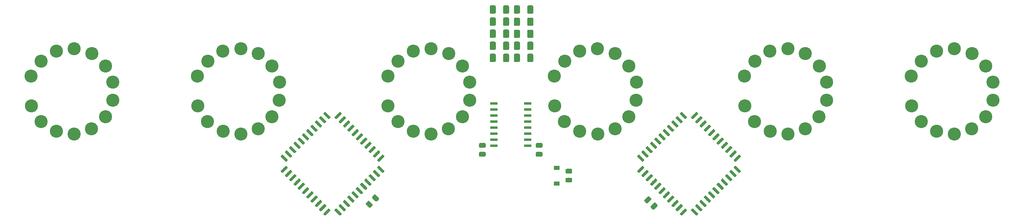
<source format=gbr>
G04 #@! TF.GenerationSoftware,KiCad,Pcbnew,(5.1.0-0)*
G04 #@! TF.CreationDate,2019-05-22T01:12:31-05:00*
G04 #@! TF.ProjectId,IN-18,494e2d31-382e-46b6-9963-61645f706362,rev?*
G04 #@! TF.SameCoordinates,Original*
G04 #@! TF.FileFunction,Paste,Bot*
G04 #@! TF.FilePolarity,Positive*
%FSLAX46Y46*%
G04 Gerber Fmt 4.6, Leading zero omitted, Abs format (unit mm)*
G04 Created by KiCad (PCBNEW (5.1.0-0)) date 2019-05-22 01:12:31*
%MOMM*%
%LPD*%
G04 APERTURE LIST*
%ADD10C,2.750000*%
%ADD11C,0.100000*%
%ADD12C,0.975000*%
%ADD13R,1.200000X0.900000*%
%ADD14C,0.600000*%
%ADD15R,1.500000X0.600000*%
%ADD16C,1.250000*%
G04 APERTURE END LIST*
D10*
X64975780Y-96476820D03*
X47802840Y-101546660D03*
X53073340Y-90032840D03*
X56852860Y-107398820D03*
X47739340Y-95237300D03*
X63421300Y-93083380D03*
X63408600Y-103809800D03*
X60485060Y-106329480D03*
X53106360Y-106873040D03*
X49847540Y-104805480D03*
X64952920Y-100286820D03*
X60523160Y-90487500D03*
X56837620Y-89453720D03*
X49913580Y-92069920D03*
X99975780Y-96476820D03*
X82802840Y-101546660D03*
X88073340Y-90032840D03*
X91852860Y-107398820D03*
X82739340Y-95237300D03*
X98421300Y-93083380D03*
X98408600Y-103809800D03*
X95485060Y-106329480D03*
X88106360Y-106873040D03*
X84847540Y-104805480D03*
X99952920Y-100286820D03*
X95523160Y-90487500D03*
X91837620Y-89453720D03*
X84913580Y-92069920D03*
X139975780Y-96476820D03*
X122802840Y-101546660D03*
X128073340Y-90032840D03*
X131852860Y-107398820D03*
X122739340Y-95237300D03*
X138421300Y-93083380D03*
X138408600Y-103809800D03*
X135485060Y-106329480D03*
X128106360Y-106873040D03*
X124847540Y-104805480D03*
X139952920Y-100286820D03*
X135523160Y-90487500D03*
X131837620Y-89453720D03*
X124913580Y-92069920D03*
X174975780Y-96476820D03*
X157802840Y-101546660D03*
X163073340Y-90032840D03*
X166852860Y-107398820D03*
X157739340Y-95237300D03*
X173421300Y-93083380D03*
X173408600Y-103809800D03*
X170485060Y-106329480D03*
X163106360Y-106873040D03*
X159847540Y-104805480D03*
X174952920Y-100286820D03*
X170523160Y-90487500D03*
X166837620Y-89453720D03*
X159913580Y-92069920D03*
X214975780Y-96476820D03*
X197802840Y-101546660D03*
X203073340Y-90032840D03*
X206852860Y-107398820D03*
X197739340Y-95237300D03*
X213421300Y-93083380D03*
X213408600Y-103809800D03*
X210485060Y-106329480D03*
X203106360Y-106873040D03*
X199847540Y-104805480D03*
X214952920Y-100286820D03*
X210523160Y-90487500D03*
X206837620Y-89453720D03*
X199913580Y-92069920D03*
X249975780Y-96476820D03*
X232802840Y-101546660D03*
X238073340Y-90032840D03*
X241852860Y-107398820D03*
X232739340Y-95237300D03*
X248421300Y-93083380D03*
X248408600Y-103809800D03*
X245485060Y-106329480D03*
X238106360Y-106873040D03*
X234847540Y-104805480D03*
X249952920Y-100286820D03*
X245523160Y-90487500D03*
X241837620Y-89453720D03*
X234913580Y-92069920D03*
D11*
G36*
X161287542Y-114755774D02*
G01*
X161311203Y-114759284D01*
X161334407Y-114765096D01*
X161356929Y-114773154D01*
X161378553Y-114783382D01*
X161399070Y-114795679D01*
X161418283Y-114809929D01*
X161436007Y-114825993D01*
X161452071Y-114843717D01*
X161466321Y-114862930D01*
X161478618Y-114883447D01*
X161488846Y-114905071D01*
X161496904Y-114927593D01*
X161502716Y-114950797D01*
X161506226Y-114974458D01*
X161507400Y-114998350D01*
X161507400Y-115485850D01*
X161506226Y-115509742D01*
X161502716Y-115533403D01*
X161496904Y-115556607D01*
X161488846Y-115579129D01*
X161478618Y-115600753D01*
X161466321Y-115621270D01*
X161452071Y-115640483D01*
X161436007Y-115658207D01*
X161418283Y-115674271D01*
X161399070Y-115688521D01*
X161378553Y-115700818D01*
X161356929Y-115711046D01*
X161334407Y-115719104D01*
X161311203Y-115724916D01*
X161287542Y-115728426D01*
X161263650Y-115729600D01*
X160351150Y-115729600D01*
X160327258Y-115728426D01*
X160303597Y-115724916D01*
X160280393Y-115719104D01*
X160257871Y-115711046D01*
X160236247Y-115700818D01*
X160215730Y-115688521D01*
X160196517Y-115674271D01*
X160178793Y-115658207D01*
X160162729Y-115640483D01*
X160148479Y-115621270D01*
X160136182Y-115600753D01*
X160125954Y-115579129D01*
X160117896Y-115556607D01*
X160112084Y-115533403D01*
X160108574Y-115509742D01*
X160107400Y-115485850D01*
X160107400Y-114998350D01*
X160108574Y-114974458D01*
X160112084Y-114950797D01*
X160117896Y-114927593D01*
X160125954Y-114905071D01*
X160136182Y-114883447D01*
X160148479Y-114862930D01*
X160162729Y-114843717D01*
X160178793Y-114825993D01*
X160196517Y-114809929D01*
X160215730Y-114795679D01*
X160236247Y-114783382D01*
X160257871Y-114773154D01*
X160280393Y-114765096D01*
X160303597Y-114759284D01*
X160327258Y-114755774D01*
X160351150Y-114754600D01*
X161263650Y-114754600D01*
X161287542Y-114755774D01*
X161287542Y-114755774D01*
G37*
D12*
X160807400Y-115242100D03*
D11*
G36*
X161287542Y-116630774D02*
G01*
X161311203Y-116634284D01*
X161334407Y-116640096D01*
X161356929Y-116648154D01*
X161378553Y-116658382D01*
X161399070Y-116670679D01*
X161418283Y-116684929D01*
X161436007Y-116700993D01*
X161452071Y-116718717D01*
X161466321Y-116737930D01*
X161478618Y-116758447D01*
X161488846Y-116780071D01*
X161496904Y-116802593D01*
X161502716Y-116825797D01*
X161506226Y-116849458D01*
X161507400Y-116873350D01*
X161507400Y-117360850D01*
X161506226Y-117384742D01*
X161502716Y-117408403D01*
X161496904Y-117431607D01*
X161488846Y-117454129D01*
X161478618Y-117475753D01*
X161466321Y-117496270D01*
X161452071Y-117515483D01*
X161436007Y-117533207D01*
X161418283Y-117549271D01*
X161399070Y-117563521D01*
X161378553Y-117575818D01*
X161356929Y-117586046D01*
X161334407Y-117594104D01*
X161311203Y-117599916D01*
X161287542Y-117603426D01*
X161263650Y-117604600D01*
X160351150Y-117604600D01*
X160327258Y-117603426D01*
X160303597Y-117599916D01*
X160280393Y-117594104D01*
X160257871Y-117586046D01*
X160236247Y-117575818D01*
X160215730Y-117563521D01*
X160196517Y-117549271D01*
X160178793Y-117533207D01*
X160162729Y-117515483D01*
X160148479Y-117496270D01*
X160136182Y-117475753D01*
X160125954Y-117454129D01*
X160117896Y-117431607D01*
X160112084Y-117408403D01*
X160108574Y-117384742D01*
X160107400Y-117360850D01*
X160107400Y-116873350D01*
X160108574Y-116849458D01*
X160112084Y-116825797D01*
X160117896Y-116802593D01*
X160125954Y-116780071D01*
X160136182Y-116758447D01*
X160148479Y-116737930D01*
X160162729Y-116718717D01*
X160178793Y-116700993D01*
X160196517Y-116684929D01*
X160215730Y-116670679D01*
X160236247Y-116658382D01*
X160257871Y-116648154D01*
X160280393Y-116640096D01*
X160303597Y-116634284D01*
X160327258Y-116630774D01*
X160351150Y-116629600D01*
X161263650Y-116629600D01*
X161287542Y-116630774D01*
X161287542Y-116630774D01*
G37*
D12*
X160807400Y-117117100D03*
D13*
X158267400Y-114529600D03*
X158267400Y-117829600D03*
D11*
G36*
X104195914Y-108155852D02*
G01*
X104210475Y-108158012D01*
X104224754Y-108161589D01*
X104238614Y-108166548D01*
X104251921Y-108172842D01*
X104264547Y-108180410D01*
X104276370Y-108189178D01*
X104287277Y-108199064D01*
X105277227Y-109189014D01*
X105287113Y-109199921D01*
X105295881Y-109211744D01*
X105303449Y-109224370D01*
X105309743Y-109237677D01*
X105314702Y-109251537D01*
X105318279Y-109265816D01*
X105320439Y-109280377D01*
X105321161Y-109295080D01*
X105320439Y-109309783D01*
X105318279Y-109324344D01*
X105314702Y-109338623D01*
X105309743Y-109352483D01*
X105303449Y-109365790D01*
X105295881Y-109378416D01*
X105287113Y-109390239D01*
X105277227Y-109401146D01*
X105065095Y-109613278D01*
X105054188Y-109623164D01*
X105042365Y-109631932D01*
X105029739Y-109639500D01*
X105016432Y-109645794D01*
X105002572Y-109650753D01*
X104988293Y-109654330D01*
X104973732Y-109656490D01*
X104959029Y-109657212D01*
X104944326Y-109656490D01*
X104929765Y-109654330D01*
X104915486Y-109650753D01*
X104901626Y-109645794D01*
X104888319Y-109639500D01*
X104875693Y-109631932D01*
X104863870Y-109623164D01*
X104852963Y-109613278D01*
X103863013Y-108623328D01*
X103853127Y-108612421D01*
X103844359Y-108600598D01*
X103836791Y-108587972D01*
X103830497Y-108574665D01*
X103825538Y-108560805D01*
X103821961Y-108546526D01*
X103819801Y-108531965D01*
X103819079Y-108517262D01*
X103819801Y-108502559D01*
X103821961Y-108487998D01*
X103825538Y-108473719D01*
X103830497Y-108459859D01*
X103836791Y-108446552D01*
X103844359Y-108433926D01*
X103853127Y-108422103D01*
X103863013Y-108411196D01*
X104075145Y-108199064D01*
X104086052Y-108189178D01*
X104097875Y-108180410D01*
X104110501Y-108172842D01*
X104123808Y-108166548D01*
X104137668Y-108161589D01*
X104151947Y-108158012D01*
X104166508Y-108155852D01*
X104181211Y-108155130D01*
X104195914Y-108155852D01*
X104195914Y-108155852D01*
G37*
D14*
X104570120Y-108906171D03*
D11*
G36*
X103297889Y-109053878D02*
G01*
X103312450Y-109056038D01*
X103326729Y-109059615D01*
X103340589Y-109064574D01*
X103353896Y-109070868D01*
X103366522Y-109078436D01*
X103378345Y-109087204D01*
X103389252Y-109097090D01*
X104379202Y-110087040D01*
X104389088Y-110097947D01*
X104397856Y-110109770D01*
X104405424Y-110122396D01*
X104411718Y-110135703D01*
X104416677Y-110149563D01*
X104420254Y-110163842D01*
X104422414Y-110178403D01*
X104423136Y-110193106D01*
X104422414Y-110207809D01*
X104420254Y-110222370D01*
X104416677Y-110236649D01*
X104411718Y-110250509D01*
X104405424Y-110263816D01*
X104397856Y-110276442D01*
X104389088Y-110288265D01*
X104379202Y-110299172D01*
X104167070Y-110511304D01*
X104156163Y-110521190D01*
X104144340Y-110529958D01*
X104131714Y-110537526D01*
X104118407Y-110543820D01*
X104104547Y-110548779D01*
X104090268Y-110552356D01*
X104075707Y-110554516D01*
X104061004Y-110555238D01*
X104046301Y-110554516D01*
X104031740Y-110552356D01*
X104017461Y-110548779D01*
X104003601Y-110543820D01*
X103990294Y-110537526D01*
X103977668Y-110529958D01*
X103965845Y-110521190D01*
X103954938Y-110511304D01*
X102964988Y-109521354D01*
X102955102Y-109510447D01*
X102946334Y-109498624D01*
X102938766Y-109485998D01*
X102932472Y-109472691D01*
X102927513Y-109458831D01*
X102923936Y-109444552D01*
X102921776Y-109429991D01*
X102921054Y-109415288D01*
X102921776Y-109400585D01*
X102923936Y-109386024D01*
X102927513Y-109371745D01*
X102932472Y-109357885D01*
X102938766Y-109344578D01*
X102946334Y-109331952D01*
X102955102Y-109320129D01*
X102964988Y-109309222D01*
X103177120Y-109097090D01*
X103188027Y-109087204D01*
X103199850Y-109078436D01*
X103212476Y-109070868D01*
X103225783Y-109064574D01*
X103239643Y-109059615D01*
X103253922Y-109056038D01*
X103268483Y-109053878D01*
X103283186Y-109053156D01*
X103297889Y-109053878D01*
X103297889Y-109053878D01*
G37*
D14*
X103672095Y-109804197D03*
D11*
G36*
X102399863Y-109951904D02*
G01*
X102414424Y-109954064D01*
X102428703Y-109957641D01*
X102442563Y-109962600D01*
X102455870Y-109968894D01*
X102468496Y-109976462D01*
X102480319Y-109985230D01*
X102491226Y-109995116D01*
X103481176Y-110985066D01*
X103491062Y-110995973D01*
X103499830Y-111007796D01*
X103507398Y-111020422D01*
X103513692Y-111033729D01*
X103518651Y-111047589D01*
X103522228Y-111061868D01*
X103524388Y-111076429D01*
X103525110Y-111091132D01*
X103524388Y-111105835D01*
X103522228Y-111120396D01*
X103518651Y-111134675D01*
X103513692Y-111148535D01*
X103507398Y-111161842D01*
X103499830Y-111174468D01*
X103491062Y-111186291D01*
X103481176Y-111197198D01*
X103269044Y-111409330D01*
X103258137Y-111419216D01*
X103246314Y-111427984D01*
X103233688Y-111435552D01*
X103220381Y-111441846D01*
X103206521Y-111446805D01*
X103192242Y-111450382D01*
X103177681Y-111452542D01*
X103162978Y-111453264D01*
X103148275Y-111452542D01*
X103133714Y-111450382D01*
X103119435Y-111446805D01*
X103105575Y-111441846D01*
X103092268Y-111435552D01*
X103079642Y-111427984D01*
X103067819Y-111419216D01*
X103056912Y-111409330D01*
X102066962Y-110419380D01*
X102057076Y-110408473D01*
X102048308Y-110396650D01*
X102040740Y-110384024D01*
X102034446Y-110370717D01*
X102029487Y-110356857D01*
X102025910Y-110342578D01*
X102023750Y-110328017D01*
X102023028Y-110313314D01*
X102023750Y-110298611D01*
X102025910Y-110284050D01*
X102029487Y-110269771D01*
X102034446Y-110255911D01*
X102040740Y-110242604D01*
X102048308Y-110229978D01*
X102057076Y-110218155D01*
X102066962Y-110207248D01*
X102279094Y-109995116D01*
X102290001Y-109985230D01*
X102301824Y-109976462D01*
X102314450Y-109968894D01*
X102327757Y-109962600D01*
X102341617Y-109957641D01*
X102355896Y-109954064D01*
X102370457Y-109951904D01*
X102385160Y-109951182D01*
X102399863Y-109951904D01*
X102399863Y-109951904D01*
G37*
D14*
X102774069Y-110702223D03*
D11*
G36*
X101501837Y-110849929D02*
G01*
X101516398Y-110852089D01*
X101530677Y-110855666D01*
X101544537Y-110860625D01*
X101557844Y-110866919D01*
X101570470Y-110874487D01*
X101582293Y-110883255D01*
X101593200Y-110893141D01*
X102583150Y-111883091D01*
X102593036Y-111893998D01*
X102601804Y-111905821D01*
X102609372Y-111918447D01*
X102615666Y-111931754D01*
X102620625Y-111945614D01*
X102624202Y-111959893D01*
X102626362Y-111974454D01*
X102627084Y-111989157D01*
X102626362Y-112003860D01*
X102624202Y-112018421D01*
X102620625Y-112032700D01*
X102615666Y-112046560D01*
X102609372Y-112059867D01*
X102601804Y-112072493D01*
X102593036Y-112084316D01*
X102583150Y-112095223D01*
X102371018Y-112307355D01*
X102360111Y-112317241D01*
X102348288Y-112326009D01*
X102335662Y-112333577D01*
X102322355Y-112339871D01*
X102308495Y-112344830D01*
X102294216Y-112348407D01*
X102279655Y-112350567D01*
X102264952Y-112351289D01*
X102250249Y-112350567D01*
X102235688Y-112348407D01*
X102221409Y-112344830D01*
X102207549Y-112339871D01*
X102194242Y-112333577D01*
X102181616Y-112326009D01*
X102169793Y-112317241D01*
X102158886Y-112307355D01*
X101168936Y-111317405D01*
X101159050Y-111306498D01*
X101150282Y-111294675D01*
X101142714Y-111282049D01*
X101136420Y-111268742D01*
X101131461Y-111254882D01*
X101127884Y-111240603D01*
X101125724Y-111226042D01*
X101125002Y-111211339D01*
X101125724Y-111196636D01*
X101127884Y-111182075D01*
X101131461Y-111167796D01*
X101136420Y-111153936D01*
X101142714Y-111140629D01*
X101150282Y-111128003D01*
X101159050Y-111116180D01*
X101168936Y-111105273D01*
X101381068Y-110893141D01*
X101391975Y-110883255D01*
X101403798Y-110874487D01*
X101416424Y-110866919D01*
X101429731Y-110860625D01*
X101443591Y-110855666D01*
X101457870Y-110852089D01*
X101472431Y-110849929D01*
X101487134Y-110849207D01*
X101501837Y-110849929D01*
X101501837Y-110849929D01*
G37*
D14*
X101876043Y-111600248D03*
D11*
G36*
X100603812Y-111747955D02*
G01*
X100618373Y-111750115D01*
X100632652Y-111753692D01*
X100646512Y-111758651D01*
X100659819Y-111764945D01*
X100672445Y-111772513D01*
X100684268Y-111781281D01*
X100695175Y-111791167D01*
X101685125Y-112781117D01*
X101695011Y-112792024D01*
X101703779Y-112803847D01*
X101711347Y-112816473D01*
X101717641Y-112829780D01*
X101722600Y-112843640D01*
X101726177Y-112857919D01*
X101728337Y-112872480D01*
X101729059Y-112887183D01*
X101728337Y-112901886D01*
X101726177Y-112916447D01*
X101722600Y-112930726D01*
X101717641Y-112944586D01*
X101711347Y-112957893D01*
X101703779Y-112970519D01*
X101695011Y-112982342D01*
X101685125Y-112993249D01*
X101472993Y-113205381D01*
X101462086Y-113215267D01*
X101450263Y-113224035D01*
X101437637Y-113231603D01*
X101424330Y-113237897D01*
X101410470Y-113242856D01*
X101396191Y-113246433D01*
X101381630Y-113248593D01*
X101366927Y-113249315D01*
X101352224Y-113248593D01*
X101337663Y-113246433D01*
X101323384Y-113242856D01*
X101309524Y-113237897D01*
X101296217Y-113231603D01*
X101283591Y-113224035D01*
X101271768Y-113215267D01*
X101260861Y-113205381D01*
X100270911Y-112215431D01*
X100261025Y-112204524D01*
X100252257Y-112192701D01*
X100244689Y-112180075D01*
X100238395Y-112166768D01*
X100233436Y-112152908D01*
X100229859Y-112138629D01*
X100227699Y-112124068D01*
X100226977Y-112109365D01*
X100227699Y-112094662D01*
X100229859Y-112080101D01*
X100233436Y-112065822D01*
X100238395Y-112051962D01*
X100244689Y-112038655D01*
X100252257Y-112026029D01*
X100261025Y-112014206D01*
X100270911Y-112003299D01*
X100483043Y-111791167D01*
X100493950Y-111781281D01*
X100505773Y-111772513D01*
X100518399Y-111764945D01*
X100531706Y-111758651D01*
X100545566Y-111753692D01*
X100559845Y-111750115D01*
X100574406Y-111747955D01*
X100589109Y-111747233D01*
X100603812Y-111747955D01*
X100603812Y-111747955D01*
G37*
D14*
X100978018Y-112498274D03*
D11*
G36*
X101381630Y-114081407D02*
G01*
X101396191Y-114083567D01*
X101410470Y-114087144D01*
X101424330Y-114092103D01*
X101437637Y-114098397D01*
X101450263Y-114105965D01*
X101462086Y-114114733D01*
X101472993Y-114124619D01*
X101685125Y-114336751D01*
X101695011Y-114347658D01*
X101703779Y-114359481D01*
X101711347Y-114372107D01*
X101717641Y-114385414D01*
X101722600Y-114399274D01*
X101726177Y-114413553D01*
X101728337Y-114428114D01*
X101729059Y-114442817D01*
X101728337Y-114457520D01*
X101726177Y-114472081D01*
X101722600Y-114486360D01*
X101717641Y-114500220D01*
X101711347Y-114513527D01*
X101703779Y-114526153D01*
X101695011Y-114537976D01*
X101685125Y-114548883D01*
X100695175Y-115538833D01*
X100684268Y-115548719D01*
X100672445Y-115557487D01*
X100659819Y-115565055D01*
X100646512Y-115571349D01*
X100632652Y-115576308D01*
X100618373Y-115579885D01*
X100603812Y-115582045D01*
X100589109Y-115582767D01*
X100574406Y-115582045D01*
X100559845Y-115579885D01*
X100545566Y-115576308D01*
X100531706Y-115571349D01*
X100518399Y-115565055D01*
X100505773Y-115557487D01*
X100493950Y-115548719D01*
X100483043Y-115538833D01*
X100270911Y-115326701D01*
X100261025Y-115315794D01*
X100252257Y-115303971D01*
X100244689Y-115291345D01*
X100238395Y-115278038D01*
X100233436Y-115264178D01*
X100229859Y-115249899D01*
X100227699Y-115235338D01*
X100226977Y-115220635D01*
X100227699Y-115205932D01*
X100229859Y-115191371D01*
X100233436Y-115177092D01*
X100238395Y-115163232D01*
X100244689Y-115149925D01*
X100252257Y-115137299D01*
X100261025Y-115125476D01*
X100270911Y-115114569D01*
X101260861Y-114124619D01*
X101271768Y-114114733D01*
X101283591Y-114105965D01*
X101296217Y-114098397D01*
X101309524Y-114092103D01*
X101323384Y-114087144D01*
X101337663Y-114083567D01*
X101352224Y-114081407D01*
X101366927Y-114080685D01*
X101381630Y-114081407D01*
X101381630Y-114081407D01*
G37*
D14*
X100978018Y-114831726D03*
D11*
G36*
X102279655Y-114979433D02*
G01*
X102294216Y-114981593D01*
X102308495Y-114985170D01*
X102322355Y-114990129D01*
X102335662Y-114996423D01*
X102348288Y-115003991D01*
X102360111Y-115012759D01*
X102371018Y-115022645D01*
X102583150Y-115234777D01*
X102593036Y-115245684D01*
X102601804Y-115257507D01*
X102609372Y-115270133D01*
X102615666Y-115283440D01*
X102620625Y-115297300D01*
X102624202Y-115311579D01*
X102626362Y-115326140D01*
X102627084Y-115340843D01*
X102626362Y-115355546D01*
X102624202Y-115370107D01*
X102620625Y-115384386D01*
X102615666Y-115398246D01*
X102609372Y-115411553D01*
X102601804Y-115424179D01*
X102593036Y-115436002D01*
X102583150Y-115446909D01*
X101593200Y-116436859D01*
X101582293Y-116446745D01*
X101570470Y-116455513D01*
X101557844Y-116463081D01*
X101544537Y-116469375D01*
X101530677Y-116474334D01*
X101516398Y-116477911D01*
X101501837Y-116480071D01*
X101487134Y-116480793D01*
X101472431Y-116480071D01*
X101457870Y-116477911D01*
X101443591Y-116474334D01*
X101429731Y-116469375D01*
X101416424Y-116463081D01*
X101403798Y-116455513D01*
X101391975Y-116446745D01*
X101381068Y-116436859D01*
X101168936Y-116224727D01*
X101159050Y-116213820D01*
X101150282Y-116201997D01*
X101142714Y-116189371D01*
X101136420Y-116176064D01*
X101131461Y-116162204D01*
X101127884Y-116147925D01*
X101125724Y-116133364D01*
X101125002Y-116118661D01*
X101125724Y-116103958D01*
X101127884Y-116089397D01*
X101131461Y-116075118D01*
X101136420Y-116061258D01*
X101142714Y-116047951D01*
X101150282Y-116035325D01*
X101159050Y-116023502D01*
X101168936Y-116012595D01*
X102158886Y-115022645D01*
X102169793Y-115012759D01*
X102181616Y-115003991D01*
X102194242Y-114996423D01*
X102207549Y-114990129D01*
X102221409Y-114985170D01*
X102235688Y-114981593D01*
X102250249Y-114979433D01*
X102264952Y-114978711D01*
X102279655Y-114979433D01*
X102279655Y-114979433D01*
G37*
D14*
X101876043Y-115729752D03*
D11*
G36*
X103177681Y-115877458D02*
G01*
X103192242Y-115879618D01*
X103206521Y-115883195D01*
X103220381Y-115888154D01*
X103233688Y-115894448D01*
X103246314Y-115902016D01*
X103258137Y-115910784D01*
X103269044Y-115920670D01*
X103481176Y-116132802D01*
X103491062Y-116143709D01*
X103499830Y-116155532D01*
X103507398Y-116168158D01*
X103513692Y-116181465D01*
X103518651Y-116195325D01*
X103522228Y-116209604D01*
X103524388Y-116224165D01*
X103525110Y-116238868D01*
X103524388Y-116253571D01*
X103522228Y-116268132D01*
X103518651Y-116282411D01*
X103513692Y-116296271D01*
X103507398Y-116309578D01*
X103499830Y-116322204D01*
X103491062Y-116334027D01*
X103481176Y-116344934D01*
X102491226Y-117334884D01*
X102480319Y-117344770D01*
X102468496Y-117353538D01*
X102455870Y-117361106D01*
X102442563Y-117367400D01*
X102428703Y-117372359D01*
X102414424Y-117375936D01*
X102399863Y-117378096D01*
X102385160Y-117378818D01*
X102370457Y-117378096D01*
X102355896Y-117375936D01*
X102341617Y-117372359D01*
X102327757Y-117367400D01*
X102314450Y-117361106D01*
X102301824Y-117353538D01*
X102290001Y-117344770D01*
X102279094Y-117334884D01*
X102066962Y-117122752D01*
X102057076Y-117111845D01*
X102048308Y-117100022D01*
X102040740Y-117087396D01*
X102034446Y-117074089D01*
X102029487Y-117060229D01*
X102025910Y-117045950D01*
X102023750Y-117031389D01*
X102023028Y-117016686D01*
X102023750Y-117001983D01*
X102025910Y-116987422D01*
X102029487Y-116973143D01*
X102034446Y-116959283D01*
X102040740Y-116945976D01*
X102048308Y-116933350D01*
X102057076Y-116921527D01*
X102066962Y-116910620D01*
X103056912Y-115920670D01*
X103067819Y-115910784D01*
X103079642Y-115902016D01*
X103092268Y-115894448D01*
X103105575Y-115888154D01*
X103119435Y-115883195D01*
X103133714Y-115879618D01*
X103148275Y-115877458D01*
X103162978Y-115876736D01*
X103177681Y-115877458D01*
X103177681Y-115877458D01*
G37*
D14*
X102774069Y-116627777D03*
D11*
G36*
X104075707Y-116775484D02*
G01*
X104090268Y-116777644D01*
X104104547Y-116781221D01*
X104118407Y-116786180D01*
X104131714Y-116792474D01*
X104144340Y-116800042D01*
X104156163Y-116808810D01*
X104167070Y-116818696D01*
X104379202Y-117030828D01*
X104389088Y-117041735D01*
X104397856Y-117053558D01*
X104405424Y-117066184D01*
X104411718Y-117079491D01*
X104416677Y-117093351D01*
X104420254Y-117107630D01*
X104422414Y-117122191D01*
X104423136Y-117136894D01*
X104422414Y-117151597D01*
X104420254Y-117166158D01*
X104416677Y-117180437D01*
X104411718Y-117194297D01*
X104405424Y-117207604D01*
X104397856Y-117220230D01*
X104389088Y-117232053D01*
X104379202Y-117242960D01*
X103389252Y-118232910D01*
X103378345Y-118242796D01*
X103366522Y-118251564D01*
X103353896Y-118259132D01*
X103340589Y-118265426D01*
X103326729Y-118270385D01*
X103312450Y-118273962D01*
X103297889Y-118276122D01*
X103283186Y-118276844D01*
X103268483Y-118276122D01*
X103253922Y-118273962D01*
X103239643Y-118270385D01*
X103225783Y-118265426D01*
X103212476Y-118259132D01*
X103199850Y-118251564D01*
X103188027Y-118242796D01*
X103177120Y-118232910D01*
X102964988Y-118020778D01*
X102955102Y-118009871D01*
X102946334Y-117998048D01*
X102938766Y-117985422D01*
X102932472Y-117972115D01*
X102927513Y-117958255D01*
X102923936Y-117943976D01*
X102921776Y-117929415D01*
X102921054Y-117914712D01*
X102921776Y-117900009D01*
X102923936Y-117885448D01*
X102927513Y-117871169D01*
X102932472Y-117857309D01*
X102938766Y-117844002D01*
X102946334Y-117831376D01*
X102955102Y-117819553D01*
X102964988Y-117808646D01*
X103954938Y-116818696D01*
X103965845Y-116808810D01*
X103977668Y-116800042D01*
X103990294Y-116792474D01*
X104003601Y-116786180D01*
X104017461Y-116781221D01*
X104031740Y-116777644D01*
X104046301Y-116775484D01*
X104061004Y-116774762D01*
X104075707Y-116775484D01*
X104075707Y-116775484D01*
G37*
D14*
X103672095Y-117525803D03*
D11*
G36*
X104973732Y-117673510D02*
G01*
X104988293Y-117675670D01*
X105002572Y-117679247D01*
X105016432Y-117684206D01*
X105029739Y-117690500D01*
X105042365Y-117698068D01*
X105054188Y-117706836D01*
X105065095Y-117716722D01*
X105277227Y-117928854D01*
X105287113Y-117939761D01*
X105295881Y-117951584D01*
X105303449Y-117964210D01*
X105309743Y-117977517D01*
X105314702Y-117991377D01*
X105318279Y-118005656D01*
X105320439Y-118020217D01*
X105321161Y-118034920D01*
X105320439Y-118049623D01*
X105318279Y-118064184D01*
X105314702Y-118078463D01*
X105309743Y-118092323D01*
X105303449Y-118105630D01*
X105295881Y-118118256D01*
X105287113Y-118130079D01*
X105277227Y-118140986D01*
X104287277Y-119130936D01*
X104276370Y-119140822D01*
X104264547Y-119149590D01*
X104251921Y-119157158D01*
X104238614Y-119163452D01*
X104224754Y-119168411D01*
X104210475Y-119171988D01*
X104195914Y-119174148D01*
X104181211Y-119174870D01*
X104166508Y-119174148D01*
X104151947Y-119171988D01*
X104137668Y-119168411D01*
X104123808Y-119163452D01*
X104110501Y-119157158D01*
X104097875Y-119149590D01*
X104086052Y-119140822D01*
X104075145Y-119130936D01*
X103863013Y-118918804D01*
X103853127Y-118907897D01*
X103844359Y-118896074D01*
X103836791Y-118883448D01*
X103830497Y-118870141D01*
X103825538Y-118856281D01*
X103821961Y-118842002D01*
X103819801Y-118827441D01*
X103819079Y-118812738D01*
X103819801Y-118798035D01*
X103821961Y-118783474D01*
X103825538Y-118769195D01*
X103830497Y-118755335D01*
X103836791Y-118742028D01*
X103844359Y-118729402D01*
X103853127Y-118717579D01*
X103863013Y-118706672D01*
X104852963Y-117716722D01*
X104863870Y-117706836D01*
X104875693Y-117698068D01*
X104888319Y-117690500D01*
X104901626Y-117684206D01*
X104915486Y-117679247D01*
X104929765Y-117675670D01*
X104944326Y-117673510D01*
X104959029Y-117672788D01*
X104973732Y-117673510D01*
X104973732Y-117673510D01*
G37*
D14*
X104570120Y-118423829D03*
D11*
G36*
X105871758Y-118571535D02*
G01*
X105886319Y-118573695D01*
X105900598Y-118577272D01*
X105914458Y-118582231D01*
X105927765Y-118588525D01*
X105940391Y-118596093D01*
X105952214Y-118604861D01*
X105963121Y-118614747D01*
X106175253Y-118826879D01*
X106185139Y-118837786D01*
X106193907Y-118849609D01*
X106201475Y-118862235D01*
X106207769Y-118875542D01*
X106212728Y-118889402D01*
X106216305Y-118903681D01*
X106218465Y-118918242D01*
X106219187Y-118932945D01*
X106218465Y-118947648D01*
X106216305Y-118962209D01*
X106212728Y-118976488D01*
X106207769Y-118990348D01*
X106201475Y-119003655D01*
X106193907Y-119016281D01*
X106185139Y-119028104D01*
X106175253Y-119039011D01*
X105185303Y-120028961D01*
X105174396Y-120038847D01*
X105162573Y-120047615D01*
X105149947Y-120055183D01*
X105136640Y-120061477D01*
X105122780Y-120066436D01*
X105108501Y-120070013D01*
X105093940Y-120072173D01*
X105079237Y-120072895D01*
X105064534Y-120072173D01*
X105049973Y-120070013D01*
X105035694Y-120066436D01*
X105021834Y-120061477D01*
X105008527Y-120055183D01*
X104995901Y-120047615D01*
X104984078Y-120038847D01*
X104973171Y-120028961D01*
X104761039Y-119816829D01*
X104751153Y-119805922D01*
X104742385Y-119794099D01*
X104734817Y-119781473D01*
X104728523Y-119768166D01*
X104723564Y-119754306D01*
X104719987Y-119740027D01*
X104717827Y-119725466D01*
X104717105Y-119710763D01*
X104717827Y-119696060D01*
X104719987Y-119681499D01*
X104723564Y-119667220D01*
X104728523Y-119653360D01*
X104734817Y-119640053D01*
X104742385Y-119627427D01*
X104751153Y-119615604D01*
X104761039Y-119604697D01*
X105750989Y-118614747D01*
X105761896Y-118604861D01*
X105773719Y-118596093D01*
X105786345Y-118588525D01*
X105799652Y-118582231D01*
X105813512Y-118577272D01*
X105827791Y-118573695D01*
X105842352Y-118571535D01*
X105857055Y-118570813D01*
X105871758Y-118571535D01*
X105871758Y-118571535D01*
G37*
D14*
X105468146Y-119321854D03*
D11*
G36*
X106769783Y-119469561D02*
G01*
X106784344Y-119471721D01*
X106798623Y-119475298D01*
X106812483Y-119480257D01*
X106825790Y-119486551D01*
X106838416Y-119494119D01*
X106850239Y-119502887D01*
X106861146Y-119512773D01*
X107073278Y-119724905D01*
X107083164Y-119735812D01*
X107091932Y-119747635D01*
X107099500Y-119760261D01*
X107105794Y-119773568D01*
X107110753Y-119787428D01*
X107114330Y-119801707D01*
X107116490Y-119816268D01*
X107117212Y-119830971D01*
X107116490Y-119845674D01*
X107114330Y-119860235D01*
X107110753Y-119874514D01*
X107105794Y-119888374D01*
X107099500Y-119901681D01*
X107091932Y-119914307D01*
X107083164Y-119926130D01*
X107073278Y-119937037D01*
X106083328Y-120926987D01*
X106072421Y-120936873D01*
X106060598Y-120945641D01*
X106047972Y-120953209D01*
X106034665Y-120959503D01*
X106020805Y-120964462D01*
X106006526Y-120968039D01*
X105991965Y-120970199D01*
X105977262Y-120970921D01*
X105962559Y-120970199D01*
X105947998Y-120968039D01*
X105933719Y-120964462D01*
X105919859Y-120959503D01*
X105906552Y-120953209D01*
X105893926Y-120945641D01*
X105882103Y-120936873D01*
X105871196Y-120926987D01*
X105659064Y-120714855D01*
X105649178Y-120703948D01*
X105640410Y-120692125D01*
X105632842Y-120679499D01*
X105626548Y-120666192D01*
X105621589Y-120652332D01*
X105618012Y-120638053D01*
X105615852Y-120623492D01*
X105615130Y-120608789D01*
X105615852Y-120594086D01*
X105618012Y-120579525D01*
X105621589Y-120565246D01*
X105626548Y-120551386D01*
X105632842Y-120538079D01*
X105640410Y-120525453D01*
X105649178Y-120513630D01*
X105659064Y-120502723D01*
X106649014Y-119512773D01*
X106659921Y-119502887D01*
X106671744Y-119494119D01*
X106684370Y-119486551D01*
X106697677Y-119480257D01*
X106711537Y-119475298D01*
X106725816Y-119471721D01*
X106740377Y-119469561D01*
X106755080Y-119468839D01*
X106769783Y-119469561D01*
X106769783Y-119469561D01*
G37*
D14*
X106366171Y-120219880D03*
D11*
G36*
X107667809Y-120367586D02*
G01*
X107682370Y-120369746D01*
X107696649Y-120373323D01*
X107710509Y-120378282D01*
X107723816Y-120384576D01*
X107736442Y-120392144D01*
X107748265Y-120400912D01*
X107759172Y-120410798D01*
X107971304Y-120622930D01*
X107981190Y-120633837D01*
X107989958Y-120645660D01*
X107997526Y-120658286D01*
X108003820Y-120671593D01*
X108008779Y-120685453D01*
X108012356Y-120699732D01*
X108014516Y-120714293D01*
X108015238Y-120728996D01*
X108014516Y-120743699D01*
X108012356Y-120758260D01*
X108008779Y-120772539D01*
X108003820Y-120786399D01*
X107997526Y-120799706D01*
X107989958Y-120812332D01*
X107981190Y-120824155D01*
X107971304Y-120835062D01*
X106981354Y-121825012D01*
X106970447Y-121834898D01*
X106958624Y-121843666D01*
X106945998Y-121851234D01*
X106932691Y-121857528D01*
X106918831Y-121862487D01*
X106904552Y-121866064D01*
X106889991Y-121868224D01*
X106875288Y-121868946D01*
X106860585Y-121868224D01*
X106846024Y-121866064D01*
X106831745Y-121862487D01*
X106817885Y-121857528D01*
X106804578Y-121851234D01*
X106791952Y-121843666D01*
X106780129Y-121834898D01*
X106769222Y-121825012D01*
X106557090Y-121612880D01*
X106547204Y-121601973D01*
X106538436Y-121590150D01*
X106530868Y-121577524D01*
X106524574Y-121564217D01*
X106519615Y-121550357D01*
X106516038Y-121536078D01*
X106513878Y-121521517D01*
X106513156Y-121506814D01*
X106513878Y-121492111D01*
X106516038Y-121477550D01*
X106519615Y-121463271D01*
X106524574Y-121449411D01*
X106530868Y-121436104D01*
X106538436Y-121423478D01*
X106547204Y-121411655D01*
X106557090Y-121400748D01*
X107547040Y-120410798D01*
X107557947Y-120400912D01*
X107569770Y-120392144D01*
X107582396Y-120384576D01*
X107595703Y-120378282D01*
X107609563Y-120373323D01*
X107623842Y-120369746D01*
X107638403Y-120367586D01*
X107653106Y-120366864D01*
X107667809Y-120367586D01*
X107667809Y-120367586D01*
G37*
D14*
X107264197Y-121117905D03*
D11*
G36*
X108565835Y-121265612D02*
G01*
X108580396Y-121267772D01*
X108594675Y-121271349D01*
X108608535Y-121276308D01*
X108621842Y-121282602D01*
X108634468Y-121290170D01*
X108646291Y-121298938D01*
X108657198Y-121308824D01*
X108869330Y-121520956D01*
X108879216Y-121531863D01*
X108887984Y-121543686D01*
X108895552Y-121556312D01*
X108901846Y-121569619D01*
X108906805Y-121583479D01*
X108910382Y-121597758D01*
X108912542Y-121612319D01*
X108913264Y-121627022D01*
X108912542Y-121641725D01*
X108910382Y-121656286D01*
X108906805Y-121670565D01*
X108901846Y-121684425D01*
X108895552Y-121697732D01*
X108887984Y-121710358D01*
X108879216Y-121722181D01*
X108869330Y-121733088D01*
X107879380Y-122723038D01*
X107868473Y-122732924D01*
X107856650Y-122741692D01*
X107844024Y-122749260D01*
X107830717Y-122755554D01*
X107816857Y-122760513D01*
X107802578Y-122764090D01*
X107788017Y-122766250D01*
X107773314Y-122766972D01*
X107758611Y-122766250D01*
X107744050Y-122764090D01*
X107729771Y-122760513D01*
X107715911Y-122755554D01*
X107702604Y-122749260D01*
X107689978Y-122741692D01*
X107678155Y-122732924D01*
X107667248Y-122723038D01*
X107455116Y-122510906D01*
X107445230Y-122499999D01*
X107436462Y-122488176D01*
X107428894Y-122475550D01*
X107422600Y-122462243D01*
X107417641Y-122448383D01*
X107414064Y-122434104D01*
X107411904Y-122419543D01*
X107411182Y-122404840D01*
X107411904Y-122390137D01*
X107414064Y-122375576D01*
X107417641Y-122361297D01*
X107422600Y-122347437D01*
X107428894Y-122334130D01*
X107436462Y-122321504D01*
X107445230Y-122309681D01*
X107455116Y-122298774D01*
X108445066Y-121308824D01*
X108455973Y-121298938D01*
X108467796Y-121290170D01*
X108480422Y-121282602D01*
X108493729Y-121276308D01*
X108507589Y-121271349D01*
X108521868Y-121267772D01*
X108536429Y-121265612D01*
X108551132Y-121264890D01*
X108565835Y-121265612D01*
X108565835Y-121265612D01*
G37*
D14*
X108162223Y-122015931D03*
D11*
G36*
X109463860Y-122163638D02*
G01*
X109478421Y-122165798D01*
X109492700Y-122169375D01*
X109506560Y-122174334D01*
X109519867Y-122180628D01*
X109532493Y-122188196D01*
X109544316Y-122196964D01*
X109555223Y-122206850D01*
X109767355Y-122418982D01*
X109777241Y-122429889D01*
X109786009Y-122441712D01*
X109793577Y-122454338D01*
X109799871Y-122467645D01*
X109804830Y-122481505D01*
X109808407Y-122495784D01*
X109810567Y-122510345D01*
X109811289Y-122525048D01*
X109810567Y-122539751D01*
X109808407Y-122554312D01*
X109804830Y-122568591D01*
X109799871Y-122582451D01*
X109793577Y-122595758D01*
X109786009Y-122608384D01*
X109777241Y-122620207D01*
X109767355Y-122631114D01*
X108777405Y-123621064D01*
X108766498Y-123630950D01*
X108754675Y-123639718D01*
X108742049Y-123647286D01*
X108728742Y-123653580D01*
X108714882Y-123658539D01*
X108700603Y-123662116D01*
X108686042Y-123664276D01*
X108671339Y-123664998D01*
X108656636Y-123664276D01*
X108642075Y-123662116D01*
X108627796Y-123658539D01*
X108613936Y-123653580D01*
X108600629Y-123647286D01*
X108588003Y-123639718D01*
X108576180Y-123630950D01*
X108565273Y-123621064D01*
X108353141Y-123408932D01*
X108343255Y-123398025D01*
X108334487Y-123386202D01*
X108326919Y-123373576D01*
X108320625Y-123360269D01*
X108315666Y-123346409D01*
X108312089Y-123332130D01*
X108309929Y-123317569D01*
X108309207Y-123302866D01*
X108309929Y-123288163D01*
X108312089Y-123273602D01*
X108315666Y-123259323D01*
X108320625Y-123245463D01*
X108326919Y-123232156D01*
X108334487Y-123219530D01*
X108343255Y-123207707D01*
X108353141Y-123196800D01*
X109343091Y-122206850D01*
X109353998Y-122196964D01*
X109365821Y-122188196D01*
X109378447Y-122180628D01*
X109391754Y-122174334D01*
X109405614Y-122169375D01*
X109419893Y-122165798D01*
X109434454Y-122163638D01*
X109449157Y-122162916D01*
X109463860Y-122163638D01*
X109463860Y-122163638D01*
G37*
D14*
X109060248Y-122913957D03*
D11*
G36*
X110361886Y-123061663D02*
G01*
X110376447Y-123063823D01*
X110390726Y-123067400D01*
X110404586Y-123072359D01*
X110417893Y-123078653D01*
X110430519Y-123086221D01*
X110442342Y-123094989D01*
X110453249Y-123104875D01*
X110665381Y-123317007D01*
X110675267Y-123327914D01*
X110684035Y-123339737D01*
X110691603Y-123352363D01*
X110697897Y-123365670D01*
X110702856Y-123379530D01*
X110706433Y-123393809D01*
X110708593Y-123408370D01*
X110709315Y-123423073D01*
X110708593Y-123437776D01*
X110706433Y-123452337D01*
X110702856Y-123466616D01*
X110697897Y-123480476D01*
X110691603Y-123493783D01*
X110684035Y-123506409D01*
X110675267Y-123518232D01*
X110665381Y-123529139D01*
X109675431Y-124519089D01*
X109664524Y-124528975D01*
X109652701Y-124537743D01*
X109640075Y-124545311D01*
X109626768Y-124551605D01*
X109612908Y-124556564D01*
X109598629Y-124560141D01*
X109584068Y-124562301D01*
X109569365Y-124563023D01*
X109554662Y-124562301D01*
X109540101Y-124560141D01*
X109525822Y-124556564D01*
X109511962Y-124551605D01*
X109498655Y-124545311D01*
X109486029Y-124537743D01*
X109474206Y-124528975D01*
X109463299Y-124519089D01*
X109251167Y-124306957D01*
X109241281Y-124296050D01*
X109232513Y-124284227D01*
X109224945Y-124271601D01*
X109218651Y-124258294D01*
X109213692Y-124244434D01*
X109210115Y-124230155D01*
X109207955Y-124215594D01*
X109207233Y-124200891D01*
X109207955Y-124186188D01*
X109210115Y-124171627D01*
X109213692Y-124157348D01*
X109218651Y-124143488D01*
X109224945Y-124130181D01*
X109232513Y-124117555D01*
X109241281Y-124105732D01*
X109251167Y-124094825D01*
X110241117Y-123104875D01*
X110252024Y-123094989D01*
X110263847Y-123086221D01*
X110276473Y-123078653D01*
X110289780Y-123072359D01*
X110303640Y-123067400D01*
X110317919Y-123063823D01*
X110332480Y-123061663D01*
X110347183Y-123060941D01*
X110361886Y-123061663D01*
X110361886Y-123061663D01*
G37*
D14*
X109958274Y-123811982D03*
D11*
G36*
X111917520Y-123061663D02*
G01*
X111932081Y-123063823D01*
X111946360Y-123067400D01*
X111960220Y-123072359D01*
X111973527Y-123078653D01*
X111986153Y-123086221D01*
X111997976Y-123094989D01*
X112008883Y-123104875D01*
X112998833Y-124094825D01*
X113008719Y-124105732D01*
X113017487Y-124117555D01*
X113025055Y-124130181D01*
X113031349Y-124143488D01*
X113036308Y-124157348D01*
X113039885Y-124171627D01*
X113042045Y-124186188D01*
X113042767Y-124200891D01*
X113042045Y-124215594D01*
X113039885Y-124230155D01*
X113036308Y-124244434D01*
X113031349Y-124258294D01*
X113025055Y-124271601D01*
X113017487Y-124284227D01*
X113008719Y-124296050D01*
X112998833Y-124306957D01*
X112786701Y-124519089D01*
X112775794Y-124528975D01*
X112763971Y-124537743D01*
X112751345Y-124545311D01*
X112738038Y-124551605D01*
X112724178Y-124556564D01*
X112709899Y-124560141D01*
X112695338Y-124562301D01*
X112680635Y-124563023D01*
X112665932Y-124562301D01*
X112651371Y-124560141D01*
X112637092Y-124556564D01*
X112623232Y-124551605D01*
X112609925Y-124545311D01*
X112597299Y-124537743D01*
X112585476Y-124528975D01*
X112574569Y-124519089D01*
X111584619Y-123529139D01*
X111574733Y-123518232D01*
X111565965Y-123506409D01*
X111558397Y-123493783D01*
X111552103Y-123480476D01*
X111547144Y-123466616D01*
X111543567Y-123452337D01*
X111541407Y-123437776D01*
X111540685Y-123423073D01*
X111541407Y-123408370D01*
X111543567Y-123393809D01*
X111547144Y-123379530D01*
X111552103Y-123365670D01*
X111558397Y-123352363D01*
X111565965Y-123339737D01*
X111574733Y-123327914D01*
X111584619Y-123317007D01*
X111796751Y-123104875D01*
X111807658Y-123094989D01*
X111819481Y-123086221D01*
X111832107Y-123078653D01*
X111845414Y-123072359D01*
X111859274Y-123067400D01*
X111873553Y-123063823D01*
X111888114Y-123061663D01*
X111902817Y-123060941D01*
X111917520Y-123061663D01*
X111917520Y-123061663D01*
G37*
D14*
X112291726Y-123811982D03*
D11*
G36*
X112815546Y-122163638D02*
G01*
X112830107Y-122165798D01*
X112844386Y-122169375D01*
X112858246Y-122174334D01*
X112871553Y-122180628D01*
X112884179Y-122188196D01*
X112896002Y-122196964D01*
X112906909Y-122206850D01*
X113896859Y-123196800D01*
X113906745Y-123207707D01*
X113915513Y-123219530D01*
X113923081Y-123232156D01*
X113929375Y-123245463D01*
X113934334Y-123259323D01*
X113937911Y-123273602D01*
X113940071Y-123288163D01*
X113940793Y-123302866D01*
X113940071Y-123317569D01*
X113937911Y-123332130D01*
X113934334Y-123346409D01*
X113929375Y-123360269D01*
X113923081Y-123373576D01*
X113915513Y-123386202D01*
X113906745Y-123398025D01*
X113896859Y-123408932D01*
X113684727Y-123621064D01*
X113673820Y-123630950D01*
X113661997Y-123639718D01*
X113649371Y-123647286D01*
X113636064Y-123653580D01*
X113622204Y-123658539D01*
X113607925Y-123662116D01*
X113593364Y-123664276D01*
X113578661Y-123664998D01*
X113563958Y-123664276D01*
X113549397Y-123662116D01*
X113535118Y-123658539D01*
X113521258Y-123653580D01*
X113507951Y-123647286D01*
X113495325Y-123639718D01*
X113483502Y-123630950D01*
X113472595Y-123621064D01*
X112482645Y-122631114D01*
X112472759Y-122620207D01*
X112463991Y-122608384D01*
X112456423Y-122595758D01*
X112450129Y-122582451D01*
X112445170Y-122568591D01*
X112441593Y-122554312D01*
X112439433Y-122539751D01*
X112438711Y-122525048D01*
X112439433Y-122510345D01*
X112441593Y-122495784D01*
X112445170Y-122481505D01*
X112450129Y-122467645D01*
X112456423Y-122454338D01*
X112463991Y-122441712D01*
X112472759Y-122429889D01*
X112482645Y-122418982D01*
X112694777Y-122206850D01*
X112705684Y-122196964D01*
X112717507Y-122188196D01*
X112730133Y-122180628D01*
X112743440Y-122174334D01*
X112757300Y-122169375D01*
X112771579Y-122165798D01*
X112786140Y-122163638D01*
X112800843Y-122162916D01*
X112815546Y-122163638D01*
X112815546Y-122163638D01*
G37*
D14*
X113189752Y-122913957D03*
D11*
G36*
X113713571Y-121265612D02*
G01*
X113728132Y-121267772D01*
X113742411Y-121271349D01*
X113756271Y-121276308D01*
X113769578Y-121282602D01*
X113782204Y-121290170D01*
X113794027Y-121298938D01*
X113804934Y-121308824D01*
X114794884Y-122298774D01*
X114804770Y-122309681D01*
X114813538Y-122321504D01*
X114821106Y-122334130D01*
X114827400Y-122347437D01*
X114832359Y-122361297D01*
X114835936Y-122375576D01*
X114838096Y-122390137D01*
X114838818Y-122404840D01*
X114838096Y-122419543D01*
X114835936Y-122434104D01*
X114832359Y-122448383D01*
X114827400Y-122462243D01*
X114821106Y-122475550D01*
X114813538Y-122488176D01*
X114804770Y-122499999D01*
X114794884Y-122510906D01*
X114582752Y-122723038D01*
X114571845Y-122732924D01*
X114560022Y-122741692D01*
X114547396Y-122749260D01*
X114534089Y-122755554D01*
X114520229Y-122760513D01*
X114505950Y-122764090D01*
X114491389Y-122766250D01*
X114476686Y-122766972D01*
X114461983Y-122766250D01*
X114447422Y-122764090D01*
X114433143Y-122760513D01*
X114419283Y-122755554D01*
X114405976Y-122749260D01*
X114393350Y-122741692D01*
X114381527Y-122732924D01*
X114370620Y-122723038D01*
X113380670Y-121733088D01*
X113370784Y-121722181D01*
X113362016Y-121710358D01*
X113354448Y-121697732D01*
X113348154Y-121684425D01*
X113343195Y-121670565D01*
X113339618Y-121656286D01*
X113337458Y-121641725D01*
X113336736Y-121627022D01*
X113337458Y-121612319D01*
X113339618Y-121597758D01*
X113343195Y-121583479D01*
X113348154Y-121569619D01*
X113354448Y-121556312D01*
X113362016Y-121543686D01*
X113370784Y-121531863D01*
X113380670Y-121520956D01*
X113592802Y-121308824D01*
X113603709Y-121298938D01*
X113615532Y-121290170D01*
X113628158Y-121282602D01*
X113641465Y-121276308D01*
X113655325Y-121271349D01*
X113669604Y-121267772D01*
X113684165Y-121265612D01*
X113698868Y-121264890D01*
X113713571Y-121265612D01*
X113713571Y-121265612D01*
G37*
D14*
X114087777Y-122015931D03*
D11*
G36*
X114611597Y-120367586D02*
G01*
X114626158Y-120369746D01*
X114640437Y-120373323D01*
X114654297Y-120378282D01*
X114667604Y-120384576D01*
X114680230Y-120392144D01*
X114692053Y-120400912D01*
X114702960Y-120410798D01*
X115692910Y-121400748D01*
X115702796Y-121411655D01*
X115711564Y-121423478D01*
X115719132Y-121436104D01*
X115725426Y-121449411D01*
X115730385Y-121463271D01*
X115733962Y-121477550D01*
X115736122Y-121492111D01*
X115736844Y-121506814D01*
X115736122Y-121521517D01*
X115733962Y-121536078D01*
X115730385Y-121550357D01*
X115725426Y-121564217D01*
X115719132Y-121577524D01*
X115711564Y-121590150D01*
X115702796Y-121601973D01*
X115692910Y-121612880D01*
X115480778Y-121825012D01*
X115469871Y-121834898D01*
X115458048Y-121843666D01*
X115445422Y-121851234D01*
X115432115Y-121857528D01*
X115418255Y-121862487D01*
X115403976Y-121866064D01*
X115389415Y-121868224D01*
X115374712Y-121868946D01*
X115360009Y-121868224D01*
X115345448Y-121866064D01*
X115331169Y-121862487D01*
X115317309Y-121857528D01*
X115304002Y-121851234D01*
X115291376Y-121843666D01*
X115279553Y-121834898D01*
X115268646Y-121825012D01*
X114278696Y-120835062D01*
X114268810Y-120824155D01*
X114260042Y-120812332D01*
X114252474Y-120799706D01*
X114246180Y-120786399D01*
X114241221Y-120772539D01*
X114237644Y-120758260D01*
X114235484Y-120743699D01*
X114234762Y-120728996D01*
X114235484Y-120714293D01*
X114237644Y-120699732D01*
X114241221Y-120685453D01*
X114246180Y-120671593D01*
X114252474Y-120658286D01*
X114260042Y-120645660D01*
X114268810Y-120633837D01*
X114278696Y-120622930D01*
X114490828Y-120410798D01*
X114501735Y-120400912D01*
X114513558Y-120392144D01*
X114526184Y-120384576D01*
X114539491Y-120378282D01*
X114553351Y-120373323D01*
X114567630Y-120369746D01*
X114582191Y-120367586D01*
X114596894Y-120366864D01*
X114611597Y-120367586D01*
X114611597Y-120367586D01*
G37*
D14*
X114985803Y-121117905D03*
D11*
G36*
X115509623Y-119469561D02*
G01*
X115524184Y-119471721D01*
X115538463Y-119475298D01*
X115552323Y-119480257D01*
X115565630Y-119486551D01*
X115578256Y-119494119D01*
X115590079Y-119502887D01*
X115600986Y-119512773D01*
X116590936Y-120502723D01*
X116600822Y-120513630D01*
X116609590Y-120525453D01*
X116617158Y-120538079D01*
X116623452Y-120551386D01*
X116628411Y-120565246D01*
X116631988Y-120579525D01*
X116634148Y-120594086D01*
X116634870Y-120608789D01*
X116634148Y-120623492D01*
X116631988Y-120638053D01*
X116628411Y-120652332D01*
X116623452Y-120666192D01*
X116617158Y-120679499D01*
X116609590Y-120692125D01*
X116600822Y-120703948D01*
X116590936Y-120714855D01*
X116378804Y-120926987D01*
X116367897Y-120936873D01*
X116356074Y-120945641D01*
X116343448Y-120953209D01*
X116330141Y-120959503D01*
X116316281Y-120964462D01*
X116302002Y-120968039D01*
X116287441Y-120970199D01*
X116272738Y-120970921D01*
X116258035Y-120970199D01*
X116243474Y-120968039D01*
X116229195Y-120964462D01*
X116215335Y-120959503D01*
X116202028Y-120953209D01*
X116189402Y-120945641D01*
X116177579Y-120936873D01*
X116166672Y-120926987D01*
X115176722Y-119937037D01*
X115166836Y-119926130D01*
X115158068Y-119914307D01*
X115150500Y-119901681D01*
X115144206Y-119888374D01*
X115139247Y-119874514D01*
X115135670Y-119860235D01*
X115133510Y-119845674D01*
X115132788Y-119830971D01*
X115133510Y-119816268D01*
X115135670Y-119801707D01*
X115139247Y-119787428D01*
X115144206Y-119773568D01*
X115150500Y-119760261D01*
X115158068Y-119747635D01*
X115166836Y-119735812D01*
X115176722Y-119724905D01*
X115388854Y-119512773D01*
X115399761Y-119502887D01*
X115411584Y-119494119D01*
X115424210Y-119486551D01*
X115437517Y-119480257D01*
X115451377Y-119475298D01*
X115465656Y-119471721D01*
X115480217Y-119469561D01*
X115494920Y-119468839D01*
X115509623Y-119469561D01*
X115509623Y-119469561D01*
G37*
D14*
X115883829Y-120219880D03*
D11*
G36*
X116407648Y-118571535D02*
G01*
X116422209Y-118573695D01*
X116436488Y-118577272D01*
X116450348Y-118582231D01*
X116463655Y-118588525D01*
X116476281Y-118596093D01*
X116488104Y-118604861D01*
X116499011Y-118614747D01*
X117488961Y-119604697D01*
X117498847Y-119615604D01*
X117507615Y-119627427D01*
X117515183Y-119640053D01*
X117521477Y-119653360D01*
X117526436Y-119667220D01*
X117530013Y-119681499D01*
X117532173Y-119696060D01*
X117532895Y-119710763D01*
X117532173Y-119725466D01*
X117530013Y-119740027D01*
X117526436Y-119754306D01*
X117521477Y-119768166D01*
X117515183Y-119781473D01*
X117507615Y-119794099D01*
X117498847Y-119805922D01*
X117488961Y-119816829D01*
X117276829Y-120028961D01*
X117265922Y-120038847D01*
X117254099Y-120047615D01*
X117241473Y-120055183D01*
X117228166Y-120061477D01*
X117214306Y-120066436D01*
X117200027Y-120070013D01*
X117185466Y-120072173D01*
X117170763Y-120072895D01*
X117156060Y-120072173D01*
X117141499Y-120070013D01*
X117127220Y-120066436D01*
X117113360Y-120061477D01*
X117100053Y-120055183D01*
X117087427Y-120047615D01*
X117075604Y-120038847D01*
X117064697Y-120028961D01*
X116074747Y-119039011D01*
X116064861Y-119028104D01*
X116056093Y-119016281D01*
X116048525Y-119003655D01*
X116042231Y-118990348D01*
X116037272Y-118976488D01*
X116033695Y-118962209D01*
X116031535Y-118947648D01*
X116030813Y-118932945D01*
X116031535Y-118918242D01*
X116033695Y-118903681D01*
X116037272Y-118889402D01*
X116042231Y-118875542D01*
X116048525Y-118862235D01*
X116056093Y-118849609D01*
X116064861Y-118837786D01*
X116074747Y-118826879D01*
X116286879Y-118614747D01*
X116297786Y-118604861D01*
X116309609Y-118596093D01*
X116322235Y-118588525D01*
X116335542Y-118582231D01*
X116349402Y-118577272D01*
X116363681Y-118573695D01*
X116378242Y-118571535D01*
X116392945Y-118570813D01*
X116407648Y-118571535D01*
X116407648Y-118571535D01*
G37*
D14*
X116781854Y-119321854D03*
D11*
G36*
X117305674Y-117673510D02*
G01*
X117320235Y-117675670D01*
X117334514Y-117679247D01*
X117348374Y-117684206D01*
X117361681Y-117690500D01*
X117374307Y-117698068D01*
X117386130Y-117706836D01*
X117397037Y-117716722D01*
X118386987Y-118706672D01*
X118396873Y-118717579D01*
X118405641Y-118729402D01*
X118413209Y-118742028D01*
X118419503Y-118755335D01*
X118424462Y-118769195D01*
X118428039Y-118783474D01*
X118430199Y-118798035D01*
X118430921Y-118812738D01*
X118430199Y-118827441D01*
X118428039Y-118842002D01*
X118424462Y-118856281D01*
X118419503Y-118870141D01*
X118413209Y-118883448D01*
X118405641Y-118896074D01*
X118396873Y-118907897D01*
X118386987Y-118918804D01*
X118174855Y-119130936D01*
X118163948Y-119140822D01*
X118152125Y-119149590D01*
X118139499Y-119157158D01*
X118126192Y-119163452D01*
X118112332Y-119168411D01*
X118098053Y-119171988D01*
X118083492Y-119174148D01*
X118068789Y-119174870D01*
X118054086Y-119174148D01*
X118039525Y-119171988D01*
X118025246Y-119168411D01*
X118011386Y-119163452D01*
X117998079Y-119157158D01*
X117985453Y-119149590D01*
X117973630Y-119140822D01*
X117962723Y-119130936D01*
X116972773Y-118140986D01*
X116962887Y-118130079D01*
X116954119Y-118118256D01*
X116946551Y-118105630D01*
X116940257Y-118092323D01*
X116935298Y-118078463D01*
X116931721Y-118064184D01*
X116929561Y-118049623D01*
X116928839Y-118034920D01*
X116929561Y-118020217D01*
X116931721Y-118005656D01*
X116935298Y-117991377D01*
X116940257Y-117977517D01*
X116946551Y-117964210D01*
X116954119Y-117951584D01*
X116962887Y-117939761D01*
X116972773Y-117928854D01*
X117184905Y-117716722D01*
X117195812Y-117706836D01*
X117207635Y-117698068D01*
X117220261Y-117690500D01*
X117233568Y-117684206D01*
X117247428Y-117679247D01*
X117261707Y-117675670D01*
X117276268Y-117673510D01*
X117290971Y-117672788D01*
X117305674Y-117673510D01*
X117305674Y-117673510D01*
G37*
D14*
X117679880Y-118423829D03*
D11*
G36*
X118203699Y-116775484D02*
G01*
X118218260Y-116777644D01*
X118232539Y-116781221D01*
X118246399Y-116786180D01*
X118259706Y-116792474D01*
X118272332Y-116800042D01*
X118284155Y-116808810D01*
X118295062Y-116818696D01*
X119285012Y-117808646D01*
X119294898Y-117819553D01*
X119303666Y-117831376D01*
X119311234Y-117844002D01*
X119317528Y-117857309D01*
X119322487Y-117871169D01*
X119326064Y-117885448D01*
X119328224Y-117900009D01*
X119328946Y-117914712D01*
X119328224Y-117929415D01*
X119326064Y-117943976D01*
X119322487Y-117958255D01*
X119317528Y-117972115D01*
X119311234Y-117985422D01*
X119303666Y-117998048D01*
X119294898Y-118009871D01*
X119285012Y-118020778D01*
X119072880Y-118232910D01*
X119061973Y-118242796D01*
X119050150Y-118251564D01*
X119037524Y-118259132D01*
X119024217Y-118265426D01*
X119010357Y-118270385D01*
X118996078Y-118273962D01*
X118981517Y-118276122D01*
X118966814Y-118276844D01*
X118952111Y-118276122D01*
X118937550Y-118273962D01*
X118923271Y-118270385D01*
X118909411Y-118265426D01*
X118896104Y-118259132D01*
X118883478Y-118251564D01*
X118871655Y-118242796D01*
X118860748Y-118232910D01*
X117870798Y-117242960D01*
X117860912Y-117232053D01*
X117852144Y-117220230D01*
X117844576Y-117207604D01*
X117838282Y-117194297D01*
X117833323Y-117180437D01*
X117829746Y-117166158D01*
X117827586Y-117151597D01*
X117826864Y-117136894D01*
X117827586Y-117122191D01*
X117829746Y-117107630D01*
X117833323Y-117093351D01*
X117838282Y-117079491D01*
X117844576Y-117066184D01*
X117852144Y-117053558D01*
X117860912Y-117041735D01*
X117870798Y-117030828D01*
X118082930Y-116818696D01*
X118093837Y-116808810D01*
X118105660Y-116800042D01*
X118118286Y-116792474D01*
X118131593Y-116786180D01*
X118145453Y-116781221D01*
X118159732Y-116777644D01*
X118174293Y-116775484D01*
X118188996Y-116774762D01*
X118203699Y-116775484D01*
X118203699Y-116775484D01*
G37*
D14*
X118577905Y-117525803D03*
D11*
G36*
X119101725Y-115877458D02*
G01*
X119116286Y-115879618D01*
X119130565Y-115883195D01*
X119144425Y-115888154D01*
X119157732Y-115894448D01*
X119170358Y-115902016D01*
X119182181Y-115910784D01*
X119193088Y-115920670D01*
X120183038Y-116910620D01*
X120192924Y-116921527D01*
X120201692Y-116933350D01*
X120209260Y-116945976D01*
X120215554Y-116959283D01*
X120220513Y-116973143D01*
X120224090Y-116987422D01*
X120226250Y-117001983D01*
X120226972Y-117016686D01*
X120226250Y-117031389D01*
X120224090Y-117045950D01*
X120220513Y-117060229D01*
X120215554Y-117074089D01*
X120209260Y-117087396D01*
X120201692Y-117100022D01*
X120192924Y-117111845D01*
X120183038Y-117122752D01*
X119970906Y-117334884D01*
X119959999Y-117344770D01*
X119948176Y-117353538D01*
X119935550Y-117361106D01*
X119922243Y-117367400D01*
X119908383Y-117372359D01*
X119894104Y-117375936D01*
X119879543Y-117378096D01*
X119864840Y-117378818D01*
X119850137Y-117378096D01*
X119835576Y-117375936D01*
X119821297Y-117372359D01*
X119807437Y-117367400D01*
X119794130Y-117361106D01*
X119781504Y-117353538D01*
X119769681Y-117344770D01*
X119758774Y-117334884D01*
X118768824Y-116344934D01*
X118758938Y-116334027D01*
X118750170Y-116322204D01*
X118742602Y-116309578D01*
X118736308Y-116296271D01*
X118731349Y-116282411D01*
X118727772Y-116268132D01*
X118725612Y-116253571D01*
X118724890Y-116238868D01*
X118725612Y-116224165D01*
X118727772Y-116209604D01*
X118731349Y-116195325D01*
X118736308Y-116181465D01*
X118742602Y-116168158D01*
X118750170Y-116155532D01*
X118758938Y-116143709D01*
X118768824Y-116132802D01*
X118980956Y-115920670D01*
X118991863Y-115910784D01*
X119003686Y-115902016D01*
X119016312Y-115894448D01*
X119029619Y-115888154D01*
X119043479Y-115883195D01*
X119057758Y-115879618D01*
X119072319Y-115877458D01*
X119087022Y-115876736D01*
X119101725Y-115877458D01*
X119101725Y-115877458D01*
G37*
D14*
X119475931Y-116627777D03*
D11*
G36*
X119999751Y-114979433D02*
G01*
X120014312Y-114981593D01*
X120028591Y-114985170D01*
X120042451Y-114990129D01*
X120055758Y-114996423D01*
X120068384Y-115003991D01*
X120080207Y-115012759D01*
X120091114Y-115022645D01*
X121081064Y-116012595D01*
X121090950Y-116023502D01*
X121099718Y-116035325D01*
X121107286Y-116047951D01*
X121113580Y-116061258D01*
X121118539Y-116075118D01*
X121122116Y-116089397D01*
X121124276Y-116103958D01*
X121124998Y-116118661D01*
X121124276Y-116133364D01*
X121122116Y-116147925D01*
X121118539Y-116162204D01*
X121113580Y-116176064D01*
X121107286Y-116189371D01*
X121099718Y-116201997D01*
X121090950Y-116213820D01*
X121081064Y-116224727D01*
X120868932Y-116436859D01*
X120858025Y-116446745D01*
X120846202Y-116455513D01*
X120833576Y-116463081D01*
X120820269Y-116469375D01*
X120806409Y-116474334D01*
X120792130Y-116477911D01*
X120777569Y-116480071D01*
X120762866Y-116480793D01*
X120748163Y-116480071D01*
X120733602Y-116477911D01*
X120719323Y-116474334D01*
X120705463Y-116469375D01*
X120692156Y-116463081D01*
X120679530Y-116455513D01*
X120667707Y-116446745D01*
X120656800Y-116436859D01*
X119666850Y-115446909D01*
X119656964Y-115436002D01*
X119648196Y-115424179D01*
X119640628Y-115411553D01*
X119634334Y-115398246D01*
X119629375Y-115384386D01*
X119625798Y-115370107D01*
X119623638Y-115355546D01*
X119622916Y-115340843D01*
X119623638Y-115326140D01*
X119625798Y-115311579D01*
X119629375Y-115297300D01*
X119634334Y-115283440D01*
X119640628Y-115270133D01*
X119648196Y-115257507D01*
X119656964Y-115245684D01*
X119666850Y-115234777D01*
X119878982Y-115022645D01*
X119889889Y-115012759D01*
X119901712Y-115003991D01*
X119914338Y-114996423D01*
X119927645Y-114990129D01*
X119941505Y-114985170D01*
X119955784Y-114981593D01*
X119970345Y-114979433D01*
X119985048Y-114978711D01*
X119999751Y-114979433D01*
X119999751Y-114979433D01*
G37*
D14*
X120373957Y-115729752D03*
D11*
G36*
X120897776Y-114081407D02*
G01*
X120912337Y-114083567D01*
X120926616Y-114087144D01*
X120940476Y-114092103D01*
X120953783Y-114098397D01*
X120966409Y-114105965D01*
X120978232Y-114114733D01*
X120989139Y-114124619D01*
X121979089Y-115114569D01*
X121988975Y-115125476D01*
X121997743Y-115137299D01*
X122005311Y-115149925D01*
X122011605Y-115163232D01*
X122016564Y-115177092D01*
X122020141Y-115191371D01*
X122022301Y-115205932D01*
X122023023Y-115220635D01*
X122022301Y-115235338D01*
X122020141Y-115249899D01*
X122016564Y-115264178D01*
X122011605Y-115278038D01*
X122005311Y-115291345D01*
X121997743Y-115303971D01*
X121988975Y-115315794D01*
X121979089Y-115326701D01*
X121766957Y-115538833D01*
X121756050Y-115548719D01*
X121744227Y-115557487D01*
X121731601Y-115565055D01*
X121718294Y-115571349D01*
X121704434Y-115576308D01*
X121690155Y-115579885D01*
X121675594Y-115582045D01*
X121660891Y-115582767D01*
X121646188Y-115582045D01*
X121631627Y-115579885D01*
X121617348Y-115576308D01*
X121603488Y-115571349D01*
X121590181Y-115565055D01*
X121577555Y-115557487D01*
X121565732Y-115548719D01*
X121554825Y-115538833D01*
X120564875Y-114548883D01*
X120554989Y-114537976D01*
X120546221Y-114526153D01*
X120538653Y-114513527D01*
X120532359Y-114500220D01*
X120527400Y-114486360D01*
X120523823Y-114472081D01*
X120521663Y-114457520D01*
X120520941Y-114442817D01*
X120521663Y-114428114D01*
X120523823Y-114413553D01*
X120527400Y-114399274D01*
X120532359Y-114385414D01*
X120538653Y-114372107D01*
X120546221Y-114359481D01*
X120554989Y-114347658D01*
X120564875Y-114336751D01*
X120777007Y-114124619D01*
X120787914Y-114114733D01*
X120799737Y-114105965D01*
X120812363Y-114098397D01*
X120825670Y-114092103D01*
X120839530Y-114087144D01*
X120853809Y-114083567D01*
X120868370Y-114081407D01*
X120883073Y-114080685D01*
X120897776Y-114081407D01*
X120897776Y-114081407D01*
G37*
D14*
X121271982Y-114831726D03*
D11*
G36*
X121675594Y-111747955D02*
G01*
X121690155Y-111750115D01*
X121704434Y-111753692D01*
X121718294Y-111758651D01*
X121731601Y-111764945D01*
X121744227Y-111772513D01*
X121756050Y-111781281D01*
X121766957Y-111791167D01*
X121979089Y-112003299D01*
X121988975Y-112014206D01*
X121997743Y-112026029D01*
X122005311Y-112038655D01*
X122011605Y-112051962D01*
X122016564Y-112065822D01*
X122020141Y-112080101D01*
X122022301Y-112094662D01*
X122023023Y-112109365D01*
X122022301Y-112124068D01*
X122020141Y-112138629D01*
X122016564Y-112152908D01*
X122011605Y-112166768D01*
X122005311Y-112180075D01*
X121997743Y-112192701D01*
X121988975Y-112204524D01*
X121979089Y-112215431D01*
X120989139Y-113205381D01*
X120978232Y-113215267D01*
X120966409Y-113224035D01*
X120953783Y-113231603D01*
X120940476Y-113237897D01*
X120926616Y-113242856D01*
X120912337Y-113246433D01*
X120897776Y-113248593D01*
X120883073Y-113249315D01*
X120868370Y-113248593D01*
X120853809Y-113246433D01*
X120839530Y-113242856D01*
X120825670Y-113237897D01*
X120812363Y-113231603D01*
X120799737Y-113224035D01*
X120787914Y-113215267D01*
X120777007Y-113205381D01*
X120564875Y-112993249D01*
X120554989Y-112982342D01*
X120546221Y-112970519D01*
X120538653Y-112957893D01*
X120532359Y-112944586D01*
X120527400Y-112930726D01*
X120523823Y-112916447D01*
X120521663Y-112901886D01*
X120520941Y-112887183D01*
X120521663Y-112872480D01*
X120523823Y-112857919D01*
X120527400Y-112843640D01*
X120532359Y-112829780D01*
X120538653Y-112816473D01*
X120546221Y-112803847D01*
X120554989Y-112792024D01*
X120564875Y-112781117D01*
X121554825Y-111791167D01*
X121565732Y-111781281D01*
X121577555Y-111772513D01*
X121590181Y-111764945D01*
X121603488Y-111758651D01*
X121617348Y-111753692D01*
X121631627Y-111750115D01*
X121646188Y-111747955D01*
X121660891Y-111747233D01*
X121675594Y-111747955D01*
X121675594Y-111747955D01*
G37*
D14*
X121271982Y-112498274D03*
D11*
G36*
X120777569Y-110849929D02*
G01*
X120792130Y-110852089D01*
X120806409Y-110855666D01*
X120820269Y-110860625D01*
X120833576Y-110866919D01*
X120846202Y-110874487D01*
X120858025Y-110883255D01*
X120868932Y-110893141D01*
X121081064Y-111105273D01*
X121090950Y-111116180D01*
X121099718Y-111128003D01*
X121107286Y-111140629D01*
X121113580Y-111153936D01*
X121118539Y-111167796D01*
X121122116Y-111182075D01*
X121124276Y-111196636D01*
X121124998Y-111211339D01*
X121124276Y-111226042D01*
X121122116Y-111240603D01*
X121118539Y-111254882D01*
X121113580Y-111268742D01*
X121107286Y-111282049D01*
X121099718Y-111294675D01*
X121090950Y-111306498D01*
X121081064Y-111317405D01*
X120091114Y-112307355D01*
X120080207Y-112317241D01*
X120068384Y-112326009D01*
X120055758Y-112333577D01*
X120042451Y-112339871D01*
X120028591Y-112344830D01*
X120014312Y-112348407D01*
X119999751Y-112350567D01*
X119985048Y-112351289D01*
X119970345Y-112350567D01*
X119955784Y-112348407D01*
X119941505Y-112344830D01*
X119927645Y-112339871D01*
X119914338Y-112333577D01*
X119901712Y-112326009D01*
X119889889Y-112317241D01*
X119878982Y-112307355D01*
X119666850Y-112095223D01*
X119656964Y-112084316D01*
X119648196Y-112072493D01*
X119640628Y-112059867D01*
X119634334Y-112046560D01*
X119629375Y-112032700D01*
X119625798Y-112018421D01*
X119623638Y-112003860D01*
X119622916Y-111989157D01*
X119623638Y-111974454D01*
X119625798Y-111959893D01*
X119629375Y-111945614D01*
X119634334Y-111931754D01*
X119640628Y-111918447D01*
X119648196Y-111905821D01*
X119656964Y-111893998D01*
X119666850Y-111883091D01*
X120656800Y-110893141D01*
X120667707Y-110883255D01*
X120679530Y-110874487D01*
X120692156Y-110866919D01*
X120705463Y-110860625D01*
X120719323Y-110855666D01*
X120733602Y-110852089D01*
X120748163Y-110849929D01*
X120762866Y-110849207D01*
X120777569Y-110849929D01*
X120777569Y-110849929D01*
G37*
D14*
X120373957Y-111600248D03*
D11*
G36*
X119879543Y-109951904D02*
G01*
X119894104Y-109954064D01*
X119908383Y-109957641D01*
X119922243Y-109962600D01*
X119935550Y-109968894D01*
X119948176Y-109976462D01*
X119959999Y-109985230D01*
X119970906Y-109995116D01*
X120183038Y-110207248D01*
X120192924Y-110218155D01*
X120201692Y-110229978D01*
X120209260Y-110242604D01*
X120215554Y-110255911D01*
X120220513Y-110269771D01*
X120224090Y-110284050D01*
X120226250Y-110298611D01*
X120226972Y-110313314D01*
X120226250Y-110328017D01*
X120224090Y-110342578D01*
X120220513Y-110356857D01*
X120215554Y-110370717D01*
X120209260Y-110384024D01*
X120201692Y-110396650D01*
X120192924Y-110408473D01*
X120183038Y-110419380D01*
X119193088Y-111409330D01*
X119182181Y-111419216D01*
X119170358Y-111427984D01*
X119157732Y-111435552D01*
X119144425Y-111441846D01*
X119130565Y-111446805D01*
X119116286Y-111450382D01*
X119101725Y-111452542D01*
X119087022Y-111453264D01*
X119072319Y-111452542D01*
X119057758Y-111450382D01*
X119043479Y-111446805D01*
X119029619Y-111441846D01*
X119016312Y-111435552D01*
X119003686Y-111427984D01*
X118991863Y-111419216D01*
X118980956Y-111409330D01*
X118768824Y-111197198D01*
X118758938Y-111186291D01*
X118750170Y-111174468D01*
X118742602Y-111161842D01*
X118736308Y-111148535D01*
X118731349Y-111134675D01*
X118727772Y-111120396D01*
X118725612Y-111105835D01*
X118724890Y-111091132D01*
X118725612Y-111076429D01*
X118727772Y-111061868D01*
X118731349Y-111047589D01*
X118736308Y-111033729D01*
X118742602Y-111020422D01*
X118750170Y-111007796D01*
X118758938Y-110995973D01*
X118768824Y-110985066D01*
X119758774Y-109995116D01*
X119769681Y-109985230D01*
X119781504Y-109976462D01*
X119794130Y-109968894D01*
X119807437Y-109962600D01*
X119821297Y-109957641D01*
X119835576Y-109954064D01*
X119850137Y-109951904D01*
X119864840Y-109951182D01*
X119879543Y-109951904D01*
X119879543Y-109951904D01*
G37*
D14*
X119475931Y-110702223D03*
D11*
G36*
X118981517Y-109053878D02*
G01*
X118996078Y-109056038D01*
X119010357Y-109059615D01*
X119024217Y-109064574D01*
X119037524Y-109070868D01*
X119050150Y-109078436D01*
X119061973Y-109087204D01*
X119072880Y-109097090D01*
X119285012Y-109309222D01*
X119294898Y-109320129D01*
X119303666Y-109331952D01*
X119311234Y-109344578D01*
X119317528Y-109357885D01*
X119322487Y-109371745D01*
X119326064Y-109386024D01*
X119328224Y-109400585D01*
X119328946Y-109415288D01*
X119328224Y-109429991D01*
X119326064Y-109444552D01*
X119322487Y-109458831D01*
X119317528Y-109472691D01*
X119311234Y-109485998D01*
X119303666Y-109498624D01*
X119294898Y-109510447D01*
X119285012Y-109521354D01*
X118295062Y-110511304D01*
X118284155Y-110521190D01*
X118272332Y-110529958D01*
X118259706Y-110537526D01*
X118246399Y-110543820D01*
X118232539Y-110548779D01*
X118218260Y-110552356D01*
X118203699Y-110554516D01*
X118188996Y-110555238D01*
X118174293Y-110554516D01*
X118159732Y-110552356D01*
X118145453Y-110548779D01*
X118131593Y-110543820D01*
X118118286Y-110537526D01*
X118105660Y-110529958D01*
X118093837Y-110521190D01*
X118082930Y-110511304D01*
X117870798Y-110299172D01*
X117860912Y-110288265D01*
X117852144Y-110276442D01*
X117844576Y-110263816D01*
X117838282Y-110250509D01*
X117833323Y-110236649D01*
X117829746Y-110222370D01*
X117827586Y-110207809D01*
X117826864Y-110193106D01*
X117827586Y-110178403D01*
X117829746Y-110163842D01*
X117833323Y-110149563D01*
X117838282Y-110135703D01*
X117844576Y-110122396D01*
X117852144Y-110109770D01*
X117860912Y-110097947D01*
X117870798Y-110087040D01*
X118860748Y-109097090D01*
X118871655Y-109087204D01*
X118883478Y-109078436D01*
X118896104Y-109070868D01*
X118909411Y-109064574D01*
X118923271Y-109059615D01*
X118937550Y-109056038D01*
X118952111Y-109053878D01*
X118966814Y-109053156D01*
X118981517Y-109053878D01*
X118981517Y-109053878D01*
G37*
D14*
X118577905Y-109804197D03*
D11*
G36*
X118083492Y-108155852D02*
G01*
X118098053Y-108158012D01*
X118112332Y-108161589D01*
X118126192Y-108166548D01*
X118139499Y-108172842D01*
X118152125Y-108180410D01*
X118163948Y-108189178D01*
X118174855Y-108199064D01*
X118386987Y-108411196D01*
X118396873Y-108422103D01*
X118405641Y-108433926D01*
X118413209Y-108446552D01*
X118419503Y-108459859D01*
X118424462Y-108473719D01*
X118428039Y-108487998D01*
X118430199Y-108502559D01*
X118430921Y-108517262D01*
X118430199Y-108531965D01*
X118428039Y-108546526D01*
X118424462Y-108560805D01*
X118419503Y-108574665D01*
X118413209Y-108587972D01*
X118405641Y-108600598D01*
X118396873Y-108612421D01*
X118386987Y-108623328D01*
X117397037Y-109613278D01*
X117386130Y-109623164D01*
X117374307Y-109631932D01*
X117361681Y-109639500D01*
X117348374Y-109645794D01*
X117334514Y-109650753D01*
X117320235Y-109654330D01*
X117305674Y-109656490D01*
X117290971Y-109657212D01*
X117276268Y-109656490D01*
X117261707Y-109654330D01*
X117247428Y-109650753D01*
X117233568Y-109645794D01*
X117220261Y-109639500D01*
X117207635Y-109631932D01*
X117195812Y-109623164D01*
X117184905Y-109613278D01*
X116972773Y-109401146D01*
X116962887Y-109390239D01*
X116954119Y-109378416D01*
X116946551Y-109365790D01*
X116940257Y-109352483D01*
X116935298Y-109338623D01*
X116931721Y-109324344D01*
X116929561Y-109309783D01*
X116928839Y-109295080D01*
X116929561Y-109280377D01*
X116931721Y-109265816D01*
X116935298Y-109251537D01*
X116940257Y-109237677D01*
X116946551Y-109224370D01*
X116954119Y-109211744D01*
X116962887Y-109199921D01*
X116972773Y-109189014D01*
X117962723Y-108199064D01*
X117973630Y-108189178D01*
X117985453Y-108180410D01*
X117998079Y-108172842D01*
X118011386Y-108166548D01*
X118025246Y-108161589D01*
X118039525Y-108158012D01*
X118054086Y-108155852D01*
X118068789Y-108155130D01*
X118083492Y-108155852D01*
X118083492Y-108155852D01*
G37*
D14*
X117679880Y-108906171D03*
D11*
G36*
X117185466Y-107257827D02*
G01*
X117200027Y-107259987D01*
X117214306Y-107263564D01*
X117228166Y-107268523D01*
X117241473Y-107274817D01*
X117254099Y-107282385D01*
X117265922Y-107291153D01*
X117276829Y-107301039D01*
X117488961Y-107513171D01*
X117498847Y-107524078D01*
X117507615Y-107535901D01*
X117515183Y-107548527D01*
X117521477Y-107561834D01*
X117526436Y-107575694D01*
X117530013Y-107589973D01*
X117532173Y-107604534D01*
X117532895Y-107619237D01*
X117532173Y-107633940D01*
X117530013Y-107648501D01*
X117526436Y-107662780D01*
X117521477Y-107676640D01*
X117515183Y-107689947D01*
X117507615Y-107702573D01*
X117498847Y-107714396D01*
X117488961Y-107725303D01*
X116499011Y-108715253D01*
X116488104Y-108725139D01*
X116476281Y-108733907D01*
X116463655Y-108741475D01*
X116450348Y-108747769D01*
X116436488Y-108752728D01*
X116422209Y-108756305D01*
X116407648Y-108758465D01*
X116392945Y-108759187D01*
X116378242Y-108758465D01*
X116363681Y-108756305D01*
X116349402Y-108752728D01*
X116335542Y-108747769D01*
X116322235Y-108741475D01*
X116309609Y-108733907D01*
X116297786Y-108725139D01*
X116286879Y-108715253D01*
X116074747Y-108503121D01*
X116064861Y-108492214D01*
X116056093Y-108480391D01*
X116048525Y-108467765D01*
X116042231Y-108454458D01*
X116037272Y-108440598D01*
X116033695Y-108426319D01*
X116031535Y-108411758D01*
X116030813Y-108397055D01*
X116031535Y-108382352D01*
X116033695Y-108367791D01*
X116037272Y-108353512D01*
X116042231Y-108339652D01*
X116048525Y-108326345D01*
X116056093Y-108313719D01*
X116064861Y-108301896D01*
X116074747Y-108290989D01*
X117064697Y-107301039D01*
X117075604Y-107291153D01*
X117087427Y-107282385D01*
X117100053Y-107274817D01*
X117113360Y-107268523D01*
X117127220Y-107263564D01*
X117141499Y-107259987D01*
X117156060Y-107257827D01*
X117170763Y-107257105D01*
X117185466Y-107257827D01*
X117185466Y-107257827D01*
G37*
D14*
X116781854Y-108008146D03*
D11*
G36*
X116287441Y-106359801D02*
G01*
X116302002Y-106361961D01*
X116316281Y-106365538D01*
X116330141Y-106370497D01*
X116343448Y-106376791D01*
X116356074Y-106384359D01*
X116367897Y-106393127D01*
X116378804Y-106403013D01*
X116590936Y-106615145D01*
X116600822Y-106626052D01*
X116609590Y-106637875D01*
X116617158Y-106650501D01*
X116623452Y-106663808D01*
X116628411Y-106677668D01*
X116631988Y-106691947D01*
X116634148Y-106706508D01*
X116634870Y-106721211D01*
X116634148Y-106735914D01*
X116631988Y-106750475D01*
X116628411Y-106764754D01*
X116623452Y-106778614D01*
X116617158Y-106791921D01*
X116609590Y-106804547D01*
X116600822Y-106816370D01*
X116590936Y-106827277D01*
X115600986Y-107817227D01*
X115590079Y-107827113D01*
X115578256Y-107835881D01*
X115565630Y-107843449D01*
X115552323Y-107849743D01*
X115538463Y-107854702D01*
X115524184Y-107858279D01*
X115509623Y-107860439D01*
X115494920Y-107861161D01*
X115480217Y-107860439D01*
X115465656Y-107858279D01*
X115451377Y-107854702D01*
X115437517Y-107849743D01*
X115424210Y-107843449D01*
X115411584Y-107835881D01*
X115399761Y-107827113D01*
X115388854Y-107817227D01*
X115176722Y-107605095D01*
X115166836Y-107594188D01*
X115158068Y-107582365D01*
X115150500Y-107569739D01*
X115144206Y-107556432D01*
X115139247Y-107542572D01*
X115135670Y-107528293D01*
X115133510Y-107513732D01*
X115132788Y-107499029D01*
X115133510Y-107484326D01*
X115135670Y-107469765D01*
X115139247Y-107455486D01*
X115144206Y-107441626D01*
X115150500Y-107428319D01*
X115158068Y-107415693D01*
X115166836Y-107403870D01*
X115176722Y-107392963D01*
X116166672Y-106403013D01*
X116177579Y-106393127D01*
X116189402Y-106384359D01*
X116202028Y-106376791D01*
X116215335Y-106370497D01*
X116229195Y-106365538D01*
X116243474Y-106361961D01*
X116258035Y-106359801D01*
X116272738Y-106359079D01*
X116287441Y-106359801D01*
X116287441Y-106359801D01*
G37*
D14*
X115883829Y-107110120D03*
D11*
G36*
X115389415Y-105461776D02*
G01*
X115403976Y-105463936D01*
X115418255Y-105467513D01*
X115432115Y-105472472D01*
X115445422Y-105478766D01*
X115458048Y-105486334D01*
X115469871Y-105495102D01*
X115480778Y-105504988D01*
X115692910Y-105717120D01*
X115702796Y-105728027D01*
X115711564Y-105739850D01*
X115719132Y-105752476D01*
X115725426Y-105765783D01*
X115730385Y-105779643D01*
X115733962Y-105793922D01*
X115736122Y-105808483D01*
X115736844Y-105823186D01*
X115736122Y-105837889D01*
X115733962Y-105852450D01*
X115730385Y-105866729D01*
X115725426Y-105880589D01*
X115719132Y-105893896D01*
X115711564Y-105906522D01*
X115702796Y-105918345D01*
X115692910Y-105929252D01*
X114702960Y-106919202D01*
X114692053Y-106929088D01*
X114680230Y-106937856D01*
X114667604Y-106945424D01*
X114654297Y-106951718D01*
X114640437Y-106956677D01*
X114626158Y-106960254D01*
X114611597Y-106962414D01*
X114596894Y-106963136D01*
X114582191Y-106962414D01*
X114567630Y-106960254D01*
X114553351Y-106956677D01*
X114539491Y-106951718D01*
X114526184Y-106945424D01*
X114513558Y-106937856D01*
X114501735Y-106929088D01*
X114490828Y-106919202D01*
X114278696Y-106707070D01*
X114268810Y-106696163D01*
X114260042Y-106684340D01*
X114252474Y-106671714D01*
X114246180Y-106658407D01*
X114241221Y-106644547D01*
X114237644Y-106630268D01*
X114235484Y-106615707D01*
X114234762Y-106601004D01*
X114235484Y-106586301D01*
X114237644Y-106571740D01*
X114241221Y-106557461D01*
X114246180Y-106543601D01*
X114252474Y-106530294D01*
X114260042Y-106517668D01*
X114268810Y-106505845D01*
X114278696Y-106494938D01*
X115268646Y-105504988D01*
X115279553Y-105495102D01*
X115291376Y-105486334D01*
X115304002Y-105478766D01*
X115317309Y-105472472D01*
X115331169Y-105467513D01*
X115345448Y-105463936D01*
X115360009Y-105461776D01*
X115374712Y-105461054D01*
X115389415Y-105461776D01*
X115389415Y-105461776D01*
G37*
D14*
X114985803Y-106212095D03*
D11*
G36*
X114491389Y-104563750D02*
G01*
X114505950Y-104565910D01*
X114520229Y-104569487D01*
X114534089Y-104574446D01*
X114547396Y-104580740D01*
X114560022Y-104588308D01*
X114571845Y-104597076D01*
X114582752Y-104606962D01*
X114794884Y-104819094D01*
X114804770Y-104830001D01*
X114813538Y-104841824D01*
X114821106Y-104854450D01*
X114827400Y-104867757D01*
X114832359Y-104881617D01*
X114835936Y-104895896D01*
X114838096Y-104910457D01*
X114838818Y-104925160D01*
X114838096Y-104939863D01*
X114835936Y-104954424D01*
X114832359Y-104968703D01*
X114827400Y-104982563D01*
X114821106Y-104995870D01*
X114813538Y-105008496D01*
X114804770Y-105020319D01*
X114794884Y-105031226D01*
X113804934Y-106021176D01*
X113794027Y-106031062D01*
X113782204Y-106039830D01*
X113769578Y-106047398D01*
X113756271Y-106053692D01*
X113742411Y-106058651D01*
X113728132Y-106062228D01*
X113713571Y-106064388D01*
X113698868Y-106065110D01*
X113684165Y-106064388D01*
X113669604Y-106062228D01*
X113655325Y-106058651D01*
X113641465Y-106053692D01*
X113628158Y-106047398D01*
X113615532Y-106039830D01*
X113603709Y-106031062D01*
X113592802Y-106021176D01*
X113380670Y-105809044D01*
X113370784Y-105798137D01*
X113362016Y-105786314D01*
X113354448Y-105773688D01*
X113348154Y-105760381D01*
X113343195Y-105746521D01*
X113339618Y-105732242D01*
X113337458Y-105717681D01*
X113336736Y-105702978D01*
X113337458Y-105688275D01*
X113339618Y-105673714D01*
X113343195Y-105659435D01*
X113348154Y-105645575D01*
X113354448Y-105632268D01*
X113362016Y-105619642D01*
X113370784Y-105607819D01*
X113380670Y-105596912D01*
X114370620Y-104606962D01*
X114381527Y-104597076D01*
X114393350Y-104588308D01*
X114405976Y-104580740D01*
X114419283Y-104574446D01*
X114433143Y-104569487D01*
X114447422Y-104565910D01*
X114461983Y-104563750D01*
X114476686Y-104563028D01*
X114491389Y-104563750D01*
X114491389Y-104563750D01*
G37*
D14*
X114087777Y-105314069D03*
D11*
G36*
X113593364Y-103665724D02*
G01*
X113607925Y-103667884D01*
X113622204Y-103671461D01*
X113636064Y-103676420D01*
X113649371Y-103682714D01*
X113661997Y-103690282D01*
X113673820Y-103699050D01*
X113684727Y-103708936D01*
X113896859Y-103921068D01*
X113906745Y-103931975D01*
X113915513Y-103943798D01*
X113923081Y-103956424D01*
X113929375Y-103969731D01*
X113934334Y-103983591D01*
X113937911Y-103997870D01*
X113940071Y-104012431D01*
X113940793Y-104027134D01*
X113940071Y-104041837D01*
X113937911Y-104056398D01*
X113934334Y-104070677D01*
X113929375Y-104084537D01*
X113923081Y-104097844D01*
X113915513Y-104110470D01*
X113906745Y-104122293D01*
X113896859Y-104133200D01*
X112906909Y-105123150D01*
X112896002Y-105133036D01*
X112884179Y-105141804D01*
X112871553Y-105149372D01*
X112858246Y-105155666D01*
X112844386Y-105160625D01*
X112830107Y-105164202D01*
X112815546Y-105166362D01*
X112800843Y-105167084D01*
X112786140Y-105166362D01*
X112771579Y-105164202D01*
X112757300Y-105160625D01*
X112743440Y-105155666D01*
X112730133Y-105149372D01*
X112717507Y-105141804D01*
X112705684Y-105133036D01*
X112694777Y-105123150D01*
X112482645Y-104911018D01*
X112472759Y-104900111D01*
X112463991Y-104888288D01*
X112456423Y-104875662D01*
X112450129Y-104862355D01*
X112445170Y-104848495D01*
X112441593Y-104834216D01*
X112439433Y-104819655D01*
X112438711Y-104804952D01*
X112439433Y-104790249D01*
X112441593Y-104775688D01*
X112445170Y-104761409D01*
X112450129Y-104747549D01*
X112456423Y-104734242D01*
X112463991Y-104721616D01*
X112472759Y-104709793D01*
X112482645Y-104698886D01*
X113472595Y-103708936D01*
X113483502Y-103699050D01*
X113495325Y-103690282D01*
X113507951Y-103682714D01*
X113521258Y-103676420D01*
X113535118Y-103671461D01*
X113549397Y-103667884D01*
X113563958Y-103665724D01*
X113578661Y-103665002D01*
X113593364Y-103665724D01*
X113593364Y-103665724D01*
G37*
D14*
X113189752Y-104416043D03*
D11*
G36*
X112695338Y-102767699D02*
G01*
X112709899Y-102769859D01*
X112724178Y-102773436D01*
X112738038Y-102778395D01*
X112751345Y-102784689D01*
X112763971Y-102792257D01*
X112775794Y-102801025D01*
X112786701Y-102810911D01*
X112998833Y-103023043D01*
X113008719Y-103033950D01*
X113017487Y-103045773D01*
X113025055Y-103058399D01*
X113031349Y-103071706D01*
X113036308Y-103085566D01*
X113039885Y-103099845D01*
X113042045Y-103114406D01*
X113042767Y-103129109D01*
X113042045Y-103143812D01*
X113039885Y-103158373D01*
X113036308Y-103172652D01*
X113031349Y-103186512D01*
X113025055Y-103199819D01*
X113017487Y-103212445D01*
X113008719Y-103224268D01*
X112998833Y-103235175D01*
X112008883Y-104225125D01*
X111997976Y-104235011D01*
X111986153Y-104243779D01*
X111973527Y-104251347D01*
X111960220Y-104257641D01*
X111946360Y-104262600D01*
X111932081Y-104266177D01*
X111917520Y-104268337D01*
X111902817Y-104269059D01*
X111888114Y-104268337D01*
X111873553Y-104266177D01*
X111859274Y-104262600D01*
X111845414Y-104257641D01*
X111832107Y-104251347D01*
X111819481Y-104243779D01*
X111807658Y-104235011D01*
X111796751Y-104225125D01*
X111584619Y-104012993D01*
X111574733Y-104002086D01*
X111565965Y-103990263D01*
X111558397Y-103977637D01*
X111552103Y-103964330D01*
X111547144Y-103950470D01*
X111543567Y-103936191D01*
X111541407Y-103921630D01*
X111540685Y-103906927D01*
X111541407Y-103892224D01*
X111543567Y-103877663D01*
X111547144Y-103863384D01*
X111552103Y-103849524D01*
X111558397Y-103836217D01*
X111565965Y-103823591D01*
X111574733Y-103811768D01*
X111584619Y-103800861D01*
X112574569Y-102810911D01*
X112585476Y-102801025D01*
X112597299Y-102792257D01*
X112609925Y-102784689D01*
X112623232Y-102778395D01*
X112637092Y-102773436D01*
X112651371Y-102769859D01*
X112665932Y-102767699D01*
X112680635Y-102766977D01*
X112695338Y-102767699D01*
X112695338Y-102767699D01*
G37*
D14*
X112291726Y-103518018D03*
D11*
G36*
X109584068Y-102767699D02*
G01*
X109598629Y-102769859D01*
X109612908Y-102773436D01*
X109626768Y-102778395D01*
X109640075Y-102784689D01*
X109652701Y-102792257D01*
X109664524Y-102801025D01*
X109675431Y-102810911D01*
X110665381Y-103800861D01*
X110675267Y-103811768D01*
X110684035Y-103823591D01*
X110691603Y-103836217D01*
X110697897Y-103849524D01*
X110702856Y-103863384D01*
X110706433Y-103877663D01*
X110708593Y-103892224D01*
X110709315Y-103906927D01*
X110708593Y-103921630D01*
X110706433Y-103936191D01*
X110702856Y-103950470D01*
X110697897Y-103964330D01*
X110691603Y-103977637D01*
X110684035Y-103990263D01*
X110675267Y-104002086D01*
X110665381Y-104012993D01*
X110453249Y-104225125D01*
X110442342Y-104235011D01*
X110430519Y-104243779D01*
X110417893Y-104251347D01*
X110404586Y-104257641D01*
X110390726Y-104262600D01*
X110376447Y-104266177D01*
X110361886Y-104268337D01*
X110347183Y-104269059D01*
X110332480Y-104268337D01*
X110317919Y-104266177D01*
X110303640Y-104262600D01*
X110289780Y-104257641D01*
X110276473Y-104251347D01*
X110263847Y-104243779D01*
X110252024Y-104235011D01*
X110241117Y-104225125D01*
X109251167Y-103235175D01*
X109241281Y-103224268D01*
X109232513Y-103212445D01*
X109224945Y-103199819D01*
X109218651Y-103186512D01*
X109213692Y-103172652D01*
X109210115Y-103158373D01*
X109207955Y-103143812D01*
X109207233Y-103129109D01*
X109207955Y-103114406D01*
X109210115Y-103099845D01*
X109213692Y-103085566D01*
X109218651Y-103071706D01*
X109224945Y-103058399D01*
X109232513Y-103045773D01*
X109241281Y-103033950D01*
X109251167Y-103023043D01*
X109463299Y-102810911D01*
X109474206Y-102801025D01*
X109486029Y-102792257D01*
X109498655Y-102784689D01*
X109511962Y-102778395D01*
X109525822Y-102773436D01*
X109540101Y-102769859D01*
X109554662Y-102767699D01*
X109569365Y-102766977D01*
X109584068Y-102767699D01*
X109584068Y-102767699D01*
G37*
D14*
X109958274Y-103518018D03*
D11*
G36*
X108686042Y-103665724D02*
G01*
X108700603Y-103667884D01*
X108714882Y-103671461D01*
X108728742Y-103676420D01*
X108742049Y-103682714D01*
X108754675Y-103690282D01*
X108766498Y-103699050D01*
X108777405Y-103708936D01*
X109767355Y-104698886D01*
X109777241Y-104709793D01*
X109786009Y-104721616D01*
X109793577Y-104734242D01*
X109799871Y-104747549D01*
X109804830Y-104761409D01*
X109808407Y-104775688D01*
X109810567Y-104790249D01*
X109811289Y-104804952D01*
X109810567Y-104819655D01*
X109808407Y-104834216D01*
X109804830Y-104848495D01*
X109799871Y-104862355D01*
X109793577Y-104875662D01*
X109786009Y-104888288D01*
X109777241Y-104900111D01*
X109767355Y-104911018D01*
X109555223Y-105123150D01*
X109544316Y-105133036D01*
X109532493Y-105141804D01*
X109519867Y-105149372D01*
X109506560Y-105155666D01*
X109492700Y-105160625D01*
X109478421Y-105164202D01*
X109463860Y-105166362D01*
X109449157Y-105167084D01*
X109434454Y-105166362D01*
X109419893Y-105164202D01*
X109405614Y-105160625D01*
X109391754Y-105155666D01*
X109378447Y-105149372D01*
X109365821Y-105141804D01*
X109353998Y-105133036D01*
X109343091Y-105123150D01*
X108353141Y-104133200D01*
X108343255Y-104122293D01*
X108334487Y-104110470D01*
X108326919Y-104097844D01*
X108320625Y-104084537D01*
X108315666Y-104070677D01*
X108312089Y-104056398D01*
X108309929Y-104041837D01*
X108309207Y-104027134D01*
X108309929Y-104012431D01*
X108312089Y-103997870D01*
X108315666Y-103983591D01*
X108320625Y-103969731D01*
X108326919Y-103956424D01*
X108334487Y-103943798D01*
X108343255Y-103931975D01*
X108353141Y-103921068D01*
X108565273Y-103708936D01*
X108576180Y-103699050D01*
X108588003Y-103690282D01*
X108600629Y-103682714D01*
X108613936Y-103676420D01*
X108627796Y-103671461D01*
X108642075Y-103667884D01*
X108656636Y-103665724D01*
X108671339Y-103665002D01*
X108686042Y-103665724D01*
X108686042Y-103665724D01*
G37*
D14*
X109060248Y-104416043D03*
D11*
G36*
X107788017Y-104563750D02*
G01*
X107802578Y-104565910D01*
X107816857Y-104569487D01*
X107830717Y-104574446D01*
X107844024Y-104580740D01*
X107856650Y-104588308D01*
X107868473Y-104597076D01*
X107879380Y-104606962D01*
X108869330Y-105596912D01*
X108879216Y-105607819D01*
X108887984Y-105619642D01*
X108895552Y-105632268D01*
X108901846Y-105645575D01*
X108906805Y-105659435D01*
X108910382Y-105673714D01*
X108912542Y-105688275D01*
X108913264Y-105702978D01*
X108912542Y-105717681D01*
X108910382Y-105732242D01*
X108906805Y-105746521D01*
X108901846Y-105760381D01*
X108895552Y-105773688D01*
X108887984Y-105786314D01*
X108879216Y-105798137D01*
X108869330Y-105809044D01*
X108657198Y-106021176D01*
X108646291Y-106031062D01*
X108634468Y-106039830D01*
X108621842Y-106047398D01*
X108608535Y-106053692D01*
X108594675Y-106058651D01*
X108580396Y-106062228D01*
X108565835Y-106064388D01*
X108551132Y-106065110D01*
X108536429Y-106064388D01*
X108521868Y-106062228D01*
X108507589Y-106058651D01*
X108493729Y-106053692D01*
X108480422Y-106047398D01*
X108467796Y-106039830D01*
X108455973Y-106031062D01*
X108445066Y-106021176D01*
X107455116Y-105031226D01*
X107445230Y-105020319D01*
X107436462Y-105008496D01*
X107428894Y-104995870D01*
X107422600Y-104982563D01*
X107417641Y-104968703D01*
X107414064Y-104954424D01*
X107411904Y-104939863D01*
X107411182Y-104925160D01*
X107411904Y-104910457D01*
X107414064Y-104895896D01*
X107417641Y-104881617D01*
X107422600Y-104867757D01*
X107428894Y-104854450D01*
X107436462Y-104841824D01*
X107445230Y-104830001D01*
X107455116Y-104819094D01*
X107667248Y-104606962D01*
X107678155Y-104597076D01*
X107689978Y-104588308D01*
X107702604Y-104580740D01*
X107715911Y-104574446D01*
X107729771Y-104569487D01*
X107744050Y-104565910D01*
X107758611Y-104563750D01*
X107773314Y-104563028D01*
X107788017Y-104563750D01*
X107788017Y-104563750D01*
G37*
D14*
X108162223Y-105314069D03*
D11*
G36*
X106889991Y-105461776D02*
G01*
X106904552Y-105463936D01*
X106918831Y-105467513D01*
X106932691Y-105472472D01*
X106945998Y-105478766D01*
X106958624Y-105486334D01*
X106970447Y-105495102D01*
X106981354Y-105504988D01*
X107971304Y-106494938D01*
X107981190Y-106505845D01*
X107989958Y-106517668D01*
X107997526Y-106530294D01*
X108003820Y-106543601D01*
X108008779Y-106557461D01*
X108012356Y-106571740D01*
X108014516Y-106586301D01*
X108015238Y-106601004D01*
X108014516Y-106615707D01*
X108012356Y-106630268D01*
X108008779Y-106644547D01*
X108003820Y-106658407D01*
X107997526Y-106671714D01*
X107989958Y-106684340D01*
X107981190Y-106696163D01*
X107971304Y-106707070D01*
X107759172Y-106919202D01*
X107748265Y-106929088D01*
X107736442Y-106937856D01*
X107723816Y-106945424D01*
X107710509Y-106951718D01*
X107696649Y-106956677D01*
X107682370Y-106960254D01*
X107667809Y-106962414D01*
X107653106Y-106963136D01*
X107638403Y-106962414D01*
X107623842Y-106960254D01*
X107609563Y-106956677D01*
X107595703Y-106951718D01*
X107582396Y-106945424D01*
X107569770Y-106937856D01*
X107557947Y-106929088D01*
X107547040Y-106919202D01*
X106557090Y-105929252D01*
X106547204Y-105918345D01*
X106538436Y-105906522D01*
X106530868Y-105893896D01*
X106524574Y-105880589D01*
X106519615Y-105866729D01*
X106516038Y-105852450D01*
X106513878Y-105837889D01*
X106513156Y-105823186D01*
X106513878Y-105808483D01*
X106516038Y-105793922D01*
X106519615Y-105779643D01*
X106524574Y-105765783D01*
X106530868Y-105752476D01*
X106538436Y-105739850D01*
X106547204Y-105728027D01*
X106557090Y-105717120D01*
X106769222Y-105504988D01*
X106780129Y-105495102D01*
X106791952Y-105486334D01*
X106804578Y-105478766D01*
X106817885Y-105472472D01*
X106831745Y-105467513D01*
X106846024Y-105463936D01*
X106860585Y-105461776D01*
X106875288Y-105461054D01*
X106889991Y-105461776D01*
X106889991Y-105461776D01*
G37*
D14*
X107264197Y-106212095D03*
D11*
G36*
X105991965Y-106359801D02*
G01*
X106006526Y-106361961D01*
X106020805Y-106365538D01*
X106034665Y-106370497D01*
X106047972Y-106376791D01*
X106060598Y-106384359D01*
X106072421Y-106393127D01*
X106083328Y-106403013D01*
X107073278Y-107392963D01*
X107083164Y-107403870D01*
X107091932Y-107415693D01*
X107099500Y-107428319D01*
X107105794Y-107441626D01*
X107110753Y-107455486D01*
X107114330Y-107469765D01*
X107116490Y-107484326D01*
X107117212Y-107499029D01*
X107116490Y-107513732D01*
X107114330Y-107528293D01*
X107110753Y-107542572D01*
X107105794Y-107556432D01*
X107099500Y-107569739D01*
X107091932Y-107582365D01*
X107083164Y-107594188D01*
X107073278Y-107605095D01*
X106861146Y-107817227D01*
X106850239Y-107827113D01*
X106838416Y-107835881D01*
X106825790Y-107843449D01*
X106812483Y-107849743D01*
X106798623Y-107854702D01*
X106784344Y-107858279D01*
X106769783Y-107860439D01*
X106755080Y-107861161D01*
X106740377Y-107860439D01*
X106725816Y-107858279D01*
X106711537Y-107854702D01*
X106697677Y-107849743D01*
X106684370Y-107843449D01*
X106671744Y-107835881D01*
X106659921Y-107827113D01*
X106649014Y-107817227D01*
X105659064Y-106827277D01*
X105649178Y-106816370D01*
X105640410Y-106804547D01*
X105632842Y-106791921D01*
X105626548Y-106778614D01*
X105621589Y-106764754D01*
X105618012Y-106750475D01*
X105615852Y-106735914D01*
X105615130Y-106721211D01*
X105615852Y-106706508D01*
X105618012Y-106691947D01*
X105621589Y-106677668D01*
X105626548Y-106663808D01*
X105632842Y-106650501D01*
X105640410Y-106637875D01*
X105649178Y-106626052D01*
X105659064Y-106615145D01*
X105871196Y-106403013D01*
X105882103Y-106393127D01*
X105893926Y-106384359D01*
X105906552Y-106376791D01*
X105919859Y-106370497D01*
X105933719Y-106365538D01*
X105947998Y-106361961D01*
X105962559Y-106359801D01*
X105977262Y-106359079D01*
X105991965Y-106359801D01*
X105991965Y-106359801D01*
G37*
D14*
X106366171Y-107110120D03*
D11*
G36*
X105093940Y-107257827D02*
G01*
X105108501Y-107259987D01*
X105122780Y-107263564D01*
X105136640Y-107268523D01*
X105149947Y-107274817D01*
X105162573Y-107282385D01*
X105174396Y-107291153D01*
X105185303Y-107301039D01*
X106175253Y-108290989D01*
X106185139Y-108301896D01*
X106193907Y-108313719D01*
X106201475Y-108326345D01*
X106207769Y-108339652D01*
X106212728Y-108353512D01*
X106216305Y-108367791D01*
X106218465Y-108382352D01*
X106219187Y-108397055D01*
X106218465Y-108411758D01*
X106216305Y-108426319D01*
X106212728Y-108440598D01*
X106207769Y-108454458D01*
X106201475Y-108467765D01*
X106193907Y-108480391D01*
X106185139Y-108492214D01*
X106175253Y-108503121D01*
X105963121Y-108715253D01*
X105952214Y-108725139D01*
X105940391Y-108733907D01*
X105927765Y-108741475D01*
X105914458Y-108747769D01*
X105900598Y-108752728D01*
X105886319Y-108756305D01*
X105871758Y-108758465D01*
X105857055Y-108759187D01*
X105842352Y-108758465D01*
X105827791Y-108756305D01*
X105813512Y-108752728D01*
X105799652Y-108747769D01*
X105786345Y-108741475D01*
X105773719Y-108733907D01*
X105761896Y-108725139D01*
X105750989Y-108715253D01*
X104761039Y-107725303D01*
X104751153Y-107714396D01*
X104742385Y-107702573D01*
X104734817Y-107689947D01*
X104728523Y-107676640D01*
X104723564Y-107662780D01*
X104719987Y-107648501D01*
X104717827Y-107633940D01*
X104717105Y-107619237D01*
X104717827Y-107604534D01*
X104719987Y-107589973D01*
X104723564Y-107575694D01*
X104728523Y-107561834D01*
X104734817Y-107548527D01*
X104742385Y-107535901D01*
X104751153Y-107524078D01*
X104761039Y-107513171D01*
X104973171Y-107301039D01*
X104984078Y-107291153D01*
X104995901Y-107282385D01*
X105008527Y-107274817D01*
X105021834Y-107268523D01*
X105035694Y-107263564D01*
X105049973Y-107259987D01*
X105064534Y-107257827D01*
X105079237Y-107257105D01*
X105093940Y-107257827D01*
X105093940Y-107257827D01*
G37*
D14*
X105468146Y-108008146D03*
D11*
G36*
X143101142Y-109320174D02*
G01*
X143124803Y-109323684D01*
X143148007Y-109329496D01*
X143170529Y-109337554D01*
X143192153Y-109347782D01*
X143212670Y-109360079D01*
X143231883Y-109374329D01*
X143249607Y-109390393D01*
X143265671Y-109408117D01*
X143279921Y-109427330D01*
X143292218Y-109447847D01*
X143302446Y-109469471D01*
X143310504Y-109491993D01*
X143316316Y-109515197D01*
X143319826Y-109538858D01*
X143321000Y-109562750D01*
X143321000Y-110050250D01*
X143319826Y-110074142D01*
X143316316Y-110097803D01*
X143310504Y-110121007D01*
X143302446Y-110143529D01*
X143292218Y-110165153D01*
X143279921Y-110185670D01*
X143265671Y-110204883D01*
X143249607Y-110222607D01*
X143231883Y-110238671D01*
X143212670Y-110252921D01*
X143192153Y-110265218D01*
X143170529Y-110275446D01*
X143148007Y-110283504D01*
X143124803Y-110289316D01*
X143101142Y-110292826D01*
X143077250Y-110294000D01*
X142164750Y-110294000D01*
X142140858Y-110292826D01*
X142117197Y-110289316D01*
X142093993Y-110283504D01*
X142071471Y-110275446D01*
X142049847Y-110265218D01*
X142029330Y-110252921D01*
X142010117Y-110238671D01*
X141992393Y-110222607D01*
X141976329Y-110204883D01*
X141962079Y-110185670D01*
X141949782Y-110165153D01*
X141939554Y-110143529D01*
X141931496Y-110121007D01*
X141925684Y-110097803D01*
X141922174Y-110074142D01*
X141921000Y-110050250D01*
X141921000Y-109562750D01*
X141922174Y-109538858D01*
X141925684Y-109515197D01*
X141931496Y-109491993D01*
X141939554Y-109469471D01*
X141949782Y-109447847D01*
X141962079Y-109427330D01*
X141976329Y-109408117D01*
X141992393Y-109390393D01*
X142010117Y-109374329D01*
X142029330Y-109360079D01*
X142049847Y-109347782D01*
X142071471Y-109337554D01*
X142093993Y-109329496D01*
X142117197Y-109323684D01*
X142140858Y-109320174D01*
X142164750Y-109319000D01*
X143077250Y-109319000D01*
X143101142Y-109320174D01*
X143101142Y-109320174D01*
G37*
D12*
X142621000Y-109806500D03*
D11*
G36*
X143101142Y-111195174D02*
G01*
X143124803Y-111198684D01*
X143148007Y-111204496D01*
X143170529Y-111212554D01*
X143192153Y-111222782D01*
X143212670Y-111235079D01*
X143231883Y-111249329D01*
X143249607Y-111265393D01*
X143265671Y-111283117D01*
X143279921Y-111302330D01*
X143292218Y-111322847D01*
X143302446Y-111344471D01*
X143310504Y-111366993D01*
X143316316Y-111390197D01*
X143319826Y-111413858D01*
X143321000Y-111437750D01*
X143321000Y-111925250D01*
X143319826Y-111949142D01*
X143316316Y-111972803D01*
X143310504Y-111996007D01*
X143302446Y-112018529D01*
X143292218Y-112040153D01*
X143279921Y-112060670D01*
X143265671Y-112079883D01*
X143249607Y-112097607D01*
X143231883Y-112113671D01*
X143212670Y-112127921D01*
X143192153Y-112140218D01*
X143170529Y-112150446D01*
X143148007Y-112158504D01*
X143124803Y-112164316D01*
X143101142Y-112167826D01*
X143077250Y-112169000D01*
X142164750Y-112169000D01*
X142140858Y-112167826D01*
X142117197Y-112164316D01*
X142093993Y-112158504D01*
X142071471Y-112150446D01*
X142049847Y-112140218D01*
X142029330Y-112127921D01*
X142010117Y-112113671D01*
X141992393Y-112097607D01*
X141976329Y-112079883D01*
X141962079Y-112060670D01*
X141949782Y-112040153D01*
X141939554Y-112018529D01*
X141931496Y-111996007D01*
X141925684Y-111972803D01*
X141922174Y-111949142D01*
X141921000Y-111925250D01*
X141921000Y-111437750D01*
X141922174Y-111413858D01*
X141925684Y-111390197D01*
X141931496Y-111366993D01*
X141939554Y-111344471D01*
X141949782Y-111322847D01*
X141962079Y-111302330D01*
X141976329Y-111283117D01*
X141992393Y-111265393D01*
X142010117Y-111249329D01*
X142029330Y-111235079D01*
X142049847Y-111222782D01*
X142071471Y-111212554D01*
X142093993Y-111204496D01*
X142117197Y-111198684D01*
X142140858Y-111195174D01*
X142164750Y-111194000D01*
X143077250Y-111194000D01*
X143101142Y-111195174D01*
X143101142Y-111195174D01*
G37*
D12*
X142621000Y-111681500D03*
D11*
G36*
X155039142Y-109320174D02*
G01*
X155062803Y-109323684D01*
X155086007Y-109329496D01*
X155108529Y-109337554D01*
X155130153Y-109347782D01*
X155150670Y-109360079D01*
X155169883Y-109374329D01*
X155187607Y-109390393D01*
X155203671Y-109408117D01*
X155217921Y-109427330D01*
X155230218Y-109447847D01*
X155240446Y-109469471D01*
X155248504Y-109491993D01*
X155254316Y-109515197D01*
X155257826Y-109538858D01*
X155259000Y-109562750D01*
X155259000Y-110050250D01*
X155257826Y-110074142D01*
X155254316Y-110097803D01*
X155248504Y-110121007D01*
X155240446Y-110143529D01*
X155230218Y-110165153D01*
X155217921Y-110185670D01*
X155203671Y-110204883D01*
X155187607Y-110222607D01*
X155169883Y-110238671D01*
X155150670Y-110252921D01*
X155130153Y-110265218D01*
X155108529Y-110275446D01*
X155086007Y-110283504D01*
X155062803Y-110289316D01*
X155039142Y-110292826D01*
X155015250Y-110294000D01*
X154102750Y-110294000D01*
X154078858Y-110292826D01*
X154055197Y-110289316D01*
X154031993Y-110283504D01*
X154009471Y-110275446D01*
X153987847Y-110265218D01*
X153967330Y-110252921D01*
X153948117Y-110238671D01*
X153930393Y-110222607D01*
X153914329Y-110204883D01*
X153900079Y-110185670D01*
X153887782Y-110165153D01*
X153877554Y-110143529D01*
X153869496Y-110121007D01*
X153863684Y-110097803D01*
X153860174Y-110074142D01*
X153859000Y-110050250D01*
X153859000Y-109562750D01*
X153860174Y-109538858D01*
X153863684Y-109515197D01*
X153869496Y-109491993D01*
X153877554Y-109469471D01*
X153887782Y-109447847D01*
X153900079Y-109427330D01*
X153914329Y-109408117D01*
X153930393Y-109390393D01*
X153948117Y-109374329D01*
X153967330Y-109360079D01*
X153987847Y-109347782D01*
X154009471Y-109337554D01*
X154031993Y-109329496D01*
X154055197Y-109323684D01*
X154078858Y-109320174D01*
X154102750Y-109319000D01*
X155015250Y-109319000D01*
X155039142Y-109320174D01*
X155039142Y-109320174D01*
G37*
D12*
X154559000Y-109806500D03*
D11*
G36*
X155039142Y-111195174D02*
G01*
X155062803Y-111198684D01*
X155086007Y-111204496D01*
X155108529Y-111212554D01*
X155130153Y-111222782D01*
X155150670Y-111235079D01*
X155169883Y-111249329D01*
X155187607Y-111265393D01*
X155203671Y-111283117D01*
X155217921Y-111302330D01*
X155230218Y-111322847D01*
X155240446Y-111344471D01*
X155248504Y-111366993D01*
X155254316Y-111390197D01*
X155257826Y-111413858D01*
X155259000Y-111437750D01*
X155259000Y-111925250D01*
X155257826Y-111949142D01*
X155254316Y-111972803D01*
X155248504Y-111996007D01*
X155240446Y-112018529D01*
X155230218Y-112040153D01*
X155217921Y-112060670D01*
X155203671Y-112079883D01*
X155187607Y-112097607D01*
X155169883Y-112113671D01*
X155150670Y-112127921D01*
X155130153Y-112140218D01*
X155108529Y-112150446D01*
X155086007Y-112158504D01*
X155062803Y-112164316D01*
X155039142Y-112167826D01*
X155015250Y-112169000D01*
X154102750Y-112169000D01*
X154078858Y-112167826D01*
X154055197Y-112164316D01*
X154031993Y-112158504D01*
X154009471Y-112150446D01*
X153987847Y-112140218D01*
X153967330Y-112127921D01*
X153948117Y-112113671D01*
X153930393Y-112097607D01*
X153914329Y-112079883D01*
X153900079Y-112060670D01*
X153887782Y-112040153D01*
X153877554Y-112018529D01*
X153869496Y-111996007D01*
X153863684Y-111972803D01*
X153860174Y-111949142D01*
X153859000Y-111925250D01*
X153859000Y-111437750D01*
X153860174Y-111413858D01*
X153863684Y-111390197D01*
X153869496Y-111366993D01*
X153877554Y-111344471D01*
X153887782Y-111322847D01*
X153900079Y-111302330D01*
X153914329Y-111283117D01*
X153930393Y-111265393D01*
X153948117Y-111249329D01*
X153967330Y-111235079D01*
X153987847Y-111222782D01*
X154009471Y-111212554D01*
X154031993Y-111204496D01*
X154055197Y-111198684D01*
X154078858Y-111195174D01*
X154102750Y-111194000D01*
X155015250Y-111194000D01*
X155039142Y-111195174D01*
X155039142Y-111195174D01*
G37*
D12*
X154559000Y-111681500D03*
D11*
G36*
X177565239Y-120519536D02*
G01*
X177588900Y-120523046D01*
X177612104Y-120528858D01*
X177634626Y-120536916D01*
X177656250Y-120547144D01*
X177676767Y-120559441D01*
X177695980Y-120573691D01*
X177713704Y-120589755D01*
X178058419Y-120934470D01*
X178074483Y-120952194D01*
X178088733Y-120971407D01*
X178101030Y-120991924D01*
X178111258Y-121013548D01*
X178119316Y-121036070D01*
X178125128Y-121059274D01*
X178128638Y-121082935D01*
X178129812Y-121106827D01*
X178128638Y-121130719D01*
X178125128Y-121154380D01*
X178119316Y-121177584D01*
X178111258Y-121200106D01*
X178101030Y-121221730D01*
X178088733Y-121242247D01*
X178074483Y-121261460D01*
X178058419Y-121279184D01*
X177413184Y-121924419D01*
X177395460Y-121940483D01*
X177376247Y-121954733D01*
X177355730Y-121967030D01*
X177334106Y-121977258D01*
X177311584Y-121985316D01*
X177288380Y-121991128D01*
X177264719Y-121994638D01*
X177240827Y-121995812D01*
X177216935Y-121994638D01*
X177193274Y-121991128D01*
X177170070Y-121985316D01*
X177147548Y-121977258D01*
X177125924Y-121967030D01*
X177105407Y-121954733D01*
X177086194Y-121940483D01*
X177068470Y-121924419D01*
X176723755Y-121579704D01*
X176707691Y-121561980D01*
X176693441Y-121542767D01*
X176681144Y-121522250D01*
X176670916Y-121500626D01*
X176662858Y-121478104D01*
X176657046Y-121454900D01*
X176653536Y-121431239D01*
X176652362Y-121407347D01*
X176653536Y-121383455D01*
X176657046Y-121359794D01*
X176662858Y-121336590D01*
X176670916Y-121314068D01*
X176681144Y-121292444D01*
X176693441Y-121271927D01*
X176707691Y-121252714D01*
X176723755Y-121234990D01*
X177368990Y-120589755D01*
X177386714Y-120573691D01*
X177405927Y-120559441D01*
X177426444Y-120547144D01*
X177448068Y-120536916D01*
X177470590Y-120528858D01*
X177493794Y-120523046D01*
X177517455Y-120519536D01*
X177541347Y-120518362D01*
X177565239Y-120519536D01*
X177565239Y-120519536D01*
G37*
D12*
X177391087Y-121257087D03*
D11*
G36*
X178891065Y-121845362D02*
G01*
X178914726Y-121848872D01*
X178937930Y-121854684D01*
X178960452Y-121862742D01*
X178982076Y-121872970D01*
X179002593Y-121885267D01*
X179021806Y-121899517D01*
X179039530Y-121915581D01*
X179384245Y-122260296D01*
X179400309Y-122278020D01*
X179414559Y-122297233D01*
X179426856Y-122317750D01*
X179437084Y-122339374D01*
X179445142Y-122361896D01*
X179450954Y-122385100D01*
X179454464Y-122408761D01*
X179455638Y-122432653D01*
X179454464Y-122456545D01*
X179450954Y-122480206D01*
X179445142Y-122503410D01*
X179437084Y-122525932D01*
X179426856Y-122547556D01*
X179414559Y-122568073D01*
X179400309Y-122587286D01*
X179384245Y-122605010D01*
X178739010Y-123250245D01*
X178721286Y-123266309D01*
X178702073Y-123280559D01*
X178681556Y-123292856D01*
X178659932Y-123303084D01*
X178637410Y-123311142D01*
X178614206Y-123316954D01*
X178590545Y-123320464D01*
X178566653Y-123321638D01*
X178542761Y-123320464D01*
X178519100Y-123316954D01*
X178495896Y-123311142D01*
X178473374Y-123303084D01*
X178451750Y-123292856D01*
X178431233Y-123280559D01*
X178412020Y-123266309D01*
X178394296Y-123250245D01*
X178049581Y-122905530D01*
X178033517Y-122887806D01*
X178019267Y-122868593D01*
X178006970Y-122848076D01*
X177996742Y-122826452D01*
X177988684Y-122803930D01*
X177982872Y-122780726D01*
X177979362Y-122757065D01*
X177978188Y-122733173D01*
X177979362Y-122709281D01*
X177982872Y-122685620D01*
X177988684Y-122662416D01*
X177996742Y-122639894D01*
X178006970Y-122618270D01*
X178019267Y-122597753D01*
X178033517Y-122578540D01*
X178049581Y-122560816D01*
X178694816Y-121915581D01*
X178712540Y-121899517D01*
X178731753Y-121885267D01*
X178752270Y-121872970D01*
X178773894Y-121862742D01*
X178796416Y-121854684D01*
X178819620Y-121848872D01*
X178843281Y-121845362D01*
X178867173Y-121844188D01*
X178891065Y-121845362D01*
X178891065Y-121845362D01*
G37*
D12*
X178716913Y-122582913D03*
D11*
G36*
X120043545Y-120138536D02*
G01*
X120067206Y-120142046D01*
X120090410Y-120147858D01*
X120112932Y-120155916D01*
X120134556Y-120166144D01*
X120155073Y-120178441D01*
X120174286Y-120192691D01*
X120192010Y-120208755D01*
X120837245Y-120853990D01*
X120853309Y-120871714D01*
X120867559Y-120890927D01*
X120879856Y-120911444D01*
X120890084Y-120933068D01*
X120898142Y-120955590D01*
X120903954Y-120978794D01*
X120907464Y-121002455D01*
X120908638Y-121026347D01*
X120907464Y-121050239D01*
X120903954Y-121073900D01*
X120898142Y-121097104D01*
X120890084Y-121119626D01*
X120879856Y-121141250D01*
X120867559Y-121161767D01*
X120853309Y-121180980D01*
X120837245Y-121198704D01*
X120492530Y-121543419D01*
X120474806Y-121559483D01*
X120455593Y-121573733D01*
X120435076Y-121586030D01*
X120413452Y-121596258D01*
X120390930Y-121604316D01*
X120367726Y-121610128D01*
X120344065Y-121613638D01*
X120320173Y-121614812D01*
X120296281Y-121613638D01*
X120272620Y-121610128D01*
X120249416Y-121604316D01*
X120226894Y-121596258D01*
X120205270Y-121586030D01*
X120184753Y-121573733D01*
X120165540Y-121559483D01*
X120147816Y-121543419D01*
X119502581Y-120898184D01*
X119486517Y-120880460D01*
X119472267Y-120861247D01*
X119459970Y-120840730D01*
X119449742Y-120819106D01*
X119441684Y-120796584D01*
X119435872Y-120773380D01*
X119432362Y-120749719D01*
X119431188Y-120725827D01*
X119432362Y-120701935D01*
X119435872Y-120678274D01*
X119441684Y-120655070D01*
X119449742Y-120632548D01*
X119459970Y-120610924D01*
X119472267Y-120590407D01*
X119486517Y-120571194D01*
X119502581Y-120553470D01*
X119847296Y-120208755D01*
X119865020Y-120192691D01*
X119884233Y-120178441D01*
X119904750Y-120166144D01*
X119926374Y-120155916D01*
X119948896Y-120147858D01*
X119972100Y-120142046D01*
X119995761Y-120138536D01*
X120019653Y-120137362D01*
X120043545Y-120138536D01*
X120043545Y-120138536D01*
G37*
D12*
X120169913Y-120876087D03*
D11*
G36*
X118717719Y-121464362D02*
G01*
X118741380Y-121467872D01*
X118764584Y-121473684D01*
X118787106Y-121481742D01*
X118808730Y-121491970D01*
X118829247Y-121504267D01*
X118848460Y-121518517D01*
X118866184Y-121534581D01*
X119511419Y-122179816D01*
X119527483Y-122197540D01*
X119541733Y-122216753D01*
X119554030Y-122237270D01*
X119564258Y-122258894D01*
X119572316Y-122281416D01*
X119578128Y-122304620D01*
X119581638Y-122328281D01*
X119582812Y-122352173D01*
X119581638Y-122376065D01*
X119578128Y-122399726D01*
X119572316Y-122422930D01*
X119564258Y-122445452D01*
X119554030Y-122467076D01*
X119541733Y-122487593D01*
X119527483Y-122506806D01*
X119511419Y-122524530D01*
X119166704Y-122869245D01*
X119148980Y-122885309D01*
X119129767Y-122899559D01*
X119109250Y-122911856D01*
X119087626Y-122922084D01*
X119065104Y-122930142D01*
X119041900Y-122935954D01*
X119018239Y-122939464D01*
X118994347Y-122940638D01*
X118970455Y-122939464D01*
X118946794Y-122935954D01*
X118923590Y-122930142D01*
X118901068Y-122922084D01*
X118879444Y-122911856D01*
X118858927Y-122899559D01*
X118839714Y-122885309D01*
X118821990Y-122869245D01*
X118176755Y-122224010D01*
X118160691Y-122206286D01*
X118146441Y-122187073D01*
X118134144Y-122166556D01*
X118123916Y-122144932D01*
X118115858Y-122122410D01*
X118110046Y-122099206D01*
X118106536Y-122075545D01*
X118105362Y-122051653D01*
X118106536Y-122027761D01*
X118110046Y-122004100D01*
X118115858Y-121980896D01*
X118123916Y-121958374D01*
X118134144Y-121936750D01*
X118146441Y-121916233D01*
X118160691Y-121897020D01*
X118176755Y-121879296D01*
X118521470Y-121534581D01*
X118539194Y-121518517D01*
X118558407Y-121504267D01*
X118578924Y-121491970D01*
X118600548Y-121481742D01*
X118623070Y-121473684D01*
X118646274Y-121467872D01*
X118669935Y-121464362D01*
X118693827Y-121463188D01*
X118717719Y-121464362D01*
X118717719Y-121464362D01*
G37*
D12*
X118844087Y-122201913D03*
D11*
G36*
X192115466Y-107257827D02*
G01*
X192130027Y-107259987D01*
X192144306Y-107263564D01*
X192158166Y-107268523D01*
X192171473Y-107274817D01*
X192184099Y-107282385D01*
X192195922Y-107291153D01*
X192206829Y-107301039D01*
X192418961Y-107513171D01*
X192428847Y-107524078D01*
X192437615Y-107535901D01*
X192445183Y-107548527D01*
X192451477Y-107561834D01*
X192456436Y-107575694D01*
X192460013Y-107589973D01*
X192462173Y-107604534D01*
X192462895Y-107619237D01*
X192462173Y-107633940D01*
X192460013Y-107648501D01*
X192456436Y-107662780D01*
X192451477Y-107676640D01*
X192445183Y-107689947D01*
X192437615Y-107702573D01*
X192428847Y-107714396D01*
X192418961Y-107725303D01*
X191429011Y-108715253D01*
X191418104Y-108725139D01*
X191406281Y-108733907D01*
X191393655Y-108741475D01*
X191380348Y-108747769D01*
X191366488Y-108752728D01*
X191352209Y-108756305D01*
X191337648Y-108758465D01*
X191322945Y-108759187D01*
X191308242Y-108758465D01*
X191293681Y-108756305D01*
X191279402Y-108752728D01*
X191265542Y-108747769D01*
X191252235Y-108741475D01*
X191239609Y-108733907D01*
X191227786Y-108725139D01*
X191216879Y-108715253D01*
X191004747Y-108503121D01*
X190994861Y-108492214D01*
X190986093Y-108480391D01*
X190978525Y-108467765D01*
X190972231Y-108454458D01*
X190967272Y-108440598D01*
X190963695Y-108426319D01*
X190961535Y-108411758D01*
X190960813Y-108397055D01*
X190961535Y-108382352D01*
X190963695Y-108367791D01*
X190967272Y-108353512D01*
X190972231Y-108339652D01*
X190978525Y-108326345D01*
X190986093Y-108313719D01*
X190994861Y-108301896D01*
X191004747Y-108290989D01*
X191994697Y-107301039D01*
X192005604Y-107291153D01*
X192017427Y-107282385D01*
X192030053Y-107274817D01*
X192043360Y-107268523D01*
X192057220Y-107263564D01*
X192071499Y-107259987D01*
X192086060Y-107257827D01*
X192100763Y-107257105D01*
X192115466Y-107257827D01*
X192115466Y-107257827D01*
G37*
D14*
X191711854Y-108008146D03*
D11*
G36*
X193013492Y-108155852D02*
G01*
X193028053Y-108158012D01*
X193042332Y-108161589D01*
X193056192Y-108166548D01*
X193069499Y-108172842D01*
X193082125Y-108180410D01*
X193093948Y-108189178D01*
X193104855Y-108199064D01*
X193316987Y-108411196D01*
X193326873Y-108422103D01*
X193335641Y-108433926D01*
X193343209Y-108446552D01*
X193349503Y-108459859D01*
X193354462Y-108473719D01*
X193358039Y-108487998D01*
X193360199Y-108502559D01*
X193360921Y-108517262D01*
X193360199Y-108531965D01*
X193358039Y-108546526D01*
X193354462Y-108560805D01*
X193349503Y-108574665D01*
X193343209Y-108587972D01*
X193335641Y-108600598D01*
X193326873Y-108612421D01*
X193316987Y-108623328D01*
X192327037Y-109613278D01*
X192316130Y-109623164D01*
X192304307Y-109631932D01*
X192291681Y-109639500D01*
X192278374Y-109645794D01*
X192264514Y-109650753D01*
X192250235Y-109654330D01*
X192235674Y-109656490D01*
X192220971Y-109657212D01*
X192206268Y-109656490D01*
X192191707Y-109654330D01*
X192177428Y-109650753D01*
X192163568Y-109645794D01*
X192150261Y-109639500D01*
X192137635Y-109631932D01*
X192125812Y-109623164D01*
X192114905Y-109613278D01*
X191902773Y-109401146D01*
X191892887Y-109390239D01*
X191884119Y-109378416D01*
X191876551Y-109365790D01*
X191870257Y-109352483D01*
X191865298Y-109338623D01*
X191861721Y-109324344D01*
X191859561Y-109309783D01*
X191858839Y-109295080D01*
X191859561Y-109280377D01*
X191861721Y-109265816D01*
X191865298Y-109251537D01*
X191870257Y-109237677D01*
X191876551Y-109224370D01*
X191884119Y-109211744D01*
X191892887Y-109199921D01*
X191902773Y-109189014D01*
X192892723Y-108199064D01*
X192903630Y-108189178D01*
X192915453Y-108180410D01*
X192928079Y-108172842D01*
X192941386Y-108166548D01*
X192955246Y-108161589D01*
X192969525Y-108158012D01*
X192984086Y-108155852D01*
X192998789Y-108155130D01*
X193013492Y-108155852D01*
X193013492Y-108155852D01*
G37*
D14*
X192609880Y-108906171D03*
D11*
G36*
X193911517Y-109053878D02*
G01*
X193926078Y-109056038D01*
X193940357Y-109059615D01*
X193954217Y-109064574D01*
X193967524Y-109070868D01*
X193980150Y-109078436D01*
X193991973Y-109087204D01*
X194002880Y-109097090D01*
X194215012Y-109309222D01*
X194224898Y-109320129D01*
X194233666Y-109331952D01*
X194241234Y-109344578D01*
X194247528Y-109357885D01*
X194252487Y-109371745D01*
X194256064Y-109386024D01*
X194258224Y-109400585D01*
X194258946Y-109415288D01*
X194258224Y-109429991D01*
X194256064Y-109444552D01*
X194252487Y-109458831D01*
X194247528Y-109472691D01*
X194241234Y-109485998D01*
X194233666Y-109498624D01*
X194224898Y-109510447D01*
X194215012Y-109521354D01*
X193225062Y-110511304D01*
X193214155Y-110521190D01*
X193202332Y-110529958D01*
X193189706Y-110537526D01*
X193176399Y-110543820D01*
X193162539Y-110548779D01*
X193148260Y-110552356D01*
X193133699Y-110554516D01*
X193118996Y-110555238D01*
X193104293Y-110554516D01*
X193089732Y-110552356D01*
X193075453Y-110548779D01*
X193061593Y-110543820D01*
X193048286Y-110537526D01*
X193035660Y-110529958D01*
X193023837Y-110521190D01*
X193012930Y-110511304D01*
X192800798Y-110299172D01*
X192790912Y-110288265D01*
X192782144Y-110276442D01*
X192774576Y-110263816D01*
X192768282Y-110250509D01*
X192763323Y-110236649D01*
X192759746Y-110222370D01*
X192757586Y-110207809D01*
X192756864Y-110193106D01*
X192757586Y-110178403D01*
X192759746Y-110163842D01*
X192763323Y-110149563D01*
X192768282Y-110135703D01*
X192774576Y-110122396D01*
X192782144Y-110109770D01*
X192790912Y-110097947D01*
X192800798Y-110087040D01*
X193790748Y-109097090D01*
X193801655Y-109087204D01*
X193813478Y-109078436D01*
X193826104Y-109070868D01*
X193839411Y-109064574D01*
X193853271Y-109059615D01*
X193867550Y-109056038D01*
X193882111Y-109053878D01*
X193896814Y-109053156D01*
X193911517Y-109053878D01*
X193911517Y-109053878D01*
G37*
D14*
X193507905Y-109804197D03*
D11*
G36*
X194809543Y-109951904D02*
G01*
X194824104Y-109954064D01*
X194838383Y-109957641D01*
X194852243Y-109962600D01*
X194865550Y-109968894D01*
X194878176Y-109976462D01*
X194889999Y-109985230D01*
X194900906Y-109995116D01*
X195113038Y-110207248D01*
X195122924Y-110218155D01*
X195131692Y-110229978D01*
X195139260Y-110242604D01*
X195145554Y-110255911D01*
X195150513Y-110269771D01*
X195154090Y-110284050D01*
X195156250Y-110298611D01*
X195156972Y-110313314D01*
X195156250Y-110328017D01*
X195154090Y-110342578D01*
X195150513Y-110356857D01*
X195145554Y-110370717D01*
X195139260Y-110384024D01*
X195131692Y-110396650D01*
X195122924Y-110408473D01*
X195113038Y-110419380D01*
X194123088Y-111409330D01*
X194112181Y-111419216D01*
X194100358Y-111427984D01*
X194087732Y-111435552D01*
X194074425Y-111441846D01*
X194060565Y-111446805D01*
X194046286Y-111450382D01*
X194031725Y-111452542D01*
X194017022Y-111453264D01*
X194002319Y-111452542D01*
X193987758Y-111450382D01*
X193973479Y-111446805D01*
X193959619Y-111441846D01*
X193946312Y-111435552D01*
X193933686Y-111427984D01*
X193921863Y-111419216D01*
X193910956Y-111409330D01*
X193698824Y-111197198D01*
X193688938Y-111186291D01*
X193680170Y-111174468D01*
X193672602Y-111161842D01*
X193666308Y-111148535D01*
X193661349Y-111134675D01*
X193657772Y-111120396D01*
X193655612Y-111105835D01*
X193654890Y-111091132D01*
X193655612Y-111076429D01*
X193657772Y-111061868D01*
X193661349Y-111047589D01*
X193666308Y-111033729D01*
X193672602Y-111020422D01*
X193680170Y-111007796D01*
X193688938Y-110995973D01*
X193698824Y-110985066D01*
X194688774Y-109995116D01*
X194699681Y-109985230D01*
X194711504Y-109976462D01*
X194724130Y-109968894D01*
X194737437Y-109962600D01*
X194751297Y-109957641D01*
X194765576Y-109954064D01*
X194780137Y-109951904D01*
X194794840Y-109951182D01*
X194809543Y-109951904D01*
X194809543Y-109951904D01*
G37*
D14*
X194405931Y-110702223D03*
D11*
G36*
X195707569Y-110849929D02*
G01*
X195722130Y-110852089D01*
X195736409Y-110855666D01*
X195750269Y-110860625D01*
X195763576Y-110866919D01*
X195776202Y-110874487D01*
X195788025Y-110883255D01*
X195798932Y-110893141D01*
X196011064Y-111105273D01*
X196020950Y-111116180D01*
X196029718Y-111128003D01*
X196037286Y-111140629D01*
X196043580Y-111153936D01*
X196048539Y-111167796D01*
X196052116Y-111182075D01*
X196054276Y-111196636D01*
X196054998Y-111211339D01*
X196054276Y-111226042D01*
X196052116Y-111240603D01*
X196048539Y-111254882D01*
X196043580Y-111268742D01*
X196037286Y-111282049D01*
X196029718Y-111294675D01*
X196020950Y-111306498D01*
X196011064Y-111317405D01*
X195021114Y-112307355D01*
X195010207Y-112317241D01*
X194998384Y-112326009D01*
X194985758Y-112333577D01*
X194972451Y-112339871D01*
X194958591Y-112344830D01*
X194944312Y-112348407D01*
X194929751Y-112350567D01*
X194915048Y-112351289D01*
X194900345Y-112350567D01*
X194885784Y-112348407D01*
X194871505Y-112344830D01*
X194857645Y-112339871D01*
X194844338Y-112333577D01*
X194831712Y-112326009D01*
X194819889Y-112317241D01*
X194808982Y-112307355D01*
X194596850Y-112095223D01*
X194586964Y-112084316D01*
X194578196Y-112072493D01*
X194570628Y-112059867D01*
X194564334Y-112046560D01*
X194559375Y-112032700D01*
X194555798Y-112018421D01*
X194553638Y-112003860D01*
X194552916Y-111989157D01*
X194553638Y-111974454D01*
X194555798Y-111959893D01*
X194559375Y-111945614D01*
X194564334Y-111931754D01*
X194570628Y-111918447D01*
X194578196Y-111905821D01*
X194586964Y-111893998D01*
X194596850Y-111883091D01*
X195586800Y-110893141D01*
X195597707Y-110883255D01*
X195609530Y-110874487D01*
X195622156Y-110866919D01*
X195635463Y-110860625D01*
X195649323Y-110855666D01*
X195663602Y-110852089D01*
X195678163Y-110849929D01*
X195692866Y-110849207D01*
X195707569Y-110849929D01*
X195707569Y-110849929D01*
G37*
D14*
X195303957Y-111600248D03*
D11*
G36*
X196605594Y-111747955D02*
G01*
X196620155Y-111750115D01*
X196634434Y-111753692D01*
X196648294Y-111758651D01*
X196661601Y-111764945D01*
X196674227Y-111772513D01*
X196686050Y-111781281D01*
X196696957Y-111791167D01*
X196909089Y-112003299D01*
X196918975Y-112014206D01*
X196927743Y-112026029D01*
X196935311Y-112038655D01*
X196941605Y-112051962D01*
X196946564Y-112065822D01*
X196950141Y-112080101D01*
X196952301Y-112094662D01*
X196953023Y-112109365D01*
X196952301Y-112124068D01*
X196950141Y-112138629D01*
X196946564Y-112152908D01*
X196941605Y-112166768D01*
X196935311Y-112180075D01*
X196927743Y-112192701D01*
X196918975Y-112204524D01*
X196909089Y-112215431D01*
X195919139Y-113205381D01*
X195908232Y-113215267D01*
X195896409Y-113224035D01*
X195883783Y-113231603D01*
X195870476Y-113237897D01*
X195856616Y-113242856D01*
X195842337Y-113246433D01*
X195827776Y-113248593D01*
X195813073Y-113249315D01*
X195798370Y-113248593D01*
X195783809Y-113246433D01*
X195769530Y-113242856D01*
X195755670Y-113237897D01*
X195742363Y-113231603D01*
X195729737Y-113224035D01*
X195717914Y-113215267D01*
X195707007Y-113205381D01*
X195494875Y-112993249D01*
X195484989Y-112982342D01*
X195476221Y-112970519D01*
X195468653Y-112957893D01*
X195462359Y-112944586D01*
X195457400Y-112930726D01*
X195453823Y-112916447D01*
X195451663Y-112901886D01*
X195450941Y-112887183D01*
X195451663Y-112872480D01*
X195453823Y-112857919D01*
X195457400Y-112843640D01*
X195462359Y-112829780D01*
X195468653Y-112816473D01*
X195476221Y-112803847D01*
X195484989Y-112792024D01*
X195494875Y-112781117D01*
X196484825Y-111791167D01*
X196495732Y-111781281D01*
X196507555Y-111772513D01*
X196520181Y-111764945D01*
X196533488Y-111758651D01*
X196547348Y-111753692D01*
X196561627Y-111750115D01*
X196576188Y-111747955D01*
X196590891Y-111747233D01*
X196605594Y-111747955D01*
X196605594Y-111747955D01*
G37*
D14*
X196201982Y-112498274D03*
D11*
G36*
X195827776Y-114081407D02*
G01*
X195842337Y-114083567D01*
X195856616Y-114087144D01*
X195870476Y-114092103D01*
X195883783Y-114098397D01*
X195896409Y-114105965D01*
X195908232Y-114114733D01*
X195919139Y-114124619D01*
X196909089Y-115114569D01*
X196918975Y-115125476D01*
X196927743Y-115137299D01*
X196935311Y-115149925D01*
X196941605Y-115163232D01*
X196946564Y-115177092D01*
X196950141Y-115191371D01*
X196952301Y-115205932D01*
X196953023Y-115220635D01*
X196952301Y-115235338D01*
X196950141Y-115249899D01*
X196946564Y-115264178D01*
X196941605Y-115278038D01*
X196935311Y-115291345D01*
X196927743Y-115303971D01*
X196918975Y-115315794D01*
X196909089Y-115326701D01*
X196696957Y-115538833D01*
X196686050Y-115548719D01*
X196674227Y-115557487D01*
X196661601Y-115565055D01*
X196648294Y-115571349D01*
X196634434Y-115576308D01*
X196620155Y-115579885D01*
X196605594Y-115582045D01*
X196590891Y-115582767D01*
X196576188Y-115582045D01*
X196561627Y-115579885D01*
X196547348Y-115576308D01*
X196533488Y-115571349D01*
X196520181Y-115565055D01*
X196507555Y-115557487D01*
X196495732Y-115548719D01*
X196484825Y-115538833D01*
X195494875Y-114548883D01*
X195484989Y-114537976D01*
X195476221Y-114526153D01*
X195468653Y-114513527D01*
X195462359Y-114500220D01*
X195457400Y-114486360D01*
X195453823Y-114472081D01*
X195451663Y-114457520D01*
X195450941Y-114442817D01*
X195451663Y-114428114D01*
X195453823Y-114413553D01*
X195457400Y-114399274D01*
X195462359Y-114385414D01*
X195468653Y-114372107D01*
X195476221Y-114359481D01*
X195484989Y-114347658D01*
X195494875Y-114336751D01*
X195707007Y-114124619D01*
X195717914Y-114114733D01*
X195729737Y-114105965D01*
X195742363Y-114098397D01*
X195755670Y-114092103D01*
X195769530Y-114087144D01*
X195783809Y-114083567D01*
X195798370Y-114081407D01*
X195813073Y-114080685D01*
X195827776Y-114081407D01*
X195827776Y-114081407D01*
G37*
D14*
X196201982Y-114831726D03*
D11*
G36*
X194929751Y-114979433D02*
G01*
X194944312Y-114981593D01*
X194958591Y-114985170D01*
X194972451Y-114990129D01*
X194985758Y-114996423D01*
X194998384Y-115003991D01*
X195010207Y-115012759D01*
X195021114Y-115022645D01*
X196011064Y-116012595D01*
X196020950Y-116023502D01*
X196029718Y-116035325D01*
X196037286Y-116047951D01*
X196043580Y-116061258D01*
X196048539Y-116075118D01*
X196052116Y-116089397D01*
X196054276Y-116103958D01*
X196054998Y-116118661D01*
X196054276Y-116133364D01*
X196052116Y-116147925D01*
X196048539Y-116162204D01*
X196043580Y-116176064D01*
X196037286Y-116189371D01*
X196029718Y-116201997D01*
X196020950Y-116213820D01*
X196011064Y-116224727D01*
X195798932Y-116436859D01*
X195788025Y-116446745D01*
X195776202Y-116455513D01*
X195763576Y-116463081D01*
X195750269Y-116469375D01*
X195736409Y-116474334D01*
X195722130Y-116477911D01*
X195707569Y-116480071D01*
X195692866Y-116480793D01*
X195678163Y-116480071D01*
X195663602Y-116477911D01*
X195649323Y-116474334D01*
X195635463Y-116469375D01*
X195622156Y-116463081D01*
X195609530Y-116455513D01*
X195597707Y-116446745D01*
X195586800Y-116436859D01*
X194596850Y-115446909D01*
X194586964Y-115436002D01*
X194578196Y-115424179D01*
X194570628Y-115411553D01*
X194564334Y-115398246D01*
X194559375Y-115384386D01*
X194555798Y-115370107D01*
X194553638Y-115355546D01*
X194552916Y-115340843D01*
X194553638Y-115326140D01*
X194555798Y-115311579D01*
X194559375Y-115297300D01*
X194564334Y-115283440D01*
X194570628Y-115270133D01*
X194578196Y-115257507D01*
X194586964Y-115245684D01*
X194596850Y-115234777D01*
X194808982Y-115022645D01*
X194819889Y-115012759D01*
X194831712Y-115003991D01*
X194844338Y-114996423D01*
X194857645Y-114990129D01*
X194871505Y-114985170D01*
X194885784Y-114981593D01*
X194900345Y-114979433D01*
X194915048Y-114978711D01*
X194929751Y-114979433D01*
X194929751Y-114979433D01*
G37*
D14*
X195303957Y-115729752D03*
D11*
G36*
X194031725Y-115877458D02*
G01*
X194046286Y-115879618D01*
X194060565Y-115883195D01*
X194074425Y-115888154D01*
X194087732Y-115894448D01*
X194100358Y-115902016D01*
X194112181Y-115910784D01*
X194123088Y-115920670D01*
X195113038Y-116910620D01*
X195122924Y-116921527D01*
X195131692Y-116933350D01*
X195139260Y-116945976D01*
X195145554Y-116959283D01*
X195150513Y-116973143D01*
X195154090Y-116987422D01*
X195156250Y-117001983D01*
X195156972Y-117016686D01*
X195156250Y-117031389D01*
X195154090Y-117045950D01*
X195150513Y-117060229D01*
X195145554Y-117074089D01*
X195139260Y-117087396D01*
X195131692Y-117100022D01*
X195122924Y-117111845D01*
X195113038Y-117122752D01*
X194900906Y-117334884D01*
X194889999Y-117344770D01*
X194878176Y-117353538D01*
X194865550Y-117361106D01*
X194852243Y-117367400D01*
X194838383Y-117372359D01*
X194824104Y-117375936D01*
X194809543Y-117378096D01*
X194794840Y-117378818D01*
X194780137Y-117378096D01*
X194765576Y-117375936D01*
X194751297Y-117372359D01*
X194737437Y-117367400D01*
X194724130Y-117361106D01*
X194711504Y-117353538D01*
X194699681Y-117344770D01*
X194688774Y-117334884D01*
X193698824Y-116344934D01*
X193688938Y-116334027D01*
X193680170Y-116322204D01*
X193672602Y-116309578D01*
X193666308Y-116296271D01*
X193661349Y-116282411D01*
X193657772Y-116268132D01*
X193655612Y-116253571D01*
X193654890Y-116238868D01*
X193655612Y-116224165D01*
X193657772Y-116209604D01*
X193661349Y-116195325D01*
X193666308Y-116181465D01*
X193672602Y-116168158D01*
X193680170Y-116155532D01*
X193688938Y-116143709D01*
X193698824Y-116132802D01*
X193910956Y-115920670D01*
X193921863Y-115910784D01*
X193933686Y-115902016D01*
X193946312Y-115894448D01*
X193959619Y-115888154D01*
X193973479Y-115883195D01*
X193987758Y-115879618D01*
X194002319Y-115877458D01*
X194017022Y-115876736D01*
X194031725Y-115877458D01*
X194031725Y-115877458D01*
G37*
D14*
X194405931Y-116627777D03*
D11*
G36*
X193133699Y-116775484D02*
G01*
X193148260Y-116777644D01*
X193162539Y-116781221D01*
X193176399Y-116786180D01*
X193189706Y-116792474D01*
X193202332Y-116800042D01*
X193214155Y-116808810D01*
X193225062Y-116818696D01*
X194215012Y-117808646D01*
X194224898Y-117819553D01*
X194233666Y-117831376D01*
X194241234Y-117844002D01*
X194247528Y-117857309D01*
X194252487Y-117871169D01*
X194256064Y-117885448D01*
X194258224Y-117900009D01*
X194258946Y-117914712D01*
X194258224Y-117929415D01*
X194256064Y-117943976D01*
X194252487Y-117958255D01*
X194247528Y-117972115D01*
X194241234Y-117985422D01*
X194233666Y-117998048D01*
X194224898Y-118009871D01*
X194215012Y-118020778D01*
X194002880Y-118232910D01*
X193991973Y-118242796D01*
X193980150Y-118251564D01*
X193967524Y-118259132D01*
X193954217Y-118265426D01*
X193940357Y-118270385D01*
X193926078Y-118273962D01*
X193911517Y-118276122D01*
X193896814Y-118276844D01*
X193882111Y-118276122D01*
X193867550Y-118273962D01*
X193853271Y-118270385D01*
X193839411Y-118265426D01*
X193826104Y-118259132D01*
X193813478Y-118251564D01*
X193801655Y-118242796D01*
X193790748Y-118232910D01*
X192800798Y-117242960D01*
X192790912Y-117232053D01*
X192782144Y-117220230D01*
X192774576Y-117207604D01*
X192768282Y-117194297D01*
X192763323Y-117180437D01*
X192759746Y-117166158D01*
X192757586Y-117151597D01*
X192756864Y-117136894D01*
X192757586Y-117122191D01*
X192759746Y-117107630D01*
X192763323Y-117093351D01*
X192768282Y-117079491D01*
X192774576Y-117066184D01*
X192782144Y-117053558D01*
X192790912Y-117041735D01*
X192800798Y-117030828D01*
X193012930Y-116818696D01*
X193023837Y-116808810D01*
X193035660Y-116800042D01*
X193048286Y-116792474D01*
X193061593Y-116786180D01*
X193075453Y-116781221D01*
X193089732Y-116777644D01*
X193104293Y-116775484D01*
X193118996Y-116774762D01*
X193133699Y-116775484D01*
X193133699Y-116775484D01*
G37*
D14*
X193507905Y-117525803D03*
D11*
G36*
X192235674Y-117673510D02*
G01*
X192250235Y-117675670D01*
X192264514Y-117679247D01*
X192278374Y-117684206D01*
X192291681Y-117690500D01*
X192304307Y-117698068D01*
X192316130Y-117706836D01*
X192327037Y-117716722D01*
X193316987Y-118706672D01*
X193326873Y-118717579D01*
X193335641Y-118729402D01*
X193343209Y-118742028D01*
X193349503Y-118755335D01*
X193354462Y-118769195D01*
X193358039Y-118783474D01*
X193360199Y-118798035D01*
X193360921Y-118812738D01*
X193360199Y-118827441D01*
X193358039Y-118842002D01*
X193354462Y-118856281D01*
X193349503Y-118870141D01*
X193343209Y-118883448D01*
X193335641Y-118896074D01*
X193326873Y-118907897D01*
X193316987Y-118918804D01*
X193104855Y-119130936D01*
X193093948Y-119140822D01*
X193082125Y-119149590D01*
X193069499Y-119157158D01*
X193056192Y-119163452D01*
X193042332Y-119168411D01*
X193028053Y-119171988D01*
X193013492Y-119174148D01*
X192998789Y-119174870D01*
X192984086Y-119174148D01*
X192969525Y-119171988D01*
X192955246Y-119168411D01*
X192941386Y-119163452D01*
X192928079Y-119157158D01*
X192915453Y-119149590D01*
X192903630Y-119140822D01*
X192892723Y-119130936D01*
X191902773Y-118140986D01*
X191892887Y-118130079D01*
X191884119Y-118118256D01*
X191876551Y-118105630D01*
X191870257Y-118092323D01*
X191865298Y-118078463D01*
X191861721Y-118064184D01*
X191859561Y-118049623D01*
X191858839Y-118034920D01*
X191859561Y-118020217D01*
X191861721Y-118005656D01*
X191865298Y-117991377D01*
X191870257Y-117977517D01*
X191876551Y-117964210D01*
X191884119Y-117951584D01*
X191892887Y-117939761D01*
X191902773Y-117928854D01*
X192114905Y-117716722D01*
X192125812Y-117706836D01*
X192137635Y-117698068D01*
X192150261Y-117690500D01*
X192163568Y-117684206D01*
X192177428Y-117679247D01*
X192191707Y-117675670D01*
X192206268Y-117673510D01*
X192220971Y-117672788D01*
X192235674Y-117673510D01*
X192235674Y-117673510D01*
G37*
D14*
X192609880Y-118423829D03*
D11*
G36*
X191337648Y-118571535D02*
G01*
X191352209Y-118573695D01*
X191366488Y-118577272D01*
X191380348Y-118582231D01*
X191393655Y-118588525D01*
X191406281Y-118596093D01*
X191418104Y-118604861D01*
X191429011Y-118614747D01*
X192418961Y-119604697D01*
X192428847Y-119615604D01*
X192437615Y-119627427D01*
X192445183Y-119640053D01*
X192451477Y-119653360D01*
X192456436Y-119667220D01*
X192460013Y-119681499D01*
X192462173Y-119696060D01*
X192462895Y-119710763D01*
X192462173Y-119725466D01*
X192460013Y-119740027D01*
X192456436Y-119754306D01*
X192451477Y-119768166D01*
X192445183Y-119781473D01*
X192437615Y-119794099D01*
X192428847Y-119805922D01*
X192418961Y-119816829D01*
X192206829Y-120028961D01*
X192195922Y-120038847D01*
X192184099Y-120047615D01*
X192171473Y-120055183D01*
X192158166Y-120061477D01*
X192144306Y-120066436D01*
X192130027Y-120070013D01*
X192115466Y-120072173D01*
X192100763Y-120072895D01*
X192086060Y-120072173D01*
X192071499Y-120070013D01*
X192057220Y-120066436D01*
X192043360Y-120061477D01*
X192030053Y-120055183D01*
X192017427Y-120047615D01*
X192005604Y-120038847D01*
X191994697Y-120028961D01*
X191004747Y-119039011D01*
X190994861Y-119028104D01*
X190986093Y-119016281D01*
X190978525Y-119003655D01*
X190972231Y-118990348D01*
X190967272Y-118976488D01*
X190963695Y-118962209D01*
X190961535Y-118947648D01*
X190960813Y-118932945D01*
X190961535Y-118918242D01*
X190963695Y-118903681D01*
X190967272Y-118889402D01*
X190972231Y-118875542D01*
X190978525Y-118862235D01*
X190986093Y-118849609D01*
X190994861Y-118837786D01*
X191004747Y-118826879D01*
X191216879Y-118614747D01*
X191227786Y-118604861D01*
X191239609Y-118596093D01*
X191252235Y-118588525D01*
X191265542Y-118582231D01*
X191279402Y-118577272D01*
X191293681Y-118573695D01*
X191308242Y-118571535D01*
X191322945Y-118570813D01*
X191337648Y-118571535D01*
X191337648Y-118571535D01*
G37*
D14*
X191711854Y-119321854D03*
D11*
G36*
X190439623Y-119469561D02*
G01*
X190454184Y-119471721D01*
X190468463Y-119475298D01*
X190482323Y-119480257D01*
X190495630Y-119486551D01*
X190508256Y-119494119D01*
X190520079Y-119502887D01*
X190530986Y-119512773D01*
X191520936Y-120502723D01*
X191530822Y-120513630D01*
X191539590Y-120525453D01*
X191547158Y-120538079D01*
X191553452Y-120551386D01*
X191558411Y-120565246D01*
X191561988Y-120579525D01*
X191564148Y-120594086D01*
X191564870Y-120608789D01*
X191564148Y-120623492D01*
X191561988Y-120638053D01*
X191558411Y-120652332D01*
X191553452Y-120666192D01*
X191547158Y-120679499D01*
X191539590Y-120692125D01*
X191530822Y-120703948D01*
X191520936Y-120714855D01*
X191308804Y-120926987D01*
X191297897Y-120936873D01*
X191286074Y-120945641D01*
X191273448Y-120953209D01*
X191260141Y-120959503D01*
X191246281Y-120964462D01*
X191232002Y-120968039D01*
X191217441Y-120970199D01*
X191202738Y-120970921D01*
X191188035Y-120970199D01*
X191173474Y-120968039D01*
X191159195Y-120964462D01*
X191145335Y-120959503D01*
X191132028Y-120953209D01*
X191119402Y-120945641D01*
X191107579Y-120936873D01*
X191096672Y-120926987D01*
X190106722Y-119937037D01*
X190096836Y-119926130D01*
X190088068Y-119914307D01*
X190080500Y-119901681D01*
X190074206Y-119888374D01*
X190069247Y-119874514D01*
X190065670Y-119860235D01*
X190063510Y-119845674D01*
X190062788Y-119830971D01*
X190063510Y-119816268D01*
X190065670Y-119801707D01*
X190069247Y-119787428D01*
X190074206Y-119773568D01*
X190080500Y-119760261D01*
X190088068Y-119747635D01*
X190096836Y-119735812D01*
X190106722Y-119724905D01*
X190318854Y-119512773D01*
X190329761Y-119502887D01*
X190341584Y-119494119D01*
X190354210Y-119486551D01*
X190367517Y-119480257D01*
X190381377Y-119475298D01*
X190395656Y-119471721D01*
X190410217Y-119469561D01*
X190424920Y-119468839D01*
X190439623Y-119469561D01*
X190439623Y-119469561D01*
G37*
D14*
X190813829Y-120219880D03*
D11*
G36*
X189541597Y-120367586D02*
G01*
X189556158Y-120369746D01*
X189570437Y-120373323D01*
X189584297Y-120378282D01*
X189597604Y-120384576D01*
X189610230Y-120392144D01*
X189622053Y-120400912D01*
X189632960Y-120410798D01*
X190622910Y-121400748D01*
X190632796Y-121411655D01*
X190641564Y-121423478D01*
X190649132Y-121436104D01*
X190655426Y-121449411D01*
X190660385Y-121463271D01*
X190663962Y-121477550D01*
X190666122Y-121492111D01*
X190666844Y-121506814D01*
X190666122Y-121521517D01*
X190663962Y-121536078D01*
X190660385Y-121550357D01*
X190655426Y-121564217D01*
X190649132Y-121577524D01*
X190641564Y-121590150D01*
X190632796Y-121601973D01*
X190622910Y-121612880D01*
X190410778Y-121825012D01*
X190399871Y-121834898D01*
X190388048Y-121843666D01*
X190375422Y-121851234D01*
X190362115Y-121857528D01*
X190348255Y-121862487D01*
X190333976Y-121866064D01*
X190319415Y-121868224D01*
X190304712Y-121868946D01*
X190290009Y-121868224D01*
X190275448Y-121866064D01*
X190261169Y-121862487D01*
X190247309Y-121857528D01*
X190234002Y-121851234D01*
X190221376Y-121843666D01*
X190209553Y-121834898D01*
X190198646Y-121825012D01*
X189208696Y-120835062D01*
X189198810Y-120824155D01*
X189190042Y-120812332D01*
X189182474Y-120799706D01*
X189176180Y-120786399D01*
X189171221Y-120772539D01*
X189167644Y-120758260D01*
X189165484Y-120743699D01*
X189164762Y-120728996D01*
X189165484Y-120714293D01*
X189167644Y-120699732D01*
X189171221Y-120685453D01*
X189176180Y-120671593D01*
X189182474Y-120658286D01*
X189190042Y-120645660D01*
X189198810Y-120633837D01*
X189208696Y-120622930D01*
X189420828Y-120410798D01*
X189431735Y-120400912D01*
X189443558Y-120392144D01*
X189456184Y-120384576D01*
X189469491Y-120378282D01*
X189483351Y-120373323D01*
X189497630Y-120369746D01*
X189512191Y-120367586D01*
X189526894Y-120366864D01*
X189541597Y-120367586D01*
X189541597Y-120367586D01*
G37*
D14*
X189915803Y-121117905D03*
D11*
G36*
X188643571Y-121265612D02*
G01*
X188658132Y-121267772D01*
X188672411Y-121271349D01*
X188686271Y-121276308D01*
X188699578Y-121282602D01*
X188712204Y-121290170D01*
X188724027Y-121298938D01*
X188734934Y-121308824D01*
X189724884Y-122298774D01*
X189734770Y-122309681D01*
X189743538Y-122321504D01*
X189751106Y-122334130D01*
X189757400Y-122347437D01*
X189762359Y-122361297D01*
X189765936Y-122375576D01*
X189768096Y-122390137D01*
X189768818Y-122404840D01*
X189768096Y-122419543D01*
X189765936Y-122434104D01*
X189762359Y-122448383D01*
X189757400Y-122462243D01*
X189751106Y-122475550D01*
X189743538Y-122488176D01*
X189734770Y-122499999D01*
X189724884Y-122510906D01*
X189512752Y-122723038D01*
X189501845Y-122732924D01*
X189490022Y-122741692D01*
X189477396Y-122749260D01*
X189464089Y-122755554D01*
X189450229Y-122760513D01*
X189435950Y-122764090D01*
X189421389Y-122766250D01*
X189406686Y-122766972D01*
X189391983Y-122766250D01*
X189377422Y-122764090D01*
X189363143Y-122760513D01*
X189349283Y-122755554D01*
X189335976Y-122749260D01*
X189323350Y-122741692D01*
X189311527Y-122732924D01*
X189300620Y-122723038D01*
X188310670Y-121733088D01*
X188300784Y-121722181D01*
X188292016Y-121710358D01*
X188284448Y-121697732D01*
X188278154Y-121684425D01*
X188273195Y-121670565D01*
X188269618Y-121656286D01*
X188267458Y-121641725D01*
X188266736Y-121627022D01*
X188267458Y-121612319D01*
X188269618Y-121597758D01*
X188273195Y-121583479D01*
X188278154Y-121569619D01*
X188284448Y-121556312D01*
X188292016Y-121543686D01*
X188300784Y-121531863D01*
X188310670Y-121520956D01*
X188522802Y-121308824D01*
X188533709Y-121298938D01*
X188545532Y-121290170D01*
X188558158Y-121282602D01*
X188571465Y-121276308D01*
X188585325Y-121271349D01*
X188599604Y-121267772D01*
X188614165Y-121265612D01*
X188628868Y-121264890D01*
X188643571Y-121265612D01*
X188643571Y-121265612D01*
G37*
D14*
X189017777Y-122015931D03*
D11*
G36*
X187745546Y-122163638D02*
G01*
X187760107Y-122165798D01*
X187774386Y-122169375D01*
X187788246Y-122174334D01*
X187801553Y-122180628D01*
X187814179Y-122188196D01*
X187826002Y-122196964D01*
X187836909Y-122206850D01*
X188826859Y-123196800D01*
X188836745Y-123207707D01*
X188845513Y-123219530D01*
X188853081Y-123232156D01*
X188859375Y-123245463D01*
X188864334Y-123259323D01*
X188867911Y-123273602D01*
X188870071Y-123288163D01*
X188870793Y-123302866D01*
X188870071Y-123317569D01*
X188867911Y-123332130D01*
X188864334Y-123346409D01*
X188859375Y-123360269D01*
X188853081Y-123373576D01*
X188845513Y-123386202D01*
X188836745Y-123398025D01*
X188826859Y-123408932D01*
X188614727Y-123621064D01*
X188603820Y-123630950D01*
X188591997Y-123639718D01*
X188579371Y-123647286D01*
X188566064Y-123653580D01*
X188552204Y-123658539D01*
X188537925Y-123662116D01*
X188523364Y-123664276D01*
X188508661Y-123664998D01*
X188493958Y-123664276D01*
X188479397Y-123662116D01*
X188465118Y-123658539D01*
X188451258Y-123653580D01*
X188437951Y-123647286D01*
X188425325Y-123639718D01*
X188413502Y-123630950D01*
X188402595Y-123621064D01*
X187412645Y-122631114D01*
X187402759Y-122620207D01*
X187393991Y-122608384D01*
X187386423Y-122595758D01*
X187380129Y-122582451D01*
X187375170Y-122568591D01*
X187371593Y-122554312D01*
X187369433Y-122539751D01*
X187368711Y-122525048D01*
X187369433Y-122510345D01*
X187371593Y-122495784D01*
X187375170Y-122481505D01*
X187380129Y-122467645D01*
X187386423Y-122454338D01*
X187393991Y-122441712D01*
X187402759Y-122429889D01*
X187412645Y-122418982D01*
X187624777Y-122206850D01*
X187635684Y-122196964D01*
X187647507Y-122188196D01*
X187660133Y-122180628D01*
X187673440Y-122174334D01*
X187687300Y-122169375D01*
X187701579Y-122165798D01*
X187716140Y-122163638D01*
X187730843Y-122162916D01*
X187745546Y-122163638D01*
X187745546Y-122163638D01*
G37*
D14*
X188119752Y-122913957D03*
D11*
G36*
X186847520Y-123061663D02*
G01*
X186862081Y-123063823D01*
X186876360Y-123067400D01*
X186890220Y-123072359D01*
X186903527Y-123078653D01*
X186916153Y-123086221D01*
X186927976Y-123094989D01*
X186938883Y-123104875D01*
X187928833Y-124094825D01*
X187938719Y-124105732D01*
X187947487Y-124117555D01*
X187955055Y-124130181D01*
X187961349Y-124143488D01*
X187966308Y-124157348D01*
X187969885Y-124171627D01*
X187972045Y-124186188D01*
X187972767Y-124200891D01*
X187972045Y-124215594D01*
X187969885Y-124230155D01*
X187966308Y-124244434D01*
X187961349Y-124258294D01*
X187955055Y-124271601D01*
X187947487Y-124284227D01*
X187938719Y-124296050D01*
X187928833Y-124306957D01*
X187716701Y-124519089D01*
X187705794Y-124528975D01*
X187693971Y-124537743D01*
X187681345Y-124545311D01*
X187668038Y-124551605D01*
X187654178Y-124556564D01*
X187639899Y-124560141D01*
X187625338Y-124562301D01*
X187610635Y-124563023D01*
X187595932Y-124562301D01*
X187581371Y-124560141D01*
X187567092Y-124556564D01*
X187553232Y-124551605D01*
X187539925Y-124545311D01*
X187527299Y-124537743D01*
X187515476Y-124528975D01*
X187504569Y-124519089D01*
X186514619Y-123529139D01*
X186504733Y-123518232D01*
X186495965Y-123506409D01*
X186488397Y-123493783D01*
X186482103Y-123480476D01*
X186477144Y-123466616D01*
X186473567Y-123452337D01*
X186471407Y-123437776D01*
X186470685Y-123423073D01*
X186471407Y-123408370D01*
X186473567Y-123393809D01*
X186477144Y-123379530D01*
X186482103Y-123365670D01*
X186488397Y-123352363D01*
X186495965Y-123339737D01*
X186504733Y-123327914D01*
X186514619Y-123317007D01*
X186726751Y-123104875D01*
X186737658Y-123094989D01*
X186749481Y-123086221D01*
X186762107Y-123078653D01*
X186775414Y-123072359D01*
X186789274Y-123067400D01*
X186803553Y-123063823D01*
X186818114Y-123061663D01*
X186832817Y-123060941D01*
X186847520Y-123061663D01*
X186847520Y-123061663D01*
G37*
D14*
X187221726Y-123811982D03*
D11*
G36*
X185291886Y-123061663D02*
G01*
X185306447Y-123063823D01*
X185320726Y-123067400D01*
X185334586Y-123072359D01*
X185347893Y-123078653D01*
X185360519Y-123086221D01*
X185372342Y-123094989D01*
X185383249Y-123104875D01*
X185595381Y-123317007D01*
X185605267Y-123327914D01*
X185614035Y-123339737D01*
X185621603Y-123352363D01*
X185627897Y-123365670D01*
X185632856Y-123379530D01*
X185636433Y-123393809D01*
X185638593Y-123408370D01*
X185639315Y-123423073D01*
X185638593Y-123437776D01*
X185636433Y-123452337D01*
X185632856Y-123466616D01*
X185627897Y-123480476D01*
X185621603Y-123493783D01*
X185614035Y-123506409D01*
X185605267Y-123518232D01*
X185595381Y-123529139D01*
X184605431Y-124519089D01*
X184594524Y-124528975D01*
X184582701Y-124537743D01*
X184570075Y-124545311D01*
X184556768Y-124551605D01*
X184542908Y-124556564D01*
X184528629Y-124560141D01*
X184514068Y-124562301D01*
X184499365Y-124563023D01*
X184484662Y-124562301D01*
X184470101Y-124560141D01*
X184455822Y-124556564D01*
X184441962Y-124551605D01*
X184428655Y-124545311D01*
X184416029Y-124537743D01*
X184404206Y-124528975D01*
X184393299Y-124519089D01*
X184181167Y-124306957D01*
X184171281Y-124296050D01*
X184162513Y-124284227D01*
X184154945Y-124271601D01*
X184148651Y-124258294D01*
X184143692Y-124244434D01*
X184140115Y-124230155D01*
X184137955Y-124215594D01*
X184137233Y-124200891D01*
X184137955Y-124186188D01*
X184140115Y-124171627D01*
X184143692Y-124157348D01*
X184148651Y-124143488D01*
X184154945Y-124130181D01*
X184162513Y-124117555D01*
X184171281Y-124105732D01*
X184181167Y-124094825D01*
X185171117Y-123104875D01*
X185182024Y-123094989D01*
X185193847Y-123086221D01*
X185206473Y-123078653D01*
X185219780Y-123072359D01*
X185233640Y-123067400D01*
X185247919Y-123063823D01*
X185262480Y-123061663D01*
X185277183Y-123060941D01*
X185291886Y-123061663D01*
X185291886Y-123061663D01*
G37*
D14*
X184888274Y-123811982D03*
D11*
G36*
X184393860Y-122163638D02*
G01*
X184408421Y-122165798D01*
X184422700Y-122169375D01*
X184436560Y-122174334D01*
X184449867Y-122180628D01*
X184462493Y-122188196D01*
X184474316Y-122196964D01*
X184485223Y-122206850D01*
X184697355Y-122418982D01*
X184707241Y-122429889D01*
X184716009Y-122441712D01*
X184723577Y-122454338D01*
X184729871Y-122467645D01*
X184734830Y-122481505D01*
X184738407Y-122495784D01*
X184740567Y-122510345D01*
X184741289Y-122525048D01*
X184740567Y-122539751D01*
X184738407Y-122554312D01*
X184734830Y-122568591D01*
X184729871Y-122582451D01*
X184723577Y-122595758D01*
X184716009Y-122608384D01*
X184707241Y-122620207D01*
X184697355Y-122631114D01*
X183707405Y-123621064D01*
X183696498Y-123630950D01*
X183684675Y-123639718D01*
X183672049Y-123647286D01*
X183658742Y-123653580D01*
X183644882Y-123658539D01*
X183630603Y-123662116D01*
X183616042Y-123664276D01*
X183601339Y-123664998D01*
X183586636Y-123664276D01*
X183572075Y-123662116D01*
X183557796Y-123658539D01*
X183543936Y-123653580D01*
X183530629Y-123647286D01*
X183518003Y-123639718D01*
X183506180Y-123630950D01*
X183495273Y-123621064D01*
X183283141Y-123408932D01*
X183273255Y-123398025D01*
X183264487Y-123386202D01*
X183256919Y-123373576D01*
X183250625Y-123360269D01*
X183245666Y-123346409D01*
X183242089Y-123332130D01*
X183239929Y-123317569D01*
X183239207Y-123302866D01*
X183239929Y-123288163D01*
X183242089Y-123273602D01*
X183245666Y-123259323D01*
X183250625Y-123245463D01*
X183256919Y-123232156D01*
X183264487Y-123219530D01*
X183273255Y-123207707D01*
X183283141Y-123196800D01*
X184273091Y-122206850D01*
X184283998Y-122196964D01*
X184295821Y-122188196D01*
X184308447Y-122180628D01*
X184321754Y-122174334D01*
X184335614Y-122169375D01*
X184349893Y-122165798D01*
X184364454Y-122163638D01*
X184379157Y-122162916D01*
X184393860Y-122163638D01*
X184393860Y-122163638D01*
G37*
D14*
X183990248Y-122913957D03*
D11*
G36*
X183495835Y-121265612D02*
G01*
X183510396Y-121267772D01*
X183524675Y-121271349D01*
X183538535Y-121276308D01*
X183551842Y-121282602D01*
X183564468Y-121290170D01*
X183576291Y-121298938D01*
X183587198Y-121308824D01*
X183799330Y-121520956D01*
X183809216Y-121531863D01*
X183817984Y-121543686D01*
X183825552Y-121556312D01*
X183831846Y-121569619D01*
X183836805Y-121583479D01*
X183840382Y-121597758D01*
X183842542Y-121612319D01*
X183843264Y-121627022D01*
X183842542Y-121641725D01*
X183840382Y-121656286D01*
X183836805Y-121670565D01*
X183831846Y-121684425D01*
X183825552Y-121697732D01*
X183817984Y-121710358D01*
X183809216Y-121722181D01*
X183799330Y-121733088D01*
X182809380Y-122723038D01*
X182798473Y-122732924D01*
X182786650Y-122741692D01*
X182774024Y-122749260D01*
X182760717Y-122755554D01*
X182746857Y-122760513D01*
X182732578Y-122764090D01*
X182718017Y-122766250D01*
X182703314Y-122766972D01*
X182688611Y-122766250D01*
X182674050Y-122764090D01*
X182659771Y-122760513D01*
X182645911Y-122755554D01*
X182632604Y-122749260D01*
X182619978Y-122741692D01*
X182608155Y-122732924D01*
X182597248Y-122723038D01*
X182385116Y-122510906D01*
X182375230Y-122499999D01*
X182366462Y-122488176D01*
X182358894Y-122475550D01*
X182352600Y-122462243D01*
X182347641Y-122448383D01*
X182344064Y-122434104D01*
X182341904Y-122419543D01*
X182341182Y-122404840D01*
X182341904Y-122390137D01*
X182344064Y-122375576D01*
X182347641Y-122361297D01*
X182352600Y-122347437D01*
X182358894Y-122334130D01*
X182366462Y-122321504D01*
X182375230Y-122309681D01*
X182385116Y-122298774D01*
X183375066Y-121308824D01*
X183385973Y-121298938D01*
X183397796Y-121290170D01*
X183410422Y-121282602D01*
X183423729Y-121276308D01*
X183437589Y-121271349D01*
X183451868Y-121267772D01*
X183466429Y-121265612D01*
X183481132Y-121264890D01*
X183495835Y-121265612D01*
X183495835Y-121265612D01*
G37*
D14*
X183092223Y-122015931D03*
D11*
G36*
X182597809Y-120367586D02*
G01*
X182612370Y-120369746D01*
X182626649Y-120373323D01*
X182640509Y-120378282D01*
X182653816Y-120384576D01*
X182666442Y-120392144D01*
X182678265Y-120400912D01*
X182689172Y-120410798D01*
X182901304Y-120622930D01*
X182911190Y-120633837D01*
X182919958Y-120645660D01*
X182927526Y-120658286D01*
X182933820Y-120671593D01*
X182938779Y-120685453D01*
X182942356Y-120699732D01*
X182944516Y-120714293D01*
X182945238Y-120728996D01*
X182944516Y-120743699D01*
X182942356Y-120758260D01*
X182938779Y-120772539D01*
X182933820Y-120786399D01*
X182927526Y-120799706D01*
X182919958Y-120812332D01*
X182911190Y-120824155D01*
X182901304Y-120835062D01*
X181911354Y-121825012D01*
X181900447Y-121834898D01*
X181888624Y-121843666D01*
X181875998Y-121851234D01*
X181862691Y-121857528D01*
X181848831Y-121862487D01*
X181834552Y-121866064D01*
X181819991Y-121868224D01*
X181805288Y-121868946D01*
X181790585Y-121868224D01*
X181776024Y-121866064D01*
X181761745Y-121862487D01*
X181747885Y-121857528D01*
X181734578Y-121851234D01*
X181721952Y-121843666D01*
X181710129Y-121834898D01*
X181699222Y-121825012D01*
X181487090Y-121612880D01*
X181477204Y-121601973D01*
X181468436Y-121590150D01*
X181460868Y-121577524D01*
X181454574Y-121564217D01*
X181449615Y-121550357D01*
X181446038Y-121536078D01*
X181443878Y-121521517D01*
X181443156Y-121506814D01*
X181443878Y-121492111D01*
X181446038Y-121477550D01*
X181449615Y-121463271D01*
X181454574Y-121449411D01*
X181460868Y-121436104D01*
X181468436Y-121423478D01*
X181477204Y-121411655D01*
X181487090Y-121400748D01*
X182477040Y-120410798D01*
X182487947Y-120400912D01*
X182499770Y-120392144D01*
X182512396Y-120384576D01*
X182525703Y-120378282D01*
X182539563Y-120373323D01*
X182553842Y-120369746D01*
X182568403Y-120367586D01*
X182583106Y-120366864D01*
X182597809Y-120367586D01*
X182597809Y-120367586D01*
G37*
D14*
X182194197Y-121117905D03*
D11*
G36*
X181699783Y-119469561D02*
G01*
X181714344Y-119471721D01*
X181728623Y-119475298D01*
X181742483Y-119480257D01*
X181755790Y-119486551D01*
X181768416Y-119494119D01*
X181780239Y-119502887D01*
X181791146Y-119512773D01*
X182003278Y-119724905D01*
X182013164Y-119735812D01*
X182021932Y-119747635D01*
X182029500Y-119760261D01*
X182035794Y-119773568D01*
X182040753Y-119787428D01*
X182044330Y-119801707D01*
X182046490Y-119816268D01*
X182047212Y-119830971D01*
X182046490Y-119845674D01*
X182044330Y-119860235D01*
X182040753Y-119874514D01*
X182035794Y-119888374D01*
X182029500Y-119901681D01*
X182021932Y-119914307D01*
X182013164Y-119926130D01*
X182003278Y-119937037D01*
X181013328Y-120926987D01*
X181002421Y-120936873D01*
X180990598Y-120945641D01*
X180977972Y-120953209D01*
X180964665Y-120959503D01*
X180950805Y-120964462D01*
X180936526Y-120968039D01*
X180921965Y-120970199D01*
X180907262Y-120970921D01*
X180892559Y-120970199D01*
X180877998Y-120968039D01*
X180863719Y-120964462D01*
X180849859Y-120959503D01*
X180836552Y-120953209D01*
X180823926Y-120945641D01*
X180812103Y-120936873D01*
X180801196Y-120926987D01*
X180589064Y-120714855D01*
X180579178Y-120703948D01*
X180570410Y-120692125D01*
X180562842Y-120679499D01*
X180556548Y-120666192D01*
X180551589Y-120652332D01*
X180548012Y-120638053D01*
X180545852Y-120623492D01*
X180545130Y-120608789D01*
X180545852Y-120594086D01*
X180548012Y-120579525D01*
X180551589Y-120565246D01*
X180556548Y-120551386D01*
X180562842Y-120538079D01*
X180570410Y-120525453D01*
X180579178Y-120513630D01*
X180589064Y-120502723D01*
X181579014Y-119512773D01*
X181589921Y-119502887D01*
X181601744Y-119494119D01*
X181614370Y-119486551D01*
X181627677Y-119480257D01*
X181641537Y-119475298D01*
X181655816Y-119471721D01*
X181670377Y-119469561D01*
X181685080Y-119468839D01*
X181699783Y-119469561D01*
X181699783Y-119469561D01*
G37*
D14*
X181296171Y-120219880D03*
D11*
G36*
X180801758Y-118571535D02*
G01*
X180816319Y-118573695D01*
X180830598Y-118577272D01*
X180844458Y-118582231D01*
X180857765Y-118588525D01*
X180870391Y-118596093D01*
X180882214Y-118604861D01*
X180893121Y-118614747D01*
X181105253Y-118826879D01*
X181115139Y-118837786D01*
X181123907Y-118849609D01*
X181131475Y-118862235D01*
X181137769Y-118875542D01*
X181142728Y-118889402D01*
X181146305Y-118903681D01*
X181148465Y-118918242D01*
X181149187Y-118932945D01*
X181148465Y-118947648D01*
X181146305Y-118962209D01*
X181142728Y-118976488D01*
X181137769Y-118990348D01*
X181131475Y-119003655D01*
X181123907Y-119016281D01*
X181115139Y-119028104D01*
X181105253Y-119039011D01*
X180115303Y-120028961D01*
X180104396Y-120038847D01*
X180092573Y-120047615D01*
X180079947Y-120055183D01*
X180066640Y-120061477D01*
X180052780Y-120066436D01*
X180038501Y-120070013D01*
X180023940Y-120072173D01*
X180009237Y-120072895D01*
X179994534Y-120072173D01*
X179979973Y-120070013D01*
X179965694Y-120066436D01*
X179951834Y-120061477D01*
X179938527Y-120055183D01*
X179925901Y-120047615D01*
X179914078Y-120038847D01*
X179903171Y-120028961D01*
X179691039Y-119816829D01*
X179681153Y-119805922D01*
X179672385Y-119794099D01*
X179664817Y-119781473D01*
X179658523Y-119768166D01*
X179653564Y-119754306D01*
X179649987Y-119740027D01*
X179647827Y-119725466D01*
X179647105Y-119710763D01*
X179647827Y-119696060D01*
X179649987Y-119681499D01*
X179653564Y-119667220D01*
X179658523Y-119653360D01*
X179664817Y-119640053D01*
X179672385Y-119627427D01*
X179681153Y-119615604D01*
X179691039Y-119604697D01*
X180680989Y-118614747D01*
X180691896Y-118604861D01*
X180703719Y-118596093D01*
X180716345Y-118588525D01*
X180729652Y-118582231D01*
X180743512Y-118577272D01*
X180757791Y-118573695D01*
X180772352Y-118571535D01*
X180787055Y-118570813D01*
X180801758Y-118571535D01*
X180801758Y-118571535D01*
G37*
D14*
X180398146Y-119321854D03*
D11*
G36*
X179903732Y-117673510D02*
G01*
X179918293Y-117675670D01*
X179932572Y-117679247D01*
X179946432Y-117684206D01*
X179959739Y-117690500D01*
X179972365Y-117698068D01*
X179984188Y-117706836D01*
X179995095Y-117716722D01*
X180207227Y-117928854D01*
X180217113Y-117939761D01*
X180225881Y-117951584D01*
X180233449Y-117964210D01*
X180239743Y-117977517D01*
X180244702Y-117991377D01*
X180248279Y-118005656D01*
X180250439Y-118020217D01*
X180251161Y-118034920D01*
X180250439Y-118049623D01*
X180248279Y-118064184D01*
X180244702Y-118078463D01*
X180239743Y-118092323D01*
X180233449Y-118105630D01*
X180225881Y-118118256D01*
X180217113Y-118130079D01*
X180207227Y-118140986D01*
X179217277Y-119130936D01*
X179206370Y-119140822D01*
X179194547Y-119149590D01*
X179181921Y-119157158D01*
X179168614Y-119163452D01*
X179154754Y-119168411D01*
X179140475Y-119171988D01*
X179125914Y-119174148D01*
X179111211Y-119174870D01*
X179096508Y-119174148D01*
X179081947Y-119171988D01*
X179067668Y-119168411D01*
X179053808Y-119163452D01*
X179040501Y-119157158D01*
X179027875Y-119149590D01*
X179016052Y-119140822D01*
X179005145Y-119130936D01*
X178793013Y-118918804D01*
X178783127Y-118907897D01*
X178774359Y-118896074D01*
X178766791Y-118883448D01*
X178760497Y-118870141D01*
X178755538Y-118856281D01*
X178751961Y-118842002D01*
X178749801Y-118827441D01*
X178749079Y-118812738D01*
X178749801Y-118798035D01*
X178751961Y-118783474D01*
X178755538Y-118769195D01*
X178760497Y-118755335D01*
X178766791Y-118742028D01*
X178774359Y-118729402D01*
X178783127Y-118717579D01*
X178793013Y-118706672D01*
X179782963Y-117716722D01*
X179793870Y-117706836D01*
X179805693Y-117698068D01*
X179818319Y-117690500D01*
X179831626Y-117684206D01*
X179845486Y-117679247D01*
X179859765Y-117675670D01*
X179874326Y-117673510D01*
X179889029Y-117672788D01*
X179903732Y-117673510D01*
X179903732Y-117673510D01*
G37*
D14*
X179500120Y-118423829D03*
D11*
G36*
X179005707Y-116775484D02*
G01*
X179020268Y-116777644D01*
X179034547Y-116781221D01*
X179048407Y-116786180D01*
X179061714Y-116792474D01*
X179074340Y-116800042D01*
X179086163Y-116808810D01*
X179097070Y-116818696D01*
X179309202Y-117030828D01*
X179319088Y-117041735D01*
X179327856Y-117053558D01*
X179335424Y-117066184D01*
X179341718Y-117079491D01*
X179346677Y-117093351D01*
X179350254Y-117107630D01*
X179352414Y-117122191D01*
X179353136Y-117136894D01*
X179352414Y-117151597D01*
X179350254Y-117166158D01*
X179346677Y-117180437D01*
X179341718Y-117194297D01*
X179335424Y-117207604D01*
X179327856Y-117220230D01*
X179319088Y-117232053D01*
X179309202Y-117242960D01*
X178319252Y-118232910D01*
X178308345Y-118242796D01*
X178296522Y-118251564D01*
X178283896Y-118259132D01*
X178270589Y-118265426D01*
X178256729Y-118270385D01*
X178242450Y-118273962D01*
X178227889Y-118276122D01*
X178213186Y-118276844D01*
X178198483Y-118276122D01*
X178183922Y-118273962D01*
X178169643Y-118270385D01*
X178155783Y-118265426D01*
X178142476Y-118259132D01*
X178129850Y-118251564D01*
X178118027Y-118242796D01*
X178107120Y-118232910D01*
X177894988Y-118020778D01*
X177885102Y-118009871D01*
X177876334Y-117998048D01*
X177868766Y-117985422D01*
X177862472Y-117972115D01*
X177857513Y-117958255D01*
X177853936Y-117943976D01*
X177851776Y-117929415D01*
X177851054Y-117914712D01*
X177851776Y-117900009D01*
X177853936Y-117885448D01*
X177857513Y-117871169D01*
X177862472Y-117857309D01*
X177868766Y-117844002D01*
X177876334Y-117831376D01*
X177885102Y-117819553D01*
X177894988Y-117808646D01*
X178884938Y-116818696D01*
X178895845Y-116808810D01*
X178907668Y-116800042D01*
X178920294Y-116792474D01*
X178933601Y-116786180D01*
X178947461Y-116781221D01*
X178961740Y-116777644D01*
X178976301Y-116775484D01*
X178991004Y-116774762D01*
X179005707Y-116775484D01*
X179005707Y-116775484D01*
G37*
D14*
X178602095Y-117525803D03*
D11*
G36*
X178107681Y-115877458D02*
G01*
X178122242Y-115879618D01*
X178136521Y-115883195D01*
X178150381Y-115888154D01*
X178163688Y-115894448D01*
X178176314Y-115902016D01*
X178188137Y-115910784D01*
X178199044Y-115920670D01*
X178411176Y-116132802D01*
X178421062Y-116143709D01*
X178429830Y-116155532D01*
X178437398Y-116168158D01*
X178443692Y-116181465D01*
X178448651Y-116195325D01*
X178452228Y-116209604D01*
X178454388Y-116224165D01*
X178455110Y-116238868D01*
X178454388Y-116253571D01*
X178452228Y-116268132D01*
X178448651Y-116282411D01*
X178443692Y-116296271D01*
X178437398Y-116309578D01*
X178429830Y-116322204D01*
X178421062Y-116334027D01*
X178411176Y-116344934D01*
X177421226Y-117334884D01*
X177410319Y-117344770D01*
X177398496Y-117353538D01*
X177385870Y-117361106D01*
X177372563Y-117367400D01*
X177358703Y-117372359D01*
X177344424Y-117375936D01*
X177329863Y-117378096D01*
X177315160Y-117378818D01*
X177300457Y-117378096D01*
X177285896Y-117375936D01*
X177271617Y-117372359D01*
X177257757Y-117367400D01*
X177244450Y-117361106D01*
X177231824Y-117353538D01*
X177220001Y-117344770D01*
X177209094Y-117334884D01*
X176996962Y-117122752D01*
X176987076Y-117111845D01*
X176978308Y-117100022D01*
X176970740Y-117087396D01*
X176964446Y-117074089D01*
X176959487Y-117060229D01*
X176955910Y-117045950D01*
X176953750Y-117031389D01*
X176953028Y-117016686D01*
X176953750Y-117001983D01*
X176955910Y-116987422D01*
X176959487Y-116973143D01*
X176964446Y-116959283D01*
X176970740Y-116945976D01*
X176978308Y-116933350D01*
X176987076Y-116921527D01*
X176996962Y-116910620D01*
X177986912Y-115920670D01*
X177997819Y-115910784D01*
X178009642Y-115902016D01*
X178022268Y-115894448D01*
X178035575Y-115888154D01*
X178049435Y-115883195D01*
X178063714Y-115879618D01*
X178078275Y-115877458D01*
X178092978Y-115876736D01*
X178107681Y-115877458D01*
X178107681Y-115877458D01*
G37*
D14*
X177704069Y-116627777D03*
D11*
G36*
X177209655Y-114979433D02*
G01*
X177224216Y-114981593D01*
X177238495Y-114985170D01*
X177252355Y-114990129D01*
X177265662Y-114996423D01*
X177278288Y-115003991D01*
X177290111Y-115012759D01*
X177301018Y-115022645D01*
X177513150Y-115234777D01*
X177523036Y-115245684D01*
X177531804Y-115257507D01*
X177539372Y-115270133D01*
X177545666Y-115283440D01*
X177550625Y-115297300D01*
X177554202Y-115311579D01*
X177556362Y-115326140D01*
X177557084Y-115340843D01*
X177556362Y-115355546D01*
X177554202Y-115370107D01*
X177550625Y-115384386D01*
X177545666Y-115398246D01*
X177539372Y-115411553D01*
X177531804Y-115424179D01*
X177523036Y-115436002D01*
X177513150Y-115446909D01*
X176523200Y-116436859D01*
X176512293Y-116446745D01*
X176500470Y-116455513D01*
X176487844Y-116463081D01*
X176474537Y-116469375D01*
X176460677Y-116474334D01*
X176446398Y-116477911D01*
X176431837Y-116480071D01*
X176417134Y-116480793D01*
X176402431Y-116480071D01*
X176387870Y-116477911D01*
X176373591Y-116474334D01*
X176359731Y-116469375D01*
X176346424Y-116463081D01*
X176333798Y-116455513D01*
X176321975Y-116446745D01*
X176311068Y-116436859D01*
X176098936Y-116224727D01*
X176089050Y-116213820D01*
X176080282Y-116201997D01*
X176072714Y-116189371D01*
X176066420Y-116176064D01*
X176061461Y-116162204D01*
X176057884Y-116147925D01*
X176055724Y-116133364D01*
X176055002Y-116118661D01*
X176055724Y-116103958D01*
X176057884Y-116089397D01*
X176061461Y-116075118D01*
X176066420Y-116061258D01*
X176072714Y-116047951D01*
X176080282Y-116035325D01*
X176089050Y-116023502D01*
X176098936Y-116012595D01*
X177088886Y-115022645D01*
X177099793Y-115012759D01*
X177111616Y-115003991D01*
X177124242Y-114996423D01*
X177137549Y-114990129D01*
X177151409Y-114985170D01*
X177165688Y-114981593D01*
X177180249Y-114979433D01*
X177194952Y-114978711D01*
X177209655Y-114979433D01*
X177209655Y-114979433D01*
G37*
D14*
X176806043Y-115729752D03*
D11*
G36*
X176311630Y-114081407D02*
G01*
X176326191Y-114083567D01*
X176340470Y-114087144D01*
X176354330Y-114092103D01*
X176367637Y-114098397D01*
X176380263Y-114105965D01*
X176392086Y-114114733D01*
X176402993Y-114124619D01*
X176615125Y-114336751D01*
X176625011Y-114347658D01*
X176633779Y-114359481D01*
X176641347Y-114372107D01*
X176647641Y-114385414D01*
X176652600Y-114399274D01*
X176656177Y-114413553D01*
X176658337Y-114428114D01*
X176659059Y-114442817D01*
X176658337Y-114457520D01*
X176656177Y-114472081D01*
X176652600Y-114486360D01*
X176647641Y-114500220D01*
X176641347Y-114513527D01*
X176633779Y-114526153D01*
X176625011Y-114537976D01*
X176615125Y-114548883D01*
X175625175Y-115538833D01*
X175614268Y-115548719D01*
X175602445Y-115557487D01*
X175589819Y-115565055D01*
X175576512Y-115571349D01*
X175562652Y-115576308D01*
X175548373Y-115579885D01*
X175533812Y-115582045D01*
X175519109Y-115582767D01*
X175504406Y-115582045D01*
X175489845Y-115579885D01*
X175475566Y-115576308D01*
X175461706Y-115571349D01*
X175448399Y-115565055D01*
X175435773Y-115557487D01*
X175423950Y-115548719D01*
X175413043Y-115538833D01*
X175200911Y-115326701D01*
X175191025Y-115315794D01*
X175182257Y-115303971D01*
X175174689Y-115291345D01*
X175168395Y-115278038D01*
X175163436Y-115264178D01*
X175159859Y-115249899D01*
X175157699Y-115235338D01*
X175156977Y-115220635D01*
X175157699Y-115205932D01*
X175159859Y-115191371D01*
X175163436Y-115177092D01*
X175168395Y-115163232D01*
X175174689Y-115149925D01*
X175182257Y-115137299D01*
X175191025Y-115125476D01*
X175200911Y-115114569D01*
X176190861Y-114124619D01*
X176201768Y-114114733D01*
X176213591Y-114105965D01*
X176226217Y-114098397D01*
X176239524Y-114092103D01*
X176253384Y-114087144D01*
X176267663Y-114083567D01*
X176282224Y-114081407D01*
X176296927Y-114080685D01*
X176311630Y-114081407D01*
X176311630Y-114081407D01*
G37*
D14*
X175908018Y-114831726D03*
D11*
G36*
X175533812Y-111747955D02*
G01*
X175548373Y-111750115D01*
X175562652Y-111753692D01*
X175576512Y-111758651D01*
X175589819Y-111764945D01*
X175602445Y-111772513D01*
X175614268Y-111781281D01*
X175625175Y-111791167D01*
X176615125Y-112781117D01*
X176625011Y-112792024D01*
X176633779Y-112803847D01*
X176641347Y-112816473D01*
X176647641Y-112829780D01*
X176652600Y-112843640D01*
X176656177Y-112857919D01*
X176658337Y-112872480D01*
X176659059Y-112887183D01*
X176658337Y-112901886D01*
X176656177Y-112916447D01*
X176652600Y-112930726D01*
X176647641Y-112944586D01*
X176641347Y-112957893D01*
X176633779Y-112970519D01*
X176625011Y-112982342D01*
X176615125Y-112993249D01*
X176402993Y-113205381D01*
X176392086Y-113215267D01*
X176380263Y-113224035D01*
X176367637Y-113231603D01*
X176354330Y-113237897D01*
X176340470Y-113242856D01*
X176326191Y-113246433D01*
X176311630Y-113248593D01*
X176296927Y-113249315D01*
X176282224Y-113248593D01*
X176267663Y-113246433D01*
X176253384Y-113242856D01*
X176239524Y-113237897D01*
X176226217Y-113231603D01*
X176213591Y-113224035D01*
X176201768Y-113215267D01*
X176190861Y-113205381D01*
X175200911Y-112215431D01*
X175191025Y-112204524D01*
X175182257Y-112192701D01*
X175174689Y-112180075D01*
X175168395Y-112166768D01*
X175163436Y-112152908D01*
X175159859Y-112138629D01*
X175157699Y-112124068D01*
X175156977Y-112109365D01*
X175157699Y-112094662D01*
X175159859Y-112080101D01*
X175163436Y-112065822D01*
X175168395Y-112051962D01*
X175174689Y-112038655D01*
X175182257Y-112026029D01*
X175191025Y-112014206D01*
X175200911Y-112003299D01*
X175413043Y-111791167D01*
X175423950Y-111781281D01*
X175435773Y-111772513D01*
X175448399Y-111764945D01*
X175461706Y-111758651D01*
X175475566Y-111753692D01*
X175489845Y-111750115D01*
X175504406Y-111747955D01*
X175519109Y-111747233D01*
X175533812Y-111747955D01*
X175533812Y-111747955D01*
G37*
D14*
X175908018Y-112498274D03*
D11*
G36*
X176431837Y-110849929D02*
G01*
X176446398Y-110852089D01*
X176460677Y-110855666D01*
X176474537Y-110860625D01*
X176487844Y-110866919D01*
X176500470Y-110874487D01*
X176512293Y-110883255D01*
X176523200Y-110893141D01*
X177513150Y-111883091D01*
X177523036Y-111893998D01*
X177531804Y-111905821D01*
X177539372Y-111918447D01*
X177545666Y-111931754D01*
X177550625Y-111945614D01*
X177554202Y-111959893D01*
X177556362Y-111974454D01*
X177557084Y-111989157D01*
X177556362Y-112003860D01*
X177554202Y-112018421D01*
X177550625Y-112032700D01*
X177545666Y-112046560D01*
X177539372Y-112059867D01*
X177531804Y-112072493D01*
X177523036Y-112084316D01*
X177513150Y-112095223D01*
X177301018Y-112307355D01*
X177290111Y-112317241D01*
X177278288Y-112326009D01*
X177265662Y-112333577D01*
X177252355Y-112339871D01*
X177238495Y-112344830D01*
X177224216Y-112348407D01*
X177209655Y-112350567D01*
X177194952Y-112351289D01*
X177180249Y-112350567D01*
X177165688Y-112348407D01*
X177151409Y-112344830D01*
X177137549Y-112339871D01*
X177124242Y-112333577D01*
X177111616Y-112326009D01*
X177099793Y-112317241D01*
X177088886Y-112307355D01*
X176098936Y-111317405D01*
X176089050Y-111306498D01*
X176080282Y-111294675D01*
X176072714Y-111282049D01*
X176066420Y-111268742D01*
X176061461Y-111254882D01*
X176057884Y-111240603D01*
X176055724Y-111226042D01*
X176055002Y-111211339D01*
X176055724Y-111196636D01*
X176057884Y-111182075D01*
X176061461Y-111167796D01*
X176066420Y-111153936D01*
X176072714Y-111140629D01*
X176080282Y-111128003D01*
X176089050Y-111116180D01*
X176098936Y-111105273D01*
X176311068Y-110893141D01*
X176321975Y-110883255D01*
X176333798Y-110874487D01*
X176346424Y-110866919D01*
X176359731Y-110860625D01*
X176373591Y-110855666D01*
X176387870Y-110852089D01*
X176402431Y-110849929D01*
X176417134Y-110849207D01*
X176431837Y-110849929D01*
X176431837Y-110849929D01*
G37*
D14*
X176806043Y-111600248D03*
D11*
G36*
X177329863Y-109951904D02*
G01*
X177344424Y-109954064D01*
X177358703Y-109957641D01*
X177372563Y-109962600D01*
X177385870Y-109968894D01*
X177398496Y-109976462D01*
X177410319Y-109985230D01*
X177421226Y-109995116D01*
X178411176Y-110985066D01*
X178421062Y-110995973D01*
X178429830Y-111007796D01*
X178437398Y-111020422D01*
X178443692Y-111033729D01*
X178448651Y-111047589D01*
X178452228Y-111061868D01*
X178454388Y-111076429D01*
X178455110Y-111091132D01*
X178454388Y-111105835D01*
X178452228Y-111120396D01*
X178448651Y-111134675D01*
X178443692Y-111148535D01*
X178437398Y-111161842D01*
X178429830Y-111174468D01*
X178421062Y-111186291D01*
X178411176Y-111197198D01*
X178199044Y-111409330D01*
X178188137Y-111419216D01*
X178176314Y-111427984D01*
X178163688Y-111435552D01*
X178150381Y-111441846D01*
X178136521Y-111446805D01*
X178122242Y-111450382D01*
X178107681Y-111452542D01*
X178092978Y-111453264D01*
X178078275Y-111452542D01*
X178063714Y-111450382D01*
X178049435Y-111446805D01*
X178035575Y-111441846D01*
X178022268Y-111435552D01*
X178009642Y-111427984D01*
X177997819Y-111419216D01*
X177986912Y-111409330D01*
X176996962Y-110419380D01*
X176987076Y-110408473D01*
X176978308Y-110396650D01*
X176970740Y-110384024D01*
X176964446Y-110370717D01*
X176959487Y-110356857D01*
X176955910Y-110342578D01*
X176953750Y-110328017D01*
X176953028Y-110313314D01*
X176953750Y-110298611D01*
X176955910Y-110284050D01*
X176959487Y-110269771D01*
X176964446Y-110255911D01*
X176970740Y-110242604D01*
X176978308Y-110229978D01*
X176987076Y-110218155D01*
X176996962Y-110207248D01*
X177209094Y-109995116D01*
X177220001Y-109985230D01*
X177231824Y-109976462D01*
X177244450Y-109968894D01*
X177257757Y-109962600D01*
X177271617Y-109957641D01*
X177285896Y-109954064D01*
X177300457Y-109951904D01*
X177315160Y-109951182D01*
X177329863Y-109951904D01*
X177329863Y-109951904D01*
G37*
D14*
X177704069Y-110702223D03*
D11*
G36*
X178227889Y-109053878D02*
G01*
X178242450Y-109056038D01*
X178256729Y-109059615D01*
X178270589Y-109064574D01*
X178283896Y-109070868D01*
X178296522Y-109078436D01*
X178308345Y-109087204D01*
X178319252Y-109097090D01*
X179309202Y-110087040D01*
X179319088Y-110097947D01*
X179327856Y-110109770D01*
X179335424Y-110122396D01*
X179341718Y-110135703D01*
X179346677Y-110149563D01*
X179350254Y-110163842D01*
X179352414Y-110178403D01*
X179353136Y-110193106D01*
X179352414Y-110207809D01*
X179350254Y-110222370D01*
X179346677Y-110236649D01*
X179341718Y-110250509D01*
X179335424Y-110263816D01*
X179327856Y-110276442D01*
X179319088Y-110288265D01*
X179309202Y-110299172D01*
X179097070Y-110511304D01*
X179086163Y-110521190D01*
X179074340Y-110529958D01*
X179061714Y-110537526D01*
X179048407Y-110543820D01*
X179034547Y-110548779D01*
X179020268Y-110552356D01*
X179005707Y-110554516D01*
X178991004Y-110555238D01*
X178976301Y-110554516D01*
X178961740Y-110552356D01*
X178947461Y-110548779D01*
X178933601Y-110543820D01*
X178920294Y-110537526D01*
X178907668Y-110529958D01*
X178895845Y-110521190D01*
X178884938Y-110511304D01*
X177894988Y-109521354D01*
X177885102Y-109510447D01*
X177876334Y-109498624D01*
X177868766Y-109485998D01*
X177862472Y-109472691D01*
X177857513Y-109458831D01*
X177853936Y-109444552D01*
X177851776Y-109429991D01*
X177851054Y-109415288D01*
X177851776Y-109400585D01*
X177853936Y-109386024D01*
X177857513Y-109371745D01*
X177862472Y-109357885D01*
X177868766Y-109344578D01*
X177876334Y-109331952D01*
X177885102Y-109320129D01*
X177894988Y-109309222D01*
X178107120Y-109097090D01*
X178118027Y-109087204D01*
X178129850Y-109078436D01*
X178142476Y-109070868D01*
X178155783Y-109064574D01*
X178169643Y-109059615D01*
X178183922Y-109056038D01*
X178198483Y-109053878D01*
X178213186Y-109053156D01*
X178227889Y-109053878D01*
X178227889Y-109053878D01*
G37*
D14*
X178602095Y-109804197D03*
D11*
G36*
X179125914Y-108155852D02*
G01*
X179140475Y-108158012D01*
X179154754Y-108161589D01*
X179168614Y-108166548D01*
X179181921Y-108172842D01*
X179194547Y-108180410D01*
X179206370Y-108189178D01*
X179217277Y-108199064D01*
X180207227Y-109189014D01*
X180217113Y-109199921D01*
X180225881Y-109211744D01*
X180233449Y-109224370D01*
X180239743Y-109237677D01*
X180244702Y-109251537D01*
X180248279Y-109265816D01*
X180250439Y-109280377D01*
X180251161Y-109295080D01*
X180250439Y-109309783D01*
X180248279Y-109324344D01*
X180244702Y-109338623D01*
X180239743Y-109352483D01*
X180233449Y-109365790D01*
X180225881Y-109378416D01*
X180217113Y-109390239D01*
X180207227Y-109401146D01*
X179995095Y-109613278D01*
X179984188Y-109623164D01*
X179972365Y-109631932D01*
X179959739Y-109639500D01*
X179946432Y-109645794D01*
X179932572Y-109650753D01*
X179918293Y-109654330D01*
X179903732Y-109656490D01*
X179889029Y-109657212D01*
X179874326Y-109656490D01*
X179859765Y-109654330D01*
X179845486Y-109650753D01*
X179831626Y-109645794D01*
X179818319Y-109639500D01*
X179805693Y-109631932D01*
X179793870Y-109623164D01*
X179782963Y-109613278D01*
X178793013Y-108623328D01*
X178783127Y-108612421D01*
X178774359Y-108600598D01*
X178766791Y-108587972D01*
X178760497Y-108574665D01*
X178755538Y-108560805D01*
X178751961Y-108546526D01*
X178749801Y-108531965D01*
X178749079Y-108517262D01*
X178749801Y-108502559D01*
X178751961Y-108487998D01*
X178755538Y-108473719D01*
X178760497Y-108459859D01*
X178766791Y-108446552D01*
X178774359Y-108433926D01*
X178783127Y-108422103D01*
X178793013Y-108411196D01*
X179005145Y-108199064D01*
X179016052Y-108189178D01*
X179027875Y-108180410D01*
X179040501Y-108172842D01*
X179053808Y-108166548D01*
X179067668Y-108161589D01*
X179081947Y-108158012D01*
X179096508Y-108155852D01*
X179111211Y-108155130D01*
X179125914Y-108155852D01*
X179125914Y-108155852D01*
G37*
D14*
X179500120Y-108906171D03*
D11*
G36*
X180023940Y-107257827D02*
G01*
X180038501Y-107259987D01*
X180052780Y-107263564D01*
X180066640Y-107268523D01*
X180079947Y-107274817D01*
X180092573Y-107282385D01*
X180104396Y-107291153D01*
X180115303Y-107301039D01*
X181105253Y-108290989D01*
X181115139Y-108301896D01*
X181123907Y-108313719D01*
X181131475Y-108326345D01*
X181137769Y-108339652D01*
X181142728Y-108353512D01*
X181146305Y-108367791D01*
X181148465Y-108382352D01*
X181149187Y-108397055D01*
X181148465Y-108411758D01*
X181146305Y-108426319D01*
X181142728Y-108440598D01*
X181137769Y-108454458D01*
X181131475Y-108467765D01*
X181123907Y-108480391D01*
X181115139Y-108492214D01*
X181105253Y-108503121D01*
X180893121Y-108715253D01*
X180882214Y-108725139D01*
X180870391Y-108733907D01*
X180857765Y-108741475D01*
X180844458Y-108747769D01*
X180830598Y-108752728D01*
X180816319Y-108756305D01*
X180801758Y-108758465D01*
X180787055Y-108759187D01*
X180772352Y-108758465D01*
X180757791Y-108756305D01*
X180743512Y-108752728D01*
X180729652Y-108747769D01*
X180716345Y-108741475D01*
X180703719Y-108733907D01*
X180691896Y-108725139D01*
X180680989Y-108715253D01*
X179691039Y-107725303D01*
X179681153Y-107714396D01*
X179672385Y-107702573D01*
X179664817Y-107689947D01*
X179658523Y-107676640D01*
X179653564Y-107662780D01*
X179649987Y-107648501D01*
X179647827Y-107633940D01*
X179647105Y-107619237D01*
X179647827Y-107604534D01*
X179649987Y-107589973D01*
X179653564Y-107575694D01*
X179658523Y-107561834D01*
X179664817Y-107548527D01*
X179672385Y-107535901D01*
X179681153Y-107524078D01*
X179691039Y-107513171D01*
X179903171Y-107301039D01*
X179914078Y-107291153D01*
X179925901Y-107282385D01*
X179938527Y-107274817D01*
X179951834Y-107268523D01*
X179965694Y-107263564D01*
X179979973Y-107259987D01*
X179994534Y-107257827D01*
X180009237Y-107257105D01*
X180023940Y-107257827D01*
X180023940Y-107257827D01*
G37*
D14*
X180398146Y-108008146D03*
D11*
G36*
X180921965Y-106359801D02*
G01*
X180936526Y-106361961D01*
X180950805Y-106365538D01*
X180964665Y-106370497D01*
X180977972Y-106376791D01*
X180990598Y-106384359D01*
X181002421Y-106393127D01*
X181013328Y-106403013D01*
X182003278Y-107392963D01*
X182013164Y-107403870D01*
X182021932Y-107415693D01*
X182029500Y-107428319D01*
X182035794Y-107441626D01*
X182040753Y-107455486D01*
X182044330Y-107469765D01*
X182046490Y-107484326D01*
X182047212Y-107499029D01*
X182046490Y-107513732D01*
X182044330Y-107528293D01*
X182040753Y-107542572D01*
X182035794Y-107556432D01*
X182029500Y-107569739D01*
X182021932Y-107582365D01*
X182013164Y-107594188D01*
X182003278Y-107605095D01*
X181791146Y-107817227D01*
X181780239Y-107827113D01*
X181768416Y-107835881D01*
X181755790Y-107843449D01*
X181742483Y-107849743D01*
X181728623Y-107854702D01*
X181714344Y-107858279D01*
X181699783Y-107860439D01*
X181685080Y-107861161D01*
X181670377Y-107860439D01*
X181655816Y-107858279D01*
X181641537Y-107854702D01*
X181627677Y-107849743D01*
X181614370Y-107843449D01*
X181601744Y-107835881D01*
X181589921Y-107827113D01*
X181579014Y-107817227D01*
X180589064Y-106827277D01*
X180579178Y-106816370D01*
X180570410Y-106804547D01*
X180562842Y-106791921D01*
X180556548Y-106778614D01*
X180551589Y-106764754D01*
X180548012Y-106750475D01*
X180545852Y-106735914D01*
X180545130Y-106721211D01*
X180545852Y-106706508D01*
X180548012Y-106691947D01*
X180551589Y-106677668D01*
X180556548Y-106663808D01*
X180562842Y-106650501D01*
X180570410Y-106637875D01*
X180579178Y-106626052D01*
X180589064Y-106615145D01*
X180801196Y-106403013D01*
X180812103Y-106393127D01*
X180823926Y-106384359D01*
X180836552Y-106376791D01*
X180849859Y-106370497D01*
X180863719Y-106365538D01*
X180877998Y-106361961D01*
X180892559Y-106359801D01*
X180907262Y-106359079D01*
X180921965Y-106359801D01*
X180921965Y-106359801D01*
G37*
D14*
X181296171Y-107110120D03*
D11*
G36*
X181819991Y-105461776D02*
G01*
X181834552Y-105463936D01*
X181848831Y-105467513D01*
X181862691Y-105472472D01*
X181875998Y-105478766D01*
X181888624Y-105486334D01*
X181900447Y-105495102D01*
X181911354Y-105504988D01*
X182901304Y-106494938D01*
X182911190Y-106505845D01*
X182919958Y-106517668D01*
X182927526Y-106530294D01*
X182933820Y-106543601D01*
X182938779Y-106557461D01*
X182942356Y-106571740D01*
X182944516Y-106586301D01*
X182945238Y-106601004D01*
X182944516Y-106615707D01*
X182942356Y-106630268D01*
X182938779Y-106644547D01*
X182933820Y-106658407D01*
X182927526Y-106671714D01*
X182919958Y-106684340D01*
X182911190Y-106696163D01*
X182901304Y-106707070D01*
X182689172Y-106919202D01*
X182678265Y-106929088D01*
X182666442Y-106937856D01*
X182653816Y-106945424D01*
X182640509Y-106951718D01*
X182626649Y-106956677D01*
X182612370Y-106960254D01*
X182597809Y-106962414D01*
X182583106Y-106963136D01*
X182568403Y-106962414D01*
X182553842Y-106960254D01*
X182539563Y-106956677D01*
X182525703Y-106951718D01*
X182512396Y-106945424D01*
X182499770Y-106937856D01*
X182487947Y-106929088D01*
X182477040Y-106919202D01*
X181487090Y-105929252D01*
X181477204Y-105918345D01*
X181468436Y-105906522D01*
X181460868Y-105893896D01*
X181454574Y-105880589D01*
X181449615Y-105866729D01*
X181446038Y-105852450D01*
X181443878Y-105837889D01*
X181443156Y-105823186D01*
X181443878Y-105808483D01*
X181446038Y-105793922D01*
X181449615Y-105779643D01*
X181454574Y-105765783D01*
X181460868Y-105752476D01*
X181468436Y-105739850D01*
X181477204Y-105728027D01*
X181487090Y-105717120D01*
X181699222Y-105504988D01*
X181710129Y-105495102D01*
X181721952Y-105486334D01*
X181734578Y-105478766D01*
X181747885Y-105472472D01*
X181761745Y-105467513D01*
X181776024Y-105463936D01*
X181790585Y-105461776D01*
X181805288Y-105461054D01*
X181819991Y-105461776D01*
X181819991Y-105461776D01*
G37*
D14*
X182194197Y-106212095D03*
D11*
G36*
X182718017Y-104563750D02*
G01*
X182732578Y-104565910D01*
X182746857Y-104569487D01*
X182760717Y-104574446D01*
X182774024Y-104580740D01*
X182786650Y-104588308D01*
X182798473Y-104597076D01*
X182809380Y-104606962D01*
X183799330Y-105596912D01*
X183809216Y-105607819D01*
X183817984Y-105619642D01*
X183825552Y-105632268D01*
X183831846Y-105645575D01*
X183836805Y-105659435D01*
X183840382Y-105673714D01*
X183842542Y-105688275D01*
X183843264Y-105702978D01*
X183842542Y-105717681D01*
X183840382Y-105732242D01*
X183836805Y-105746521D01*
X183831846Y-105760381D01*
X183825552Y-105773688D01*
X183817984Y-105786314D01*
X183809216Y-105798137D01*
X183799330Y-105809044D01*
X183587198Y-106021176D01*
X183576291Y-106031062D01*
X183564468Y-106039830D01*
X183551842Y-106047398D01*
X183538535Y-106053692D01*
X183524675Y-106058651D01*
X183510396Y-106062228D01*
X183495835Y-106064388D01*
X183481132Y-106065110D01*
X183466429Y-106064388D01*
X183451868Y-106062228D01*
X183437589Y-106058651D01*
X183423729Y-106053692D01*
X183410422Y-106047398D01*
X183397796Y-106039830D01*
X183385973Y-106031062D01*
X183375066Y-106021176D01*
X182385116Y-105031226D01*
X182375230Y-105020319D01*
X182366462Y-105008496D01*
X182358894Y-104995870D01*
X182352600Y-104982563D01*
X182347641Y-104968703D01*
X182344064Y-104954424D01*
X182341904Y-104939863D01*
X182341182Y-104925160D01*
X182341904Y-104910457D01*
X182344064Y-104895896D01*
X182347641Y-104881617D01*
X182352600Y-104867757D01*
X182358894Y-104854450D01*
X182366462Y-104841824D01*
X182375230Y-104830001D01*
X182385116Y-104819094D01*
X182597248Y-104606962D01*
X182608155Y-104597076D01*
X182619978Y-104588308D01*
X182632604Y-104580740D01*
X182645911Y-104574446D01*
X182659771Y-104569487D01*
X182674050Y-104565910D01*
X182688611Y-104563750D01*
X182703314Y-104563028D01*
X182718017Y-104563750D01*
X182718017Y-104563750D01*
G37*
D14*
X183092223Y-105314069D03*
D11*
G36*
X183616042Y-103665724D02*
G01*
X183630603Y-103667884D01*
X183644882Y-103671461D01*
X183658742Y-103676420D01*
X183672049Y-103682714D01*
X183684675Y-103690282D01*
X183696498Y-103699050D01*
X183707405Y-103708936D01*
X184697355Y-104698886D01*
X184707241Y-104709793D01*
X184716009Y-104721616D01*
X184723577Y-104734242D01*
X184729871Y-104747549D01*
X184734830Y-104761409D01*
X184738407Y-104775688D01*
X184740567Y-104790249D01*
X184741289Y-104804952D01*
X184740567Y-104819655D01*
X184738407Y-104834216D01*
X184734830Y-104848495D01*
X184729871Y-104862355D01*
X184723577Y-104875662D01*
X184716009Y-104888288D01*
X184707241Y-104900111D01*
X184697355Y-104911018D01*
X184485223Y-105123150D01*
X184474316Y-105133036D01*
X184462493Y-105141804D01*
X184449867Y-105149372D01*
X184436560Y-105155666D01*
X184422700Y-105160625D01*
X184408421Y-105164202D01*
X184393860Y-105166362D01*
X184379157Y-105167084D01*
X184364454Y-105166362D01*
X184349893Y-105164202D01*
X184335614Y-105160625D01*
X184321754Y-105155666D01*
X184308447Y-105149372D01*
X184295821Y-105141804D01*
X184283998Y-105133036D01*
X184273091Y-105123150D01*
X183283141Y-104133200D01*
X183273255Y-104122293D01*
X183264487Y-104110470D01*
X183256919Y-104097844D01*
X183250625Y-104084537D01*
X183245666Y-104070677D01*
X183242089Y-104056398D01*
X183239929Y-104041837D01*
X183239207Y-104027134D01*
X183239929Y-104012431D01*
X183242089Y-103997870D01*
X183245666Y-103983591D01*
X183250625Y-103969731D01*
X183256919Y-103956424D01*
X183264487Y-103943798D01*
X183273255Y-103931975D01*
X183283141Y-103921068D01*
X183495273Y-103708936D01*
X183506180Y-103699050D01*
X183518003Y-103690282D01*
X183530629Y-103682714D01*
X183543936Y-103676420D01*
X183557796Y-103671461D01*
X183572075Y-103667884D01*
X183586636Y-103665724D01*
X183601339Y-103665002D01*
X183616042Y-103665724D01*
X183616042Y-103665724D01*
G37*
D14*
X183990248Y-104416043D03*
D11*
G36*
X184514068Y-102767699D02*
G01*
X184528629Y-102769859D01*
X184542908Y-102773436D01*
X184556768Y-102778395D01*
X184570075Y-102784689D01*
X184582701Y-102792257D01*
X184594524Y-102801025D01*
X184605431Y-102810911D01*
X185595381Y-103800861D01*
X185605267Y-103811768D01*
X185614035Y-103823591D01*
X185621603Y-103836217D01*
X185627897Y-103849524D01*
X185632856Y-103863384D01*
X185636433Y-103877663D01*
X185638593Y-103892224D01*
X185639315Y-103906927D01*
X185638593Y-103921630D01*
X185636433Y-103936191D01*
X185632856Y-103950470D01*
X185627897Y-103964330D01*
X185621603Y-103977637D01*
X185614035Y-103990263D01*
X185605267Y-104002086D01*
X185595381Y-104012993D01*
X185383249Y-104225125D01*
X185372342Y-104235011D01*
X185360519Y-104243779D01*
X185347893Y-104251347D01*
X185334586Y-104257641D01*
X185320726Y-104262600D01*
X185306447Y-104266177D01*
X185291886Y-104268337D01*
X185277183Y-104269059D01*
X185262480Y-104268337D01*
X185247919Y-104266177D01*
X185233640Y-104262600D01*
X185219780Y-104257641D01*
X185206473Y-104251347D01*
X185193847Y-104243779D01*
X185182024Y-104235011D01*
X185171117Y-104225125D01*
X184181167Y-103235175D01*
X184171281Y-103224268D01*
X184162513Y-103212445D01*
X184154945Y-103199819D01*
X184148651Y-103186512D01*
X184143692Y-103172652D01*
X184140115Y-103158373D01*
X184137955Y-103143812D01*
X184137233Y-103129109D01*
X184137955Y-103114406D01*
X184140115Y-103099845D01*
X184143692Y-103085566D01*
X184148651Y-103071706D01*
X184154945Y-103058399D01*
X184162513Y-103045773D01*
X184171281Y-103033950D01*
X184181167Y-103023043D01*
X184393299Y-102810911D01*
X184404206Y-102801025D01*
X184416029Y-102792257D01*
X184428655Y-102784689D01*
X184441962Y-102778395D01*
X184455822Y-102773436D01*
X184470101Y-102769859D01*
X184484662Y-102767699D01*
X184499365Y-102766977D01*
X184514068Y-102767699D01*
X184514068Y-102767699D01*
G37*
D14*
X184888274Y-103518018D03*
D11*
G36*
X187625338Y-102767699D02*
G01*
X187639899Y-102769859D01*
X187654178Y-102773436D01*
X187668038Y-102778395D01*
X187681345Y-102784689D01*
X187693971Y-102792257D01*
X187705794Y-102801025D01*
X187716701Y-102810911D01*
X187928833Y-103023043D01*
X187938719Y-103033950D01*
X187947487Y-103045773D01*
X187955055Y-103058399D01*
X187961349Y-103071706D01*
X187966308Y-103085566D01*
X187969885Y-103099845D01*
X187972045Y-103114406D01*
X187972767Y-103129109D01*
X187972045Y-103143812D01*
X187969885Y-103158373D01*
X187966308Y-103172652D01*
X187961349Y-103186512D01*
X187955055Y-103199819D01*
X187947487Y-103212445D01*
X187938719Y-103224268D01*
X187928833Y-103235175D01*
X186938883Y-104225125D01*
X186927976Y-104235011D01*
X186916153Y-104243779D01*
X186903527Y-104251347D01*
X186890220Y-104257641D01*
X186876360Y-104262600D01*
X186862081Y-104266177D01*
X186847520Y-104268337D01*
X186832817Y-104269059D01*
X186818114Y-104268337D01*
X186803553Y-104266177D01*
X186789274Y-104262600D01*
X186775414Y-104257641D01*
X186762107Y-104251347D01*
X186749481Y-104243779D01*
X186737658Y-104235011D01*
X186726751Y-104225125D01*
X186514619Y-104012993D01*
X186504733Y-104002086D01*
X186495965Y-103990263D01*
X186488397Y-103977637D01*
X186482103Y-103964330D01*
X186477144Y-103950470D01*
X186473567Y-103936191D01*
X186471407Y-103921630D01*
X186470685Y-103906927D01*
X186471407Y-103892224D01*
X186473567Y-103877663D01*
X186477144Y-103863384D01*
X186482103Y-103849524D01*
X186488397Y-103836217D01*
X186495965Y-103823591D01*
X186504733Y-103811768D01*
X186514619Y-103800861D01*
X187504569Y-102810911D01*
X187515476Y-102801025D01*
X187527299Y-102792257D01*
X187539925Y-102784689D01*
X187553232Y-102778395D01*
X187567092Y-102773436D01*
X187581371Y-102769859D01*
X187595932Y-102767699D01*
X187610635Y-102766977D01*
X187625338Y-102767699D01*
X187625338Y-102767699D01*
G37*
D14*
X187221726Y-103518018D03*
D11*
G36*
X188523364Y-103665724D02*
G01*
X188537925Y-103667884D01*
X188552204Y-103671461D01*
X188566064Y-103676420D01*
X188579371Y-103682714D01*
X188591997Y-103690282D01*
X188603820Y-103699050D01*
X188614727Y-103708936D01*
X188826859Y-103921068D01*
X188836745Y-103931975D01*
X188845513Y-103943798D01*
X188853081Y-103956424D01*
X188859375Y-103969731D01*
X188864334Y-103983591D01*
X188867911Y-103997870D01*
X188870071Y-104012431D01*
X188870793Y-104027134D01*
X188870071Y-104041837D01*
X188867911Y-104056398D01*
X188864334Y-104070677D01*
X188859375Y-104084537D01*
X188853081Y-104097844D01*
X188845513Y-104110470D01*
X188836745Y-104122293D01*
X188826859Y-104133200D01*
X187836909Y-105123150D01*
X187826002Y-105133036D01*
X187814179Y-105141804D01*
X187801553Y-105149372D01*
X187788246Y-105155666D01*
X187774386Y-105160625D01*
X187760107Y-105164202D01*
X187745546Y-105166362D01*
X187730843Y-105167084D01*
X187716140Y-105166362D01*
X187701579Y-105164202D01*
X187687300Y-105160625D01*
X187673440Y-105155666D01*
X187660133Y-105149372D01*
X187647507Y-105141804D01*
X187635684Y-105133036D01*
X187624777Y-105123150D01*
X187412645Y-104911018D01*
X187402759Y-104900111D01*
X187393991Y-104888288D01*
X187386423Y-104875662D01*
X187380129Y-104862355D01*
X187375170Y-104848495D01*
X187371593Y-104834216D01*
X187369433Y-104819655D01*
X187368711Y-104804952D01*
X187369433Y-104790249D01*
X187371593Y-104775688D01*
X187375170Y-104761409D01*
X187380129Y-104747549D01*
X187386423Y-104734242D01*
X187393991Y-104721616D01*
X187402759Y-104709793D01*
X187412645Y-104698886D01*
X188402595Y-103708936D01*
X188413502Y-103699050D01*
X188425325Y-103690282D01*
X188437951Y-103682714D01*
X188451258Y-103676420D01*
X188465118Y-103671461D01*
X188479397Y-103667884D01*
X188493958Y-103665724D01*
X188508661Y-103665002D01*
X188523364Y-103665724D01*
X188523364Y-103665724D01*
G37*
D14*
X188119752Y-104416043D03*
D11*
G36*
X189421389Y-104563750D02*
G01*
X189435950Y-104565910D01*
X189450229Y-104569487D01*
X189464089Y-104574446D01*
X189477396Y-104580740D01*
X189490022Y-104588308D01*
X189501845Y-104597076D01*
X189512752Y-104606962D01*
X189724884Y-104819094D01*
X189734770Y-104830001D01*
X189743538Y-104841824D01*
X189751106Y-104854450D01*
X189757400Y-104867757D01*
X189762359Y-104881617D01*
X189765936Y-104895896D01*
X189768096Y-104910457D01*
X189768818Y-104925160D01*
X189768096Y-104939863D01*
X189765936Y-104954424D01*
X189762359Y-104968703D01*
X189757400Y-104982563D01*
X189751106Y-104995870D01*
X189743538Y-105008496D01*
X189734770Y-105020319D01*
X189724884Y-105031226D01*
X188734934Y-106021176D01*
X188724027Y-106031062D01*
X188712204Y-106039830D01*
X188699578Y-106047398D01*
X188686271Y-106053692D01*
X188672411Y-106058651D01*
X188658132Y-106062228D01*
X188643571Y-106064388D01*
X188628868Y-106065110D01*
X188614165Y-106064388D01*
X188599604Y-106062228D01*
X188585325Y-106058651D01*
X188571465Y-106053692D01*
X188558158Y-106047398D01*
X188545532Y-106039830D01*
X188533709Y-106031062D01*
X188522802Y-106021176D01*
X188310670Y-105809044D01*
X188300784Y-105798137D01*
X188292016Y-105786314D01*
X188284448Y-105773688D01*
X188278154Y-105760381D01*
X188273195Y-105746521D01*
X188269618Y-105732242D01*
X188267458Y-105717681D01*
X188266736Y-105702978D01*
X188267458Y-105688275D01*
X188269618Y-105673714D01*
X188273195Y-105659435D01*
X188278154Y-105645575D01*
X188284448Y-105632268D01*
X188292016Y-105619642D01*
X188300784Y-105607819D01*
X188310670Y-105596912D01*
X189300620Y-104606962D01*
X189311527Y-104597076D01*
X189323350Y-104588308D01*
X189335976Y-104580740D01*
X189349283Y-104574446D01*
X189363143Y-104569487D01*
X189377422Y-104565910D01*
X189391983Y-104563750D01*
X189406686Y-104563028D01*
X189421389Y-104563750D01*
X189421389Y-104563750D01*
G37*
D14*
X189017777Y-105314069D03*
D11*
G36*
X190319415Y-105461776D02*
G01*
X190333976Y-105463936D01*
X190348255Y-105467513D01*
X190362115Y-105472472D01*
X190375422Y-105478766D01*
X190388048Y-105486334D01*
X190399871Y-105495102D01*
X190410778Y-105504988D01*
X190622910Y-105717120D01*
X190632796Y-105728027D01*
X190641564Y-105739850D01*
X190649132Y-105752476D01*
X190655426Y-105765783D01*
X190660385Y-105779643D01*
X190663962Y-105793922D01*
X190666122Y-105808483D01*
X190666844Y-105823186D01*
X190666122Y-105837889D01*
X190663962Y-105852450D01*
X190660385Y-105866729D01*
X190655426Y-105880589D01*
X190649132Y-105893896D01*
X190641564Y-105906522D01*
X190632796Y-105918345D01*
X190622910Y-105929252D01*
X189632960Y-106919202D01*
X189622053Y-106929088D01*
X189610230Y-106937856D01*
X189597604Y-106945424D01*
X189584297Y-106951718D01*
X189570437Y-106956677D01*
X189556158Y-106960254D01*
X189541597Y-106962414D01*
X189526894Y-106963136D01*
X189512191Y-106962414D01*
X189497630Y-106960254D01*
X189483351Y-106956677D01*
X189469491Y-106951718D01*
X189456184Y-106945424D01*
X189443558Y-106937856D01*
X189431735Y-106929088D01*
X189420828Y-106919202D01*
X189208696Y-106707070D01*
X189198810Y-106696163D01*
X189190042Y-106684340D01*
X189182474Y-106671714D01*
X189176180Y-106658407D01*
X189171221Y-106644547D01*
X189167644Y-106630268D01*
X189165484Y-106615707D01*
X189164762Y-106601004D01*
X189165484Y-106586301D01*
X189167644Y-106571740D01*
X189171221Y-106557461D01*
X189176180Y-106543601D01*
X189182474Y-106530294D01*
X189190042Y-106517668D01*
X189198810Y-106505845D01*
X189208696Y-106494938D01*
X190198646Y-105504988D01*
X190209553Y-105495102D01*
X190221376Y-105486334D01*
X190234002Y-105478766D01*
X190247309Y-105472472D01*
X190261169Y-105467513D01*
X190275448Y-105463936D01*
X190290009Y-105461776D01*
X190304712Y-105461054D01*
X190319415Y-105461776D01*
X190319415Y-105461776D01*
G37*
D14*
X189915803Y-106212095D03*
D11*
G36*
X191217441Y-106359801D02*
G01*
X191232002Y-106361961D01*
X191246281Y-106365538D01*
X191260141Y-106370497D01*
X191273448Y-106376791D01*
X191286074Y-106384359D01*
X191297897Y-106393127D01*
X191308804Y-106403013D01*
X191520936Y-106615145D01*
X191530822Y-106626052D01*
X191539590Y-106637875D01*
X191547158Y-106650501D01*
X191553452Y-106663808D01*
X191558411Y-106677668D01*
X191561988Y-106691947D01*
X191564148Y-106706508D01*
X191564870Y-106721211D01*
X191564148Y-106735914D01*
X191561988Y-106750475D01*
X191558411Y-106764754D01*
X191553452Y-106778614D01*
X191547158Y-106791921D01*
X191539590Y-106804547D01*
X191530822Y-106816370D01*
X191520936Y-106827277D01*
X190530986Y-107817227D01*
X190520079Y-107827113D01*
X190508256Y-107835881D01*
X190495630Y-107843449D01*
X190482323Y-107849743D01*
X190468463Y-107854702D01*
X190454184Y-107858279D01*
X190439623Y-107860439D01*
X190424920Y-107861161D01*
X190410217Y-107860439D01*
X190395656Y-107858279D01*
X190381377Y-107854702D01*
X190367517Y-107849743D01*
X190354210Y-107843449D01*
X190341584Y-107835881D01*
X190329761Y-107827113D01*
X190318854Y-107817227D01*
X190106722Y-107605095D01*
X190096836Y-107594188D01*
X190088068Y-107582365D01*
X190080500Y-107569739D01*
X190074206Y-107556432D01*
X190069247Y-107542572D01*
X190065670Y-107528293D01*
X190063510Y-107513732D01*
X190062788Y-107499029D01*
X190063510Y-107484326D01*
X190065670Y-107469765D01*
X190069247Y-107455486D01*
X190074206Y-107441626D01*
X190080500Y-107428319D01*
X190088068Y-107415693D01*
X190096836Y-107403870D01*
X190106722Y-107392963D01*
X191096672Y-106403013D01*
X191107579Y-106393127D01*
X191119402Y-106384359D01*
X191132028Y-106376791D01*
X191145335Y-106370497D01*
X191159195Y-106365538D01*
X191173474Y-106361961D01*
X191188035Y-106359801D01*
X191202738Y-106359079D01*
X191217441Y-106359801D01*
X191217441Y-106359801D01*
G37*
D14*
X190813829Y-107110120D03*
D15*
X152140000Y-109855000D03*
X152140000Y-108585000D03*
X152140000Y-107315000D03*
X152140000Y-106045000D03*
X152140000Y-104775000D03*
X152140000Y-103505000D03*
X152140000Y-102235000D03*
X152140000Y-100965000D03*
X145040000Y-100965000D03*
X145040000Y-102235000D03*
X145040000Y-103505000D03*
X145040000Y-104775000D03*
X145040000Y-106045000D03*
X145040000Y-107315000D03*
X145040000Y-108585000D03*
X145040000Y-109855000D03*
D11*
G36*
X145201904Y-85460804D02*
G01*
X145226173Y-85464404D01*
X145249971Y-85470365D01*
X145273071Y-85478630D01*
X145295249Y-85489120D01*
X145316293Y-85501733D01*
X145335998Y-85516347D01*
X145354177Y-85532823D01*
X145370653Y-85551002D01*
X145385267Y-85570707D01*
X145397880Y-85591751D01*
X145408370Y-85613929D01*
X145416635Y-85637029D01*
X145422596Y-85660827D01*
X145426196Y-85685096D01*
X145427400Y-85709600D01*
X145427400Y-86959600D01*
X145426196Y-86984104D01*
X145422596Y-87008373D01*
X145416635Y-87032171D01*
X145408370Y-87055271D01*
X145397880Y-87077449D01*
X145385267Y-87098493D01*
X145370653Y-87118198D01*
X145354177Y-87136377D01*
X145335998Y-87152853D01*
X145316293Y-87167467D01*
X145295249Y-87180080D01*
X145273071Y-87190570D01*
X145249971Y-87198835D01*
X145226173Y-87204796D01*
X145201904Y-87208396D01*
X145177400Y-87209600D01*
X144427400Y-87209600D01*
X144402896Y-87208396D01*
X144378627Y-87204796D01*
X144354829Y-87198835D01*
X144331729Y-87190570D01*
X144309551Y-87180080D01*
X144288507Y-87167467D01*
X144268802Y-87152853D01*
X144250623Y-87136377D01*
X144234147Y-87118198D01*
X144219533Y-87098493D01*
X144206920Y-87077449D01*
X144196430Y-87055271D01*
X144188165Y-87032171D01*
X144182204Y-87008373D01*
X144178604Y-86984104D01*
X144177400Y-86959600D01*
X144177400Y-85709600D01*
X144178604Y-85685096D01*
X144182204Y-85660827D01*
X144188165Y-85637029D01*
X144196430Y-85613929D01*
X144206920Y-85591751D01*
X144219533Y-85570707D01*
X144234147Y-85551002D01*
X144250623Y-85532823D01*
X144268802Y-85516347D01*
X144288507Y-85501733D01*
X144309551Y-85489120D01*
X144331729Y-85478630D01*
X144354829Y-85470365D01*
X144378627Y-85464404D01*
X144402896Y-85460804D01*
X144427400Y-85459600D01*
X145177400Y-85459600D01*
X145201904Y-85460804D01*
X145201904Y-85460804D01*
G37*
D16*
X144802400Y-86334600D03*
D11*
G36*
X148001904Y-85460804D02*
G01*
X148026173Y-85464404D01*
X148049971Y-85470365D01*
X148073071Y-85478630D01*
X148095249Y-85489120D01*
X148116293Y-85501733D01*
X148135998Y-85516347D01*
X148154177Y-85532823D01*
X148170653Y-85551002D01*
X148185267Y-85570707D01*
X148197880Y-85591751D01*
X148208370Y-85613929D01*
X148216635Y-85637029D01*
X148222596Y-85660827D01*
X148226196Y-85685096D01*
X148227400Y-85709600D01*
X148227400Y-86959600D01*
X148226196Y-86984104D01*
X148222596Y-87008373D01*
X148216635Y-87032171D01*
X148208370Y-87055271D01*
X148197880Y-87077449D01*
X148185267Y-87098493D01*
X148170653Y-87118198D01*
X148154177Y-87136377D01*
X148135998Y-87152853D01*
X148116293Y-87167467D01*
X148095249Y-87180080D01*
X148073071Y-87190570D01*
X148049971Y-87198835D01*
X148026173Y-87204796D01*
X148001904Y-87208396D01*
X147977400Y-87209600D01*
X147227400Y-87209600D01*
X147202896Y-87208396D01*
X147178627Y-87204796D01*
X147154829Y-87198835D01*
X147131729Y-87190570D01*
X147109551Y-87180080D01*
X147088507Y-87167467D01*
X147068802Y-87152853D01*
X147050623Y-87136377D01*
X147034147Y-87118198D01*
X147019533Y-87098493D01*
X147006920Y-87077449D01*
X146996430Y-87055271D01*
X146988165Y-87032171D01*
X146982204Y-87008373D01*
X146978604Y-86984104D01*
X146977400Y-86959600D01*
X146977400Y-85709600D01*
X146978604Y-85685096D01*
X146982204Y-85660827D01*
X146988165Y-85637029D01*
X146996430Y-85613929D01*
X147006920Y-85591751D01*
X147019533Y-85570707D01*
X147034147Y-85551002D01*
X147050623Y-85532823D01*
X147068802Y-85516347D01*
X147088507Y-85501733D01*
X147109551Y-85489120D01*
X147131729Y-85478630D01*
X147154829Y-85470365D01*
X147178627Y-85464404D01*
X147202896Y-85460804D01*
X147227400Y-85459600D01*
X147977400Y-85459600D01*
X148001904Y-85460804D01*
X148001904Y-85460804D01*
G37*
D16*
X147602400Y-86334600D03*
D11*
G36*
X153081904Y-88000804D02*
G01*
X153106173Y-88004404D01*
X153129971Y-88010365D01*
X153153071Y-88018630D01*
X153175249Y-88029120D01*
X153196293Y-88041733D01*
X153215998Y-88056347D01*
X153234177Y-88072823D01*
X153250653Y-88091002D01*
X153265267Y-88110707D01*
X153277880Y-88131751D01*
X153288370Y-88153929D01*
X153296635Y-88177029D01*
X153302596Y-88200827D01*
X153306196Y-88225096D01*
X153307400Y-88249600D01*
X153307400Y-89499600D01*
X153306196Y-89524104D01*
X153302596Y-89548373D01*
X153296635Y-89572171D01*
X153288370Y-89595271D01*
X153277880Y-89617449D01*
X153265267Y-89638493D01*
X153250653Y-89658198D01*
X153234177Y-89676377D01*
X153215998Y-89692853D01*
X153196293Y-89707467D01*
X153175249Y-89720080D01*
X153153071Y-89730570D01*
X153129971Y-89738835D01*
X153106173Y-89744796D01*
X153081904Y-89748396D01*
X153057400Y-89749600D01*
X152307400Y-89749600D01*
X152282896Y-89748396D01*
X152258627Y-89744796D01*
X152234829Y-89738835D01*
X152211729Y-89730570D01*
X152189551Y-89720080D01*
X152168507Y-89707467D01*
X152148802Y-89692853D01*
X152130623Y-89676377D01*
X152114147Y-89658198D01*
X152099533Y-89638493D01*
X152086920Y-89617449D01*
X152076430Y-89595271D01*
X152068165Y-89572171D01*
X152062204Y-89548373D01*
X152058604Y-89524104D01*
X152057400Y-89499600D01*
X152057400Y-88249600D01*
X152058604Y-88225096D01*
X152062204Y-88200827D01*
X152068165Y-88177029D01*
X152076430Y-88153929D01*
X152086920Y-88131751D01*
X152099533Y-88110707D01*
X152114147Y-88091002D01*
X152130623Y-88072823D01*
X152148802Y-88056347D01*
X152168507Y-88041733D01*
X152189551Y-88029120D01*
X152211729Y-88018630D01*
X152234829Y-88010365D01*
X152258627Y-88004404D01*
X152282896Y-88000804D01*
X152307400Y-87999600D01*
X153057400Y-87999600D01*
X153081904Y-88000804D01*
X153081904Y-88000804D01*
G37*
D16*
X152682400Y-88874600D03*
D11*
G36*
X150281904Y-88000804D02*
G01*
X150306173Y-88004404D01*
X150329971Y-88010365D01*
X150353071Y-88018630D01*
X150375249Y-88029120D01*
X150396293Y-88041733D01*
X150415998Y-88056347D01*
X150434177Y-88072823D01*
X150450653Y-88091002D01*
X150465267Y-88110707D01*
X150477880Y-88131751D01*
X150488370Y-88153929D01*
X150496635Y-88177029D01*
X150502596Y-88200827D01*
X150506196Y-88225096D01*
X150507400Y-88249600D01*
X150507400Y-89499600D01*
X150506196Y-89524104D01*
X150502596Y-89548373D01*
X150496635Y-89572171D01*
X150488370Y-89595271D01*
X150477880Y-89617449D01*
X150465267Y-89638493D01*
X150450653Y-89658198D01*
X150434177Y-89676377D01*
X150415998Y-89692853D01*
X150396293Y-89707467D01*
X150375249Y-89720080D01*
X150353071Y-89730570D01*
X150329971Y-89738835D01*
X150306173Y-89744796D01*
X150281904Y-89748396D01*
X150257400Y-89749600D01*
X149507400Y-89749600D01*
X149482896Y-89748396D01*
X149458627Y-89744796D01*
X149434829Y-89738835D01*
X149411729Y-89730570D01*
X149389551Y-89720080D01*
X149368507Y-89707467D01*
X149348802Y-89692853D01*
X149330623Y-89676377D01*
X149314147Y-89658198D01*
X149299533Y-89638493D01*
X149286920Y-89617449D01*
X149276430Y-89595271D01*
X149268165Y-89572171D01*
X149262204Y-89548373D01*
X149258604Y-89524104D01*
X149257400Y-89499600D01*
X149257400Y-88249600D01*
X149258604Y-88225096D01*
X149262204Y-88200827D01*
X149268165Y-88177029D01*
X149276430Y-88153929D01*
X149286920Y-88131751D01*
X149299533Y-88110707D01*
X149314147Y-88091002D01*
X149330623Y-88072823D01*
X149348802Y-88056347D01*
X149368507Y-88041733D01*
X149389551Y-88029120D01*
X149411729Y-88018630D01*
X149434829Y-88010365D01*
X149458627Y-88004404D01*
X149482896Y-88000804D01*
X149507400Y-87999600D01*
X150257400Y-87999600D01*
X150281904Y-88000804D01*
X150281904Y-88000804D01*
G37*
D16*
X149882400Y-88874600D03*
D11*
G36*
X148001904Y-80380804D02*
G01*
X148026173Y-80384404D01*
X148049971Y-80390365D01*
X148073071Y-80398630D01*
X148095249Y-80409120D01*
X148116293Y-80421733D01*
X148135998Y-80436347D01*
X148154177Y-80452823D01*
X148170653Y-80471002D01*
X148185267Y-80490707D01*
X148197880Y-80511751D01*
X148208370Y-80533929D01*
X148216635Y-80557029D01*
X148222596Y-80580827D01*
X148226196Y-80605096D01*
X148227400Y-80629600D01*
X148227400Y-81879600D01*
X148226196Y-81904104D01*
X148222596Y-81928373D01*
X148216635Y-81952171D01*
X148208370Y-81975271D01*
X148197880Y-81997449D01*
X148185267Y-82018493D01*
X148170653Y-82038198D01*
X148154177Y-82056377D01*
X148135998Y-82072853D01*
X148116293Y-82087467D01*
X148095249Y-82100080D01*
X148073071Y-82110570D01*
X148049971Y-82118835D01*
X148026173Y-82124796D01*
X148001904Y-82128396D01*
X147977400Y-82129600D01*
X147227400Y-82129600D01*
X147202896Y-82128396D01*
X147178627Y-82124796D01*
X147154829Y-82118835D01*
X147131729Y-82110570D01*
X147109551Y-82100080D01*
X147088507Y-82087467D01*
X147068802Y-82072853D01*
X147050623Y-82056377D01*
X147034147Y-82038198D01*
X147019533Y-82018493D01*
X147006920Y-81997449D01*
X146996430Y-81975271D01*
X146988165Y-81952171D01*
X146982204Y-81928373D01*
X146978604Y-81904104D01*
X146977400Y-81879600D01*
X146977400Y-80629600D01*
X146978604Y-80605096D01*
X146982204Y-80580827D01*
X146988165Y-80557029D01*
X146996430Y-80533929D01*
X147006920Y-80511751D01*
X147019533Y-80490707D01*
X147034147Y-80471002D01*
X147050623Y-80452823D01*
X147068802Y-80436347D01*
X147088507Y-80421733D01*
X147109551Y-80409120D01*
X147131729Y-80398630D01*
X147154829Y-80390365D01*
X147178627Y-80384404D01*
X147202896Y-80380804D01*
X147227400Y-80379600D01*
X147977400Y-80379600D01*
X148001904Y-80380804D01*
X148001904Y-80380804D01*
G37*
D16*
X147602400Y-81254600D03*
D11*
G36*
X145201904Y-80380804D02*
G01*
X145226173Y-80384404D01*
X145249971Y-80390365D01*
X145273071Y-80398630D01*
X145295249Y-80409120D01*
X145316293Y-80421733D01*
X145335998Y-80436347D01*
X145354177Y-80452823D01*
X145370653Y-80471002D01*
X145385267Y-80490707D01*
X145397880Y-80511751D01*
X145408370Y-80533929D01*
X145416635Y-80557029D01*
X145422596Y-80580827D01*
X145426196Y-80605096D01*
X145427400Y-80629600D01*
X145427400Y-81879600D01*
X145426196Y-81904104D01*
X145422596Y-81928373D01*
X145416635Y-81952171D01*
X145408370Y-81975271D01*
X145397880Y-81997449D01*
X145385267Y-82018493D01*
X145370653Y-82038198D01*
X145354177Y-82056377D01*
X145335998Y-82072853D01*
X145316293Y-82087467D01*
X145295249Y-82100080D01*
X145273071Y-82110570D01*
X145249971Y-82118835D01*
X145226173Y-82124796D01*
X145201904Y-82128396D01*
X145177400Y-82129600D01*
X144427400Y-82129600D01*
X144402896Y-82128396D01*
X144378627Y-82124796D01*
X144354829Y-82118835D01*
X144331729Y-82110570D01*
X144309551Y-82100080D01*
X144288507Y-82087467D01*
X144268802Y-82072853D01*
X144250623Y-82056377D01*
X144234147Y-82038198D01*
X144219533Y-82018493D01*
X144206920Y-81997449D01*
X144196430Y-81975271D01*
X144188165Y-81952171D01*
X144182204Y-81928373D01*
X144178604Y-81904104D01*
X144177400Y-81879600D01*
X144177400Y-80629600D01*
X144178604Y-80605096D01*
X144182204Y-80580827D01*
X144188165Y-80557029D01*
X144196430Y-80533929D01*
X144206920Y-80511751D01*
X144219533Y-80490707D01*
X144234147Y-80471002D01*
X144250623Y-80452823D01*
X144268802Y-80436347D01*
X144288507Y-80421733D01*
X144309551Y-80409120D01*
X144331729Y-80398630D01*
X144354829Y-80390365D01*
X144378627Y-80384404D01*
X144402896Y-80380804D01*
X144427400Y-80379600D01*
X145177400Y-80379600D01*
X145201904Y-80380804D01*
X145201904Y-80380804D01*
G37*
D16*
X144802400Y-81254600D03*
D11*
G36*
X145201904Y-82920804D02*
G01*
X145226173Y-82924404D01*
X145249971Y-82930365D01*
X145273071Y-82938630D01*
X145295249Y-82949120D01*
X145316293Y-82961733D01*
X145335998Y-82976347D01*
X145354177Y-82992823D01*
X145370653Y-83011002D01*
X145385267Y-83030707D01*
X145397880Y-83051751D01*
X145408370Y-83073929D01*
X145416635Y-83097029D01*
X145422596Y-83120827D01*
X145426196Y-83145096D01*
X145427400Y-83169600D01*
X145427400Y-84419600D01*
X145426196Y-84444104D01*
X145422596Y-84468373D01*
X145416635Y-84492171D01*
X145408370Y-84515271D01*
X145397880Y-84537449D01*
X145385267Y-84558493D01*
X145370653Y-84578198D01*
X145354177Y-84596377D01*
X145335998Y-84612853D01*
X145316293Y-84627467D01*
X145295249Y-84640080D01*
X145273071Y-84650570D01*
X145249971Y-84658835D01*
X145226173Y-84664796D01*
X145201904Y-84668396D01*
X145177400Y-84669600D01*
X144427400Y-84669600D01*
X144402896Y-84668396D01*
X144378627Y-84664796D01*
X144354829Y-84658835D01*
X144331729Y-84650570D01*
X144309551Y-84640080D01*
X144288507Y-84627467D01*
X144268802Y-84612853D01*
X144250623Y-84596377D01*
X144234147Y-84578198D01*
X144219533Y-84558493D01*
X144206920Y-84537449D01*
X144196430Y-84515271D01*
X144188165Y-84492171D01*
X144182204Y-84468373D01*
X144178604Y-84444104D01*
X144177400Y-84419600D01*
X144177400Y-83169600D01*
X144178604Y-83145096D01*
X144182204Y-83120827D01*
X144188165Y-83097029D01*
X144196430Y-83073929D01*
X144206920Y-83051751D01*
X144219533Y-83030707D01*
X144234147Y-83011002D01*
X144250623Y-82992823D01*
X144268802Y-82976347D01*
X144288507Y-82961733D01*
X144309551Y-82949120D01*
X144331729Y-82938630D01*
X144354829Y-82930365D01*
X144378627Y-82924404D01*
X144402896Y-82920804D01*
X144427400Y-82919600D01*
X145177400Y-82919600D01*
X145201904Y-82920804D01*
X145201904Y-82920804D01*
G37*
D16*
X144802400Y-83794600D03*
D11*
G36*
X148001904Y-82920804D02*
G01*
X148026173Y-82924404D01*
X148049971Y-82930365D01*
X148073071Y-82938630D01*
X148095249Y-82949120D01*
X148116293Y-82961733D01*
X148135998Y-82976347D01*
X148154177Y-82992823D01*
X148170653Y-83011002D01*
X148185267Y-83030707D01*
X148197880Y-83051751D01*
X148208370Y-83073929D01*
X148216635Y-83097029D01*
X148222596Y-83120827D01*
X148226196Y-83145096D01*
X148227400Y-83169600D01*
X148227400Y-84419600D01*
X148226196Y-84444104D01*
X148222596Y-84468373D01*
X148216635Y-84492171D01*
X148208370Y-84515271D01*
X148197880Y-84537449D01*
X148185267Y-84558493D01*
X148170653Y-84578198D01*
X148154177Y-84596377D01*
X148135998Y-84612853D01*
X148116293Y-84627467D01*
X148095249Y-84640080D01*
X148073071Y-84650570D01*
X148049971Y-84658835D01*
X148026173Y-84664796D01*
X148001904Y-84668396D0
... [22593 chars truncated]
</source>
